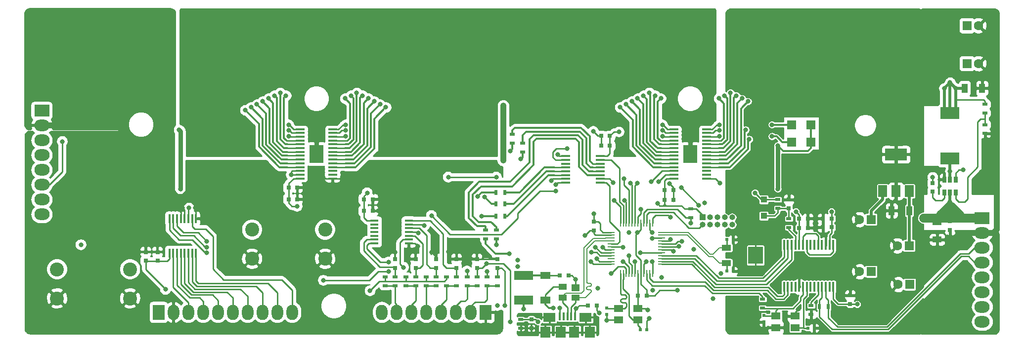
<source format=gbl>
G04 #@! TF.GenerationSoftware,KiCad,Pcbnew,(5.1.9)-1*
G04 #@! TF.CreationDate,2021-02-21T21:58:38-05:00*
G04 #@! TF.ProjectId,FSAE Main Panel,46534145-204d-4616-996e-2050616e656c,rev?*
G04 #@! TF.SameCoordinates,Original*
G04 #@! TF.FileFunction,Copper,L4,Bot*
G04 #@! TF.FilePolarity,Positive*
%FSLAX46Y46*%
G04 Gerber Fmt 4.6, Leading zero omitted, Abs format (unit mm)*
G04 Created by KiCad (PCBNEW (5.1.9)-1) date 2021-02-21 21:58:38*
%MOMM*%
%LPD*%
G01*
G04 APERTURE LIST*
G04 #@! TA.AperFunction,SMDPad,CuDef*
%ADD10R,1.450000X0.400000*%
G04 #@! TD*
G04 #@! TA.AperFunction,SMDPad,CuDef*
%ADD11R,1.500000X0.400000*%
G04 #@! TD*
G04 #@! TA.AperFunction,SMDPad,CuDef*
%ADD12R,0.400000X1.500000*%
G04 #@! TD*
G04 #@! TA.AperFunction,SMDPad,CuDef*
%ADD13R,0.400000X1.750000*%
G04 #@! TD*
G04 #@! TA.AperFunction,SMDPad,CuDef*
%ADD14R,1.800000X1.900000*%
G04 #@! TD*
G04 #@! TA.AperFunction,SMDPad,CuDef*
%ADD15R,2.100000X1.600000*%
G04 #@! TD*
G04 #@! TA.AperFunction,SMDPad,CuDef*
%ADD16R,0.400000X1.350000*%
G04 #@! TD*
G04 #@! TA.AperFunction,ComponentPad*
%ADD17O,2.000000X2.600000*%
G04 #@! TD*
G04 #@! TA.AperFunction,ComponentPad*
%ADD18R,2.000000X2.600000*%
G04 #@! TD*
G04 #@! TA.AperFunction,SMDPad,CuDef*
%ADD19R,2.340000X3.040000*%
G04 #@! TD*
G04 #@! TA.AperFunction,SMDPad,CuDef*
%ADD20R,1.600000X0.300000*%
G04 #@! TD*
G04 #@! TA.AperFunction,SMDPad,CuDef*
%ADD21R,1.500000X1.500000*%
G04 #@! TD*
G04 #@! TA.AperFunction,SMDPad,CuDef*
%ADD22R,0.600000X0.500000*%
G04 #@! TD*
G04 #@! TA.AperFunction,SMDPad,CuDef*
%ADD23R,0.800000X0.750000*%
G04 #@! TD*
G04 #@! TA.AperFunction,SMDPad,CuDef*
%ADD24R,0.750000X0.800000*%
G04 #@! TD*
G04 #@! TA.AperFunction,SMDPad,CuDef*
%ADD25R,0.500000X0.600000*%
G04 #@! TD*
G04 #@! TA.AperFunction,ComponentPad*
%ADD26C,1.600000*%
G04 #@! TD*
G04 #@! TA.AperFunction,ComponentPad*
%ADD27R,1.600000X1.600000*%
G04 #@! TD*
G04 #@! TA.AperFunction,SMDPad,CuDef*
%ADD28R,1.600000X1.000000*%
G04 #@! TD*
G04 #@! TA.AperFunction,SMDPad,CuDef*
%ADD29R,1.000000X1.600000*%
G04 #@! TD*
G04 #@! TA.AperFunction,SMDPad,CuDef*
%ADD30R,1.400000X1.000000*%
G04 #@! TD*
G04 #@! TA.AperFunction,SMDPad,CuDef*
%ADD31R,1.400000X1.200000*%
G04 #@! TD*
G04 #@! TA.AperFunction,SMDPad,CuDef*
%ADD32R,1.100000X1.100000*%
G04 #@! TD*
G04 #@! TA.AperFunction,SMDPad,CuDef*
%ADD33R,3.200000X1.500000*%
G04 #@! TD*
G04 #@! TA.AperFunction,ComponentPad*
%ADD34O,2.600000X2.000000*%
G04 #@! TD*
G04 #@! TA.AperFunction,ComponentPad*
%ADD35R,2.600000X2.000000*%
G04 #@! TD*
G04 #@! TA.AperFunction,ComponentPad*
%ADD36O,1.000000X1.000000*%
G04 #@! TD*
G04 #@! TA.AperFunction,ComponentPad*
%ADD37R,1.000000X1.000000*%
G04 #@! TD*
G04 #@! TA.AperFunction,SMDPad,CuDef*
%ADD38R,1.700000X1.250000*%
G04 #@! TD*
G04 #@! TA.AperFunction,SMDPad,CuDef*
%ADD39R,0.900000X0.500000*%
G04 #@! TD*
G04 #@! TA.AperFunction,SMDPad,CuDef*
%ADD40R,0.500000X0.900000*%
G04 #@! TD*
G04 #@! TA.AperFunction,ComponentPad*
%ADD41C,2.400000*%
G04 #@! TD*
G04 #@! TA.AperFunction,SMDPad,CuDef*
%ADD42R,0.250000X1.300000*%
G04 #@! TD*
G04 #@! TA.AperFunction,SMDPad,CuDef*
%ADD43R,1.300000X0.250000*%
G04 #@! TD*
G04 #@! TA.AperFunction,SMDPad,CuDef*
%ADD44R,3.800000X2.000000*%
G04 #@! TD*
G04 #@! TA.AperFunction,SMDPad,CuDef*
%ADD45R,1.500000X2.000000*%
G04 #@! TD*
G04 #@! TA.AperFunction,SMDPad,CuDef*
%ADD46R,2.540000X3.000000*%
G04 #@! TD*
G04 #@! TA.AperFunction,SMDPad,CuDef*
%ADD47R,1.600000X1.300000*%
G04 #@! TD*
G04 #@! TA.AperFunction,SMDPad,CuDef*
%ADD48R,3.200000X2.000000*%
G04 #@! TD*
G04 #@! TA.AperFunction,SMDPad,CuDef*
%ADD49R,0.650000X1.060000*%
G04 #@! TD*
G04 #@! TA.AperFunction,ViaPad*
%ADD50C,0.800000*%
G04 #@! TD*
G04 #@! TA.AperFunction,Conductor*
%ADD51C,0.250000*%
G04 #@! TD*
G04 #@! TA.AperFunction,Conductor*
%ADD52C,0.500000*%
G04 #@! TD*
G04 #@! TA.AperFunction,Conductor*
%ADD53C,1.000000*%
G04 #@! TD*
G04 #@! TA.AperFunction,Conductor*
%ADD54C,0.200000*%
G04 #@! TD*
G04 #@! TA.AperFunction,Conductor*
%ADD55C,0.350000*%
G04 #@! TD*
G04 #@! TA.AperFunction,Conductor*
%ADD56C,0.750000*%
G04 #@! TD*
G04 #@! TA.AperFunction,Conductor*
%ADD57C,1.500000*%
G04 #@! TD*
G04 #@! TA.AperFunction,Conductor*
%ADD58C,0.507000*%
G04 #@! TD*
G04 #@! TA.AperFunction,Conductor*
%ADD59C,0.100000*%
G04 #@! TD*
G04 #@! TA.AperFunction,Conductor*
%ADD60C,0.254000*%
G04 #@! TD*
G04 #@! TA.AperFunction,Conductor*
%ADD61C,0.220000*%
G04 #@! TD*
G04 #@! TA.AperFunction,Conductor*
%ADD62C,0.208000*%
G04 #@! TD*
G04 APERTURE END LIST*
D10*
X164950000Y-99450000D03*
X164950000Y-100100000D03*
X164950000Y-100750000D03*
X164950000Y-101400000D03*
X164950000Y-102050000D03*
X164950000Y-102700000D03*
X164950000Y-103350000D03*
X170850000Y-103350000D03*
X170850000Y-102700000D03*
X170850000Y-102050000D03*
X170850000Y-101400000D03*
X170850000Y-100750000D03*
X170850000Y-100100000D03*
X170850000Y-99450000D03*
D11*
X203600000Y-88400000D03*
X203600000Y-89050000D03*
X203600000Y-89700000D03*
X203600000Y-90350000D03*
X203600000Y-91000000D03*
X203600000Y-91650000D03*
X203600000Y-92300000D03*
X203600000Y-92950000D03*
X197700000Y-92950000D03*
X197700000Y-92300000D03*
X197700000Y-91650000D03*
X197700000Y-91000000D03*
X197700000Y-90350000D03*
X197700000Y-89700000D03*
X197700000Y-89050000D03*
X197700000Y-88400000D03*
D12*
X129825000Y-105050000D03*
X130475000Y-105050000D03*
X131125000Y-105050000D03*
X131775000Y-105050000D03*
X132425000Y-105050000D03*
X133075000Y-105050000D03*
X133725000Y-105050000D03*
X134375000Y-105050000D03*
X134375000Y-99150000D03*
X133725000Y-99150000D03*
X133075000Y-99150000D03*
X132425000Y-99150000D03*
X131775000Y-99150000D03*
X131125000Y-99150000D03*
X130475000Y-99150000D03*
X129825000Y-99150000D03*
D13*
X243525000Y-103600000D03*
X242875000Y-103600000D03*
X242225000Y-103600000D03*
X241575000Y-103600000D03*
X240925000Y-103600000D03*
X240275000Y-103600000D03*
X239625000Y-103600000D03*
X238975000Y-103600000D03*
X238325000Y-103600000D03*
X237675000Y-103600000D03*
X237025000Y-103600000D03*
X236375000Y-103600000D03*
X235725000Y-103600000D03*
X235075000Y-103600000D03*
X235075000Y-110800000D03*
X235725000Y-110800000D03*
X236375000Y-110800000D03*
X237025000Y-110800000D03*
X237675000Y-110800000D03*
X238325000Y-110800000D03*
X238975000Y-110800000D03*
X239625000Y-110800000D03*
X240275000Y-110800000D03*
X240925000Y-110800000D03*
X241575000Y-110800000D03*
X242225000Y-110800000D03*
X242875000Y-110800000D03*
X243525000Y-110800000D03*
D14*
X196850000Y-118600000D03*
X194200000Y-118600000D03*
X199150000Y-118600000D03*
X201800000Y-118600000D03*
D15*
X201100000Y-116050000D03*
X194900000Y-116050000D03*
D16*
X196700000Y-115925000D03*
X197350000Y-115925000D03*
X198000000Y-115925000D03*
X198650000Y-115925000D03*
X199300000Y-115925000D03*
D17*
X166220000Y-115200000D03*
X168760000Y-115200000D03*
X171300000Y-115200000D03*
X173840000Y-115200000D03*
X176380000Y-115200000D03*
X178920000Y-115200000D03*
X181460000Y-115200000D03*
D18*
X184000000Y-115200000D03*
D19*
X219000000Y-88000000D03*
D20*
X221800000Y-92225000D03*
X221800000Y-91575000D03*
X221800000Y-90925000D03*
X221800000Y-90275000D03*
X221800000Y-89625000D03*
X221800000Y-88975000D03*
X221800000Y-88325000D03*
X221800000Y-87675000D03*
X221800000Y-87025000D03*
X221800000Y-86375000D03*
X221800000Y-85725000D03*
X221800000Y-85075000D03*
X221800000Y-84425000D03*
X221800000Y-83775000D03*
X216200000Y-83775000D03*
X216200000Y-84425000D03*
X216200000Y-85075000D03*
X216200000Y-85725000D03*
X216200000Y-86375000D03*
X216200000Y-87025000D03*
X216200000Y-87675000D03*
X216200000Y-88325000D03*
X216200000Y-88975000D03*
X216200000Y-89625000D03*
X216200000Y-90275000D03*
X216200000Y-90925000D03*
X216200000Y-91575000D03*
X216200000Y-92225000D03*
D21*
X236350000Y-83000000D03*
X239650000Y-83000000D03*
X236350000Y-86000000D03*
X239650000Y-86000000D03*
D22*
X226350000Y-108100000D03*
X225250000Y-108100000D03*
X225250000Y-102700000D03*
X226350000Y-102700000D03*
D23*
X211550000Y-112300000D03*
X210050000Y-112300000D03*
D24*
X202500000Y-99650000D03*
X202500000Y-101150000D03*
D25*
X204700000Y-115550000D03*
X204700000Y-114450000D03*
D22*
X210450000Y-118200000D03*
X211550000Y-118200000D03*
D23*
X201510000Y-114030000D03*
X203010000Y-114030000D03*
X196650000Y-108870000D03*
X198150000Y-108870000D03*
D24*
X186000000Y-107550000D03*
X186000000Y-106050000D03*
X182500000Y-107550000D03*
X182500000Y-106050000D03*
X179000000Y-106050000D03*
X179000000Y-107550000D03*
X175500000Y-107550000D03*
X175500000Y-106050000D03*
X172000000Y-106050000D03*
X172000000Y-107550000D03*
X168500000Y-107550000D03*
X168500000Y-106050000D03*
D23*
X163150000Y-97800000D03*
X164650000Y-97800000D03*
X164650000Y-95800000D03*
X163150000Y-95800000D03*
D24*
X191800000Y-117900000D03*
X191800000Y-116400000D03*
X127800000Y-104850000D03*
X127800000Y-106350000D03*
X125800000Y-104850000D03*
X125800000Y-106350000D03*
D26*
X254600000Y-110400000D03*
D27*
X256600000Y-110400000D03*
D28*
X261300000Y-102700000D03*
X261300000Y-99700000D03*
D24*
X263500000Y-99550000D03*
X263500000Y-101050000D03*
X260500000Y-94500000D03*
X260500000Y-93000000D03*
D29*
X266000000Y-76750000D03*
X269000000Y-76750000D03*
D26*
X268400000Y-72500000D03*
D27*
X266400000Y-72500000D03*
X266400000Y-66000000D03*
D26*
X268400000Y-66000000D03*
X254500000Y-103750000D03*
D27*
X256500000Y-103750000D03*
D29*
X256500000Y-97750000D03*
X253500000Y-97750000D03*
D27*
X250000000Y-99250000D03*
D26*
X248000000Y-99250000D03*
D27*
X250000000Y-108200000D03*
D26*
X248000000Y-108200000D03*
D23*
X239150000Y-99100000D03*
X237650000Y-99100000D03*
X237650000Y-100700000D03*
X239150000Y-100700000D03*
D24*
X246400000Y-113750000D03*
X246400000Y-112250000D03*
D23*
X241750000Y-99100000D03*
X243250000Y-99100000D03*
X241750000Y-100600000D03*
X243250000Y-100600000D03*
D24*
X235900000Y-97350000D03*
X235900000Y-95850000D03*
D25*
X231600000Y-116850000D03*
X231600000Y-115750000D03*
D22*
X239150000Y-117900000D03*
X240250000Y-117900000D03*
D23*
X205250000Y-84900000D03*
X203750000Y-84900000D03*
X205250000Y-86600000D03*
X203750000Y-86600000D03*
X150250000Y-93800000D03*
X151750000Y-93800000D03*
X214650000Y-94200000D03*
X216150000Y-94200000D03*
X150250000Y-95800000D03*
X151750000Y-95800000D03*
X216150000Y-95900000D03*
X214650000Y-95900000D03*
D30*
X197200000Y-110800000D03*
X197200000Y-112700000D03*
X199400000Y-112700000D03*
D31*
X199400000Y-110980000D03*
D32*
X231610000Y-98650000D03*
X231610000Y-95850000D03*
D33*
X190500000Y-113070000D03*
X190500000Y-108870000D03*
D34*
X269000000Y-116780000D03*
X269000000Y-114240000D03*
X269000000Y-111700000D03*
X269000000Y-109160000D03*
X269000000Y-106620000D03*
X269000000Y-104080000D03*
X269000000Y-101540000D03*
D35*
X269000000Y-99000000D03*
X108000000Y-80600000D03*
D34*
X108000000Y-83140000D03*
X108000000Y-85680000D03*
X108000000Y-88220000D03*
X108000000Y-90760000D03*
X108000000Y-93300000D03*
X108000000Y-95840000D03*
X108000000Y-98380000D03*
D17*
X150860000Y-115200000D03*
X148320000Y-115200000D03*
X145780000Y-115200000D03*
X143240000Y-115200000D03*
X140700000Y-115200000D03*
X138160000Y-115200000D03*
X135620000Y-115200000D03*
X133080000Y-115200000D03*
X130540000Y-115200000D03*
D18*
X128000000Y-115200000D03*
D36*
X226180000Y-100170000D03*
X226180000Y-98900000D03*
X224910000Y-100170000D03*
X224910000Y-98900000D03*
X223640000Y-100170000D03*
X223640000Y-98900000D03*
X222370000Y-100170000D03*
X222370000Y-98900000D03*
X221100000Y-100170000D03*
D37*
X221100000Y-98900000D03*
D38*
X194210000Y-108870000D03*
X194210000Y-113130000D03*
D39*
X184200000Y-109150000D03*
X184200000Y-110650000D03*
X186000000Y-109150000D03*
X186000000Y-110650000D03*
X180800000Y-110650000D03*
X180800000Y-109150000D03*
X182500000Y-109150000D03*
X182500000Y-110650000D03*
X177300000Y-110650000D03*
X177300000Y-109150000D03*
X179000000Y-109150000D03*
X179000000Y-110650000D03*
X173800000Y-110650000D03*
X173800000Y-109150000D03*
X175500000Y-109150000D03*
X175500000Y-110650000D03*
X170300000Y-110650000D03*
X170300000Y-109150000D03*
X172000000Y-110650000D03*
X172000000Y-109150000D03*
X166800000Y-110650000D03*
X166800000Y-109150000D03*
X168500000Y-109150000D03*
X168500000Y-110650000D03*
X190000000Y-116400000D03*
X190000000Y-117900000D03*
X219100000Y-98950000D03*
X219100000Y-97450000D03*
X269500000Y-81000000D03*
X269500000Y-79500000D03*
X269500000Y-84500000D03*
X269500000Y-83000000D03*
D40*
X242650000Y-114200000D03*
X241150000Y-114200000D03*
D39*
X235900000Y-100650000D03*
X235900000Y-99150000D03*
X234000000Y-95850000D03*
X234000000Y-97350000D03*
X239700000Y-114050000D03*
X239700000Y-115550000D03*
X231400000Y-112950000D03*
X231400000Y-114450000D03*
X188500000Y-86150000D03*
X188500000Y-84650000D03*
X190300000Y-86150000D03*
X190300000Y-87650000D03*
X184000000Y-102550000D03*
X184000000Y-101050000D03*
X185800000Y-101050000D03*
X185800000Y-102550000D03*
D40*
X185750000Y-98700000D03*
X187250000Y-98700000D03*
X187250000Y-96600000D03*
X185750000Y-96600000D03*
X185750000Y-94600000D03*
X187250000Y-94600000D03*
D41*
X156500000Y-101000000D03*
X144000000Y-101000000D03*
X156500000Y-106000000D03*
X144000000Y-106000000D03*
X110600000Y-112800000D03*
X123100000Y-112800000D03*
X110600000Y-107800000D03*
X123100000Y-107800000D03*
D42*
X212550000Y-99850000D03*
X212050000Y-99850000D03*
X211550000Y-99850000D03*
X211050000Y-99850000D03*
X210550000Y-99850000D03*
X210050000Y-99850000D03*
X209550000Y-99850000D03*
X209050000Y-99850000D03*
X208550000Y-99850000D03*
X208050000Y-99850000D03*
X207550000Y-99850000D03*
X207050000Y-99850000D03*
D43*
X205450000Y-101450000D03*
X205450000Y-101950000D03*
X205450000Y-102450000D03*
X205450000Y-102950000D03*
X205450000Y-103450000D03*
X205450000Y-103950000D03*
X205450000Y-104450000D03*
X205450000Y-104950000D03*
X205450000Y-105450000D03*
X205450000Y-105950000D03*
X205450000Y-106450000D03*
X205450000Y-106950000D03*
D42*
X207050000Y-108550000D03*
X207550000Y-108550000D03*
X208050000Y-108550000D03*
X208550000Y-108550000D03*
X209050000Y-108550000D03*
X209550000Y-108550000D03*
X210050000Y-108550000D03*
X210550000Y-108550000D03*
X211050000Y-108550000D03*
X211550000Y-108550000D03*
X212050000Y-108550000D03*
X212550000Y-108550000D03*
D43*
X214150000Y-106950000D03*
X214150000Y-106450000D03*
X214150000Y-105950000D03*
X214150000Y-105450000D03*
X214150000Y-104950000D03*
X214150000Y-104450000D03*
X214150000Y-103950000D03*
X214150000Y-103450000D03*
X214150000Y-102950000D03*
X214150000Y-102450000D03*
X214150000Y-101950000D03*
X214150000Y-101450000D03*
D44*
X254250000Y-88100000D03*
D45*
X254250000Y-94400000D03*
X251950000Y-94400000D03*
X256550000Y-94400000D03*
D20*
X152200000Y-92225000D03*
X152200000Y-91575000D03*
X152200000Y-90925000D03*
X152200000Y-90275000D03*
X152200000Y-89625000D03*
X152200000Y-88975000D03*
X152200000Y-88325000D03*
X152200000Y-87675000D03*
X152200000Y-87025000D03*
X152200000Y-86375000D03*
X152200000Y-85725000D03*
X152200000Y-85075000D03*
X152200000Y-84425000D03*
X152200000Y-83775000D03*
X157800000Y-83775000D03*
X157800000Y-84425000D03*
X157800000Y-85075000D03*
X157800000Y-85725000D03*
X157800000Y-86375000D03*
X157800000Y-87025000D03*
X157800000Y-87675000D03*
X157800000Y-88325000D03*
X157800000Y-88975000D03*
X157800000Y-89625000D03*
X157800000Y-90275000D03*
X157800000Y-90925000D03*
X157800000Y-91575000D03*
X157800000Y-92225000D03*
D19*
X155000000Y-88000000D03*
D46*
X230200000Y-105400000D03*
D28*
X225200000Y-104100000D03*
X225200000Y-106700000D03*
D47*
X210050000Y-116500000D03*
X206750000Y-116500000D03*
X206750000Y-114500000D03*
X210050000Y-114500000D03*
X237000000Y-115800000D03*
X233700000Y-115800000D03*
X233700000Y-117800000D03*
X237000000Y-117800000D03*
D48*
X263500000Y-88800000D03*
X263500000Y-81000000D03*
D49*
X263500000Y-94600000D03*
X262550000Y-94600000D03*
X264450000Y-94600000D03*
X264450000Y-92400000D03*
X263500000Y-92400000D03*
X262550000Y-92400000D03*
D50*
X121000000Y-81600000D03*
X146500000Y-89800000D03*
X241800000Y-81500000D03*
X125100000Y-110300000D03*
X221500000Y-96400000D03*
X160000000Y-94500000D03*
X264500000Y-114100000D03*
X217600000Y-103000000D03*
X202400000Y-84100000D03*
X196300000Y-88100000D03*
X224100000Y-93000000D03*
X270700000Y-76700000D03*
X215500000Y-93100000D03*
X203200000Y-111100000D03*
X204700000Y-116600000D03*
X211700000Y-114800000D03*
X212600000Y-111400000D03*
X226100000Y-113100000D03*
X222900000Y-112800000D03*
X230500000Y-116900000D03*
X237600000Y-114600000D03*
X239700000Y-116700000D03*
X246400000Y-110800000D03*
X260150000Y-90750000D03*
X263050000Y-102250000D03*
X253500000Y-99700000D03*
X219600000Y-104400000D03*
X227400000Y-108100000D03*
X227300000Y-102700000D03*
X229700000Y-103100000D03*
X229900000Y-107700000D03*
X224300000Y-108500000D03*
X254300000Y-86000000D03*
X269750000Y-85500000D03*
X165600000Y-97800000D03*
X240400000Y-99100000D03*
X196700000Y-114450000D03*
X212000000Y-116224990D03*
X199400000Y-109500000D03*
X132100000Y-97300000D03*
X134300000Y-97300000D03*
X210000000Y-93000000D03*
X203450000Y-115300000D03*
X127810000Y-103550000D03*
X192930000Y-116790000D03*
X181000000Y-104800000D03*
X177600000Y-104800000D03*
X208500000Y-101500000D03*
X201000000Y-102000000D03*
X163100000Y-107700000D03*
X174700000Y-104900000D03*
X172400000Y-103900000D03*
X168500000Y-104900000D03*
X162100000Y-99200000D03*
X217100000Y-103900000D03*
X216800000Y-111400000D03*
X210000000Y-101500000D03*
X151700000Y-97000000D03*
X213400000Y-96500000D03*
X202500000Y-98300000D03*
X206800000Y-84200000D03*
X247600000Y-113800000D03*
X214100000Y-109200000D03*
X114700000Y-103600000D03*
X163700000Y-94700000D03*
X237100000Y-97900000D03*
X230100000Y-94700000D03*
X133200000Y-97300000D03*
X210550000Y-97500000D03*
X199500000Y-114550000D03*
X195570000Y-114470000D03*
X187250000Y-114000000D03*
X184100000Y-106800000D03*
X188200000Y-116800000D03*
X164190000Y-111480000D03*
X129170000Y-111250000D03*
X265750000Y-90750000D03*
X263500000Y-96250000D03*
X259000000Y-99000000D03*
X180800000Y-108100000D03*
X184200000Y-108140000D03*
X186000000Y-114000000D03*
X187000000Y-79750000D03*
X131700000Y-94000000D03*
X234000000Y-94000000D03*
X264500000Y-76750000D03*
X262500000Y-76750000D03*
X263500000Y-75750000D03*
X234000000Y-86600000D03*
X187000000Y-89100000D03*
X131500000Y-83900000D03*
X243200000Y-97900000D03*
X233000000Y-83000000D03*
X233000000Y-85000000D03*
X188200000Y-87500000D03*
X190000000Y-88900000D03*
X188000000Y-105100000D03*
X185800000Y-103600000D03*
X183300000Y-98700000D03*
X183800000Y-95400000D03*
X182600000Y-95300000D03*
X190500000Y-114600000D03*
X210500000Y-105000000D03*
X160000000Y-83000000D03*
X150250000Y-84000000D03*
X214250000Y-84000000D03*
X111500000Y-85900000D03*
X205800000Y-92900000D03*
X215600000Y-98900000D03*
X160000000Y-84000000D03*
X224000000Y-84000000D03*
X195200000Y-92600000D03*
X208750000Y-93000000D03*
X160000000Y-85000000D03*
X224000000Y-85000000D03*
X197900000Y-87100000D03*
X206000000Y-96000000D03*
X205500000Y-108500000D03*
X156200000Y-109700000D03*
X167400000Y-108200000D03*
X220500000Y-96800000D03*
X217500000Y-93800000D03*
X207700000Y-92300000D03*
X196000000Y-94400000D03*
X174700000Y-98600000D03*
X219100000Y-99900000D03*
X207750000Y-96000000D03*
X216100000Y-104700000D03*
X215600000Y-102700000D03*
X212500000Y-102500000D03*
X209500000Y-106500000D03*
X142800000Y-80500000D03*
X143800000Y-80000000D03*
X144800000Y-79500000D03*
X145800000Y-79000000D03*
X146800000Y-78500000D03*
X147800000Y-78000000D03*
X148800000Y-77500000D03*
X149800000Y-78000000D03*
X159900000Y-78500000D03*
X160900000Y-78000000D03*
X161900000Y-77500000D03*
X162900000Y-78000000D03*
X163900000Y-78500000D03*
X164900000Y-79000000D03*
X165900000Y-79500000D03*
X166900000Y-80000000D03*
X207000000Y-80000000D03*
X208000000Y-79500000D03*
X209000000Y-79000000D03*
X210000000Y-78500000D03*
X211000000Y-78000000D03*
X212000000Y-77500000D03*
X213000000Y-78000000D03*
X214000000Y-78500000D03*
X223900000Y-78500000D03*
X224900000Y-78000000D03*
X225900000Y-77500000D03*
X226900000Y-78000000D03*
X227900000Y-78500000D03*
X228900000Y-79000000D03*
X228500000Y-83900000D03*
X229100000Y-85500000D03*
X167340000Y-106570000D03*
X207500000Y-106500000D03*
X169920000Y-107470000D03*
X208500000Y-105500000D03*
X172470000Y-101610000D03*
X202000000Y-106500000D03*
X189500000Y-107300000D03*
X203000000Y-106000000D03*
X173500000Y-100300000D03*
X189500000Y-106200000D03*
X136250000Y-103000000D03*
X204000000Y-104000000D03*
X136250000Y-104000000D03*
X202800000Y-104000000D03*
X136250000Y-105000000D03*
X177600000Y-92000000D03*
X185800000Y-92000000D03*
X202100000Y-104900000D03*
X150700000Y-91600000D03*
X207500000Y-104000000D03*
X212500000Y-101500000D03*
X150250000Y-83000000D03*
X214250000Y-83000000D03*
X212300000Y-92800000D03*
X211500000Y-106500000D03*
X213600000Y-92800000D03*
X212500000Y-106500000D03*
X214250000Y-85000000D03*
X196000000Y-93300000D03*
X224000000Y-83000000D03*
X150250000Y-85000000D03*
X263500000Y-91000000D03*
X260500000Y-92000000D03*
D51*
X221800000Y-92225000D02*
X223000000Y-92225000D01*
X223225000Y-92225000D02*
X223275000Y-92225000D01*
X223000000Y-92225000D02*
X223225000Y-92225000D01*
X269500000Y-84500000D02*
X269500000Y-85250000D01*
X269500000Y-85250000D02*
X269750000Y-85500000D01*
X269750000Y-85500000D02*
X270500000Y-85500000D01*
X270500000Y-85500000D02*
X270750000Y-85250000D01*
X270750000Y-85250000D02*
X270750000Y-80500000D01*
D52*
X262550000Y-92400000D02*
X262550000Y-91300000D01*
X262550000Y-91300000D02*
X262000000Y-90750000D01*
X259000000Y-90750000D02*
X258500000Y-90250000D01*
X258500000Y-90250000D02*
X258500000Y-81000000D01*
X254250000Y-88100000D02*
X254250000Y-94400000D01*
X253500000Y-97750000D02*
X253500000Y-96600000D01*
X254250000Y-95850000D02*
X254250000Y-94400000D01*
X253500000Y-96600000D02*
X254250000Y-95850000D01*
D53*
X269000000Y-101540000D02*
X266460000Y-101540000D01*
X108000000Y-83140000D02*
X110860000Y-83140000D01*
D51*
X216150000Y-94200000D02*
X216150000Y-95900000D01*
X127800000Y-104850000D02*
X125800000Y-104850000D01*
X241750000Y-100600000D02*
X241750000Y-99100000D01*
X242225000Y-101925000D02*
X242225000Y-103600000D01*
X241750000Y-100600000D02*
X241750000Y-101450000D01*
X241750000Y-101450000D02*
X242225000Y-101925000D01*
X239150000Y-99100000D02*
X239150000Y-100700000D01*
D53*
X230700000Y-87600000D02*
X230700000Y-81500000D01*
D51*
X216150000Y-96150000D02*
X216150000Y-95900000D01*
D53*
X243900000Y-96300000D02*
X243900000Y-80700000D01*
D51*
X210050000Y-108550000D02*
X210050000Y-114500000D01*
X214150000Y-103450000D02*
X216450000Y-103450000D01*
X216450000Y-103450000D02*
X216900000Y-103000000D01*
X216900000Y-103000000D02*
X217600000Y-103000000D01*
D53*
X269000000Y-101540000D02*
X270960000Y-101540000D01*
X270960000Y-101540000D02*
X271500000Y-101000000D01*
X271500000Y-101000000D02*
X271500000Y-94000000D01*
D51*
X205450000Y-101950000D02*
X202750000Y-101950000D01*
X202500000Y-101700000D02*
X202500000Y-101150000D01*
X202750000Y-101950000D02*
X202500000Y-101700000D01*
X203750000Y-86600000D02*
X203750000Y-84900000D01*
X203750000Y-84900000D02*
X203200000Y-84900000D01*
X203200000Y-84900000D02*
X202400000Y-84100000D01*
X197700000Y-88400000D02*
X196600000Y-88400000D01*
X196600000Y-88400000D02*
X196300000Y-88100000D01*
X223225000Y-92225000D02*
X223325000Y-92225000D01*
X223325000Y-92225000D02*
X224100000Y-93000000D01*
X157800000Y-92225000D02*
X159025000Y-92225000D01*
X160000000Y-93200000D02*
X160000000Y-94500000D01*
X159025000Y-92225000D02*
X160000000Y-93200000D01*
X269000000Y-76750000D02*
X270650000Y-76750000D01*
X270650000Y-76750000D02*
X270700000Y-76700000D01*
X216150000Y-94200000D02*
X216150000Y-93750000D01*
X216150000Y-93750000D02*
X215500000Y-93100000D01*
X204700000Y-115550000D02*
X204700000Y-116600000D01*
X204800000Y-116500000D02*
X204700000Y-116600000D01*
X206750000Y-116500000D02*
X204800000Y-116500000D01*
X210050000Y-114500000D02*
X211400000Y-114500000D01*
X211400000Y-114500000D02*
X211700000Y-114800000D01*
X231600000Y-116850000D02*
X230550000Y-116850000D01*
X230550000Y-116850000D02*
X230500000Y-116900000D01*
X233700000Y-117800000D02*
X230700000Y-117800000D01*
X230500000Y-117600000D02*
X230500000Y-116900000D01*
X230700000Y-117800000D02*
X230500000Y-117600000D01*
X237000000Y-115800000D02*
X237000000Y-115200000D01*
X237000000Y-115200000D02*
X237600000Y-114600000D01*
X239700000Y-115550000D02*
X239700000Y-116700000D01*
X246400000Y-112250000D02*
X246400000Y-110800000D01*
D52*
X260150000Y-90750000D02*
X259000000Y-90750000D01*
X262000000Y-90750000D02*
X260150000Y-90750000D01*
D51*
X263500000Y-101050000D02*
X263500000Y-101800000D01*
X262600000Y-102700000D02*
X261300000Y-102700000D01*
X263050000Y-102250000D02*
X262600000Y-102700000D01*
X263500000Y-101800000D02*
X263050000Y-102250000D01*
X253500000Y-97750000D02*
X253500000Y-99700000D01*
X191800000Y-116400000D02*
X190000000Y-116400000D01*
X226350000Y-108100000D02*
X227400000Y-108100000D01*
X227400000Y-108100000D02*
X229500000Y-108100000D01*
X230200000Y-107400000D02*
X230200000Y-105400000D01*
X230200000Y-103600000D02*
X230200000Y-105400000D01*
X227300000Y-102700000D02*
X229300000Y-102700000D01*
X226350000Y-102700000D02*
X227300000Y-102700000D01*
X229700000Y-103100000D02*
X230200000Y-103600000D01*
X229300000Y-102700000D02*
X229700000Y-103100000D01*
X229900000Y-107700000D02*
X230200000Y-107400000D01*
X229500000Y-108100000D02*
X229900000Y-107700000D01*
D52*
X254250000Y-88100000D02*
X254250000Y-86050000D01*
X254250000Y-86050000D02*
X254300000Y-86000000D01*
D51*
X164650000Y-97800000D02*
X164650000Y-95800000D01*
X165600000Y-97800000D02*
X164650000Y-97800000D01*
X239150000Y-99100000D02*
X240400000Y-99100000D01*
X240400000Y-99100000D02*
X241750000Y-99100000D01*
X196700000Y-115925000D02*
X196700000Y-114450000D01*
X211550000Y-118200000D02*
X211550000Y-116674990D01*
X211550000Y-116674990D02*
X212000000Y-116224990D01*
X198150000Y-108870000D02*
X198770000Y-108870000D01*
X199400000Y-109500000D02*
X199400000Y-109500000D01*
X198770000Y-108870000D02*
X199400000Y-109500000D01*
X199400000Y-109500000D02*
X199400000Y-110980000D01*
X132425000Y-97625000D02*
X132100000Y-97300000D01*
X132425000Y-99150000D02*
X132425000Y-97625000D01*
X131775000Y-97625000D02*
X132100000Y-97300000D01*
X131775000Y-99150000D02*
X131775000Y-97625000D01*
X134300000Y-97300000D02*
X134300000Y-97400000D01*
X134375000Y-97375000D02*
X134300000Y-97300000D01*
X134375000Y-99150000D02*
X134375000Y-97375000D01*
X155925000Y-92225000D02*
X157800000Y-92225000D01*
X155000000Y-91300000D02*
X155925000Y-92225000D01*
X203010000Y-114860000D02*
X203450000Y-115300000D01*
X203010000Y-114030000D02*
X203010000Y-114860000D01*
X127800000Y-103560000D02*
X127810000Y-103550000D01*
X127800000Y-104850000D02*
X127800000Y-103560000D01*
X192540000Y-116400000D02*
X192930000Y-116790000D01*
X191800000Y-116400000D02*
X192540000Y-116400000D01*
X181000000Y-105200000D02*
X181000000Y-104800000D01*
X181850000Y-106050000D02*
X181000000Y-105200000D01*
X182500000Y-106050000D02*
X181850000Y-106050000D01*
X177600000Y-105400000D02*
X177600000Y-104800000D01*
X178250000Y-106050000D02*
X177600000Y-105400000D01*
X179000000Y-106050000D02*
X178250000Y-106050000D01*
X209550000Y-93450000D02*
X210000000Y-93000000D01*
X209550000Y-99850000D02*
X209550000Y-93450000D01*
X201850000Y-101150000D02*
X201000000Y-102000000D01*
X202500000Y-101150000D02*
X201850000Y-101150000D01*
X175500000Y-105700000D02*
X174700000Y-104900000D01*
X175500000Y-106050000D02*
X175500000Y-105700000D01*
X186000000Y-106050000D02*
X182500000Y-106050000D01*
X171850000Y-103350000D02*
X172400000Y-103900000D01*
X170850000Y-103350000D02*
X171850000Y-103350000D01*
X172000000Y-104300000D02*
X172400000Y-103900000D01*
X172000000Y-106050000D02*
X172000000Y-104300000D01*
X168500000Y-106050000D02*
X168500000Y-104900000D01*
X217050000Y-103950000D02*
X214150000Y-103950000D01*
X217100000Y-103900000D02*
X217050000Y-103950000D01*
X225250000Y-108100000D02*
X225250000Y-106750000D01*
D54*
X215150001Y-101925000D02*
X218506800Y-101925000D01*
X215125001Y-101950000D02*
X215150001Y-101925000D01*
X214150000Y-101950000D02*
X215125001Y-101950000D01*
X222924999Y-105625000D02*
X223999999Y-106700000D01*
X218506800Y-101925000D02*
X222206800Y-105625000D01*
X223999999Y-106700000D02*
X225200000Y-106700000D01*
X222206800Y-105625000D02*
X222924999Y-105625000D01*
D51*
X225250000Y-102700000D02*
X225250000Y-104050000D01*
D54*
X215150001Y-101475000D02*
X218693200Y-101475000D01*
X214150000Y-101450000D02*
X215125001Y-101450000D01*
X215125001Y-101450000D02*
X215150001Y-101475000D01*
X222393200Y-105175000D02*
X222924999Y-105175000D01*
X218693200Y-101475000D02*
X222393200Y-105175000D01*
X222924999Y-105175000D02*
X223999999Y-104100000D01*
X223999999Y-104100000D02*
X225200000Y-104100000D01*
D51*
X210550000Y-108550000D02*
X210550000Y-110350000D01*
X211550000Y-111350000D02*
X211550000Y-112300000D01*
X210550000Y-110350000D02*
X211550000Y-111350000D01*
X212900000Y-112300000D02*
X211550000Y-112300000D01*
X213800000Y-111400000D02*
X212900000Y-112300000D01*
X216800000Y-111400000D02*
X213800000Y-111400000D01*
X209700000Y-101800000D02*
X210550000Y-100950000D01*
X209700000Y-105400000D02*
X209700000Y-101800000D01*
X210550000Y-106250000D02*
X209700000Y-105400000D01*
X210550000Y-100950000D02*
X210550000Y-99850000D01*
X210550000Y-108550000D02*
X210550000Y-106250000D01*
X214600000Y-92600000D02*
X214600000Y-95900000D01*
X216200000Y-92225000D02*
X214975000Y-92225000D01*
X214975000Y-92225000D02*
X214600000Y-92600000D01*
X163650000Y-99450000D02*
X164950000Y-99450000D01*
X163150000Y-97800000D02*
X163150000Y-98950000D01*
X163150000Y-98950000D02*
X163650000Y-99450000D01*
X163150000Y-97800000D02*
X163150000Y-95800000D01*
X150250000Y-93800000D02*
X150250000Y-95800000D01*
X150250000Y-93050000D02*
X150250000Y-93800000D01*
X152200000Y-92225000D02*
X151075000Y-92225000D01*
X151075000Y-92225000D02*
X150250000Y-93050000D01*
X205250000Y-84900000D02*
X205250000Y-86600000D01*
X205250000Y-86600000D02*
X205250000Y-87950000D01*
X204800000Y-88400000D02*
X203600000Y-88400000D01*
X205250000Y-87950000D02*
X204800000Y-88400000D01*
X150250000Y-95800000D02*
X150250000Y-96450000D01*
X150250000Y-96450000D02*
X150800000Y-97000000D01*
X150800000Y-97000000D02*
X151700000Y-97000000D01*
X237675000Y-103600000D02*
X237675000Y-100725000D01*
X237650000Y-100700000D02*
X237650000Y-99100000D01*
X244350000Y-113750000D02*
X246400000Y-113750000D01*
X243525000Y-112925000D02*
X244350000Y-113750000D01*
X214650000Y-95900000D02*
X214650000Y-96650000D01*
X214650000Y-96650000D02*
X214900000Y-96900000D01*
X214900000Y-96900000D02*
X217500000Y-96900000D01*
X218050000Y-97450000D02*
X219100000Y-97450000D01*
X217500000Y-96900000D02*
X218050000Y-97450000D01*
X205950000Y-84200000D02*
X206800000Y-84200000D01*
X205250000Y-84900000D02*
X205950000Y-84200000D01*
X220050000Y-97450000D02*
X219100000Y-97450000D01*
X221100000Y-98900000D02*
X221100000Y-98500000D01*
X221100000Y-98500000D02*
X220050000Y-97450000D01*
X203250000Y-99650000D02*
X202500000Y-99650000D01*
X203600000Y-100000000D02*
X203250000Y-99650000D01*
X203600000Y-101000000D02*
X203600000Y-100000000D01*
X205450000Y-101450000D02*
X204050000Y-101450000D01*
X204050000Y-101450000D02*
X203600000Y-101000000D01*
X214650000Y-96650000D02*
X214400000Y-96900000D01*
X214400000Y-96900000D02*
X214900000Y-96900000D01*
X214400000Y-96900000D02*
X213800000Y-96900000D01*
X213800000Y-96900000D02*
X213400000Y-96500000D01*
X202500000Y-99650000D02*
X202500000Y-98300000D01*
X246400000Y-113750000D02*
X247550000Y-113750000D01*
X247550000Y-113750000D02*
X247600000Y-113800000D01*
X163150000Y-95800000D02*
X163150000Y-95250000D01*
X163150000Y-95250000D02*
X163700000Y-94700000D01*
X234000000Y-95850000D02*
X231610000Y-95850000D01*
X243525000Y-110800000D02*
X243525000Y-112900000D01*
X237650000Y-98450000D02*
X237100000Y-97900000D01*
X237650000Y-99100000D02*
X237650000Y-98450000D01*
X231250000Y-95850000D02*
X230100000Y-94700000D01*
X231610000Y-95850000D02*
X231250000Y-95850000D01*
X133200000Y-97300000D02*
X133200000Y-97400000D01*
X133075000Y-97425000D02*
X133200000Y-97300000D01*
X133075000Y-99150000D02*
X133075000Y-97425000D01*
X210550000Y-98300000D02*
X210550000Y-97500000D01*
X210050000Y-99850000D02*
X210050000Y-98800000D01*
X210050000Y-98800000D02*
X210550000Y-98300000D01*
X206750000Y-114500000D02*
X204750000Y-114500000D01*
X207308244Y-113467478D02*
X207244835Y-113445290D01*
X207841757Y-113482521D02*
X207775000Y-113475000D01*
X207244835Y-113445290D02*
X207187954Y-113409549D01*
X207905166Y-113504709D02*
X207841757Y-113482521D01*
X207962047Y-113540450D02*
X207905166Y-113504709D01*
X207308244Y-112882521D02*
X207375000Y-112875000D01*
X207140451Y-113362046D02*
X207104710Y-113305165D01*
X207140451Y-112987953D02*
X207187954Y-112940450D01*
X208009550Y-113587953D02*
X207962047Y-113540450D01*
X207104710Y-113044834D02*
X207140451Y-112987953D01*
X207800000Y-114500000D02*
X208075000Y-114225000D01*
X207375000Y-113475000D02*
X207308244Y-113467478D01*
X207775000Y-113475000D02*
X207375000Y-113475000D01*
X208009550Y-112762046D02*
X208045291Y-112705165D01*
X206750000Y-114500000D02*
X207800000Y-114500000D01*
X207962047Y-112809549D02*
X208009550Y-112762046D01*
X208075000Y-114225000D02*
X208075000Y-113775000D01*
X208075000Y-113775000D02*
X208067479Y-113708243D01*
X207187954Y-113409549D02*
X207140451Y-113362046D01*
X208067479Y-113708243D02*
X208045291Y-113644834D01*
X208045291Y-113644834D02*
X208009550Y-113587953D01*
X207104710Y-113305165D02*
X207082522Y-113241756D01*
X207082522Y-113241756D02*
X207075000Y-113175000D01*
X207075000Y-113175000D02*
X207082522Y-113108243D01*
X207082522Y-113108243D02*
X207104710Y-113044834D01*
X207187954Y-112940450D02*
X207244835Y-112904709D01*
X207244835Y-112904709D02*
X207308244Y-112882521D01*
X207375000Y-112875000D02*
X207775000Y-112875000D01*
X207775000Y-112875000D02*
X207841757Y-112867478D01*
X207841757Y-112867478D02*
X207905166Y-112845290D01*
X207905166Y-112845290D02*
X207962047Y-112809549D01*
X208045291Y-112705165D02*
X208067479Y-112641756D01*
X208067479Y-112641756D02*
X208075000Y-112575000D01*
X207104710Y-112005165D02*
X207082522Y-111941756D01*
X207082522Y-111941756D02*
X207075000Y-111875000D01*
X208045291Y-112344834D02*
X208009550Y-112287953D01*
X207775000Y-112175000D02*
X207375000Y-112175000D01*
X207187954Y-112109549D02*
X207140451Y-112062046D01*
X208067479Y-112408243D02*
X208045291Y-112344834D01*
X207308244Y-112167478D02*
X207244835Y-112145290D01*
X207140451Y-112062046D02*
X207104710Y-112005165D01*
X207962047Y-112240450D02*
X207905166Y-112204709D01*
X208009550Y-112287953D02*
X207962047Y-112240450D01*
X207375000Y-112175000D02*
X207308244Y-112167478D01*
X207841757Y-112182521D02*
X207775000Y-112175000D01*
X207905166Y-112204709D02*
X207841757Y-112182521D01*
X207244835Y-112145290D02*
X207187954Y-112109549D01*
X208075000Y-112475000D02*
X208067479Y-112408243D01*
X208075000Y-112634235D02*
X208067479Y-112641756D01*
X208075000Y-112475000D02*
X208075000Y-112634235D01*
X207050000Y-108575001D02*
X207050000Y-108550000D01*
X207050000Y-109525001D02*
X207050000Y-108575001D01*
X207075000Y-111900000D02*
X207075000Y-109550001D01*
X207075000Y-109550001D02*
X207050000Y-109525001D01*
X210450000Y-118200000D02*
X210450000Y-117850000D01*
X210050000Y-117450000D02*
X210050000Y-116500000D01*
X210450000Y-117850000D02*
X210050000Y-117450000D01*
X209200000Y-116500000D02*
X210050000Y-116500000D01*
X207550000Y-109525001D02*
X207525000Y-109550001D01*
X207550000Y-108550000D02*
X207550000Y-109525001D01*
X207525000Y-109550001D02*
X207525000Y-111125000D01*
X207525000Y-111125000D02*
X208525000Y-112125000D01*
X208525000Y-112125000D02*
X208525000Y-115825000D01*
X208525000Y-115825000D02*
X209200000Y-116500000D01*
X199300000Y-114750000D02*
X199500000Y-114550000D01*
X199300000Y-115925000D02*
X199300000Y-114750000D01*
D55*
X194210000Y-113130000D02*
X194210000Y-113840000D01*
X194840000Y-114470000D02*
X195570000Y-114470000D01*
X194210000Y-113840000D02*
X194840000Y-114470000D01*
D51*
X200020000Y-114030000D02*
X199500000Y-114550000D01*
X201510000Y-114030000D02*
X200020000Y-114030000D01*
X194210000Y-113130000D02*
X194210000Y-112140000D01*
X195550000Y-110800000D02*
X197200000Y-110800000D01*
X194210000Y-112140000D02*
X195550000Y-110800000D01*
D55*
X194210000Y-108870000D02*
X190500000Y-108870000D01*
D51*
X196650000Y-108870000D02*
X194210000Y-108870000D01*
X186000000Y-107650000D02*
X185750000Y-107650000D01*
X186000000Y-109150000D02*
X186000000Y-107550000D01*
X186050000Y-107550000D02*
X186000000Y-107600000D01*
X186700000Y-107550000D02*
X186050000Y-107550000D01*
X187240000Y-113990000D02*
X187240000Y-108090000D01*
X187240000Y-108090000D02*
X186700000Y-107550000D01*
X187200000Y-113800000D02*
X187250000Y-113850000D01*
X182500000Y-109150000D02*
X182500000Y-107550000D01*
X183350000Y-107550000D02*
X182500000Y-107550000D01*
X184100000Y-106800000D02*
X183350000Y-107550000D01*
X187000000Y-106800000D02*
X188200000Y-108000000D01*
X188200000Y-108000000D02*
X188200000Y-116800000D01*
X184100000Y-106800000D02*
X187000000Y-106800000D01*
X179000000Y-109150000D02*
X179000000Y-107550000D01*
X174450000Y-99450000D02*
X170850000Y-99450000D01*
X176720000Y-101720000D02*
X174450000Y-99450000D01*
X176720000Y-106960000D02*
X176720000Y-101720000D01*
X177310000Y-107550000D02*
X176720000Y-106960000D01*
X179000000Y-107550000D02*
X177310000Y-107550000D01*
X175500000Y-109150000D02*
X175500000Y-107550000D01*
X174520000Y-107550000D02*
X175500000Y-107550000D01*
X173910000Y-106940000D02*
X174520000Y-107550000D01*
X173910000Y-102010000D02*
X173910000Y-106940000D01*
X172650000Y-100750000D02*
X173910000Y-102010000D01*
X170850000Y-100750000D02*
X172650000Y-100750000D01*
X172000000Y-109150000D02*
X172000000Y-107550000D01*
X172720000Y-107550000D02*
X172000000Y-107550000D01*
X173230000Y-107040000D02*
X172720000Y-107550000D01*
X173230000Y-103430000D02*
X173230000Y-107040000D01*
X171850000Y-102050000D02*
X173230000Y-103430000D01*
X170850000Y-102050000D02*
X171850000Y-102050000D01*
X168500000Y-109150000D02*
X168500000Y-107550000D01*
X163610000Y-102700000D02*
X164950000Y-102700000D01*
X163110000Y-103200000D02*
X163610000Y-102700000D01*
X165890000Y-107420000D02*
X163110000Y-104640000D01*
X163110000Y-104640000D02*
X163110000Y-103200000D01*
X168370000Y-107420000D02*
X165890000Y-107420000D01*
X168500000Y-109150000D02*
X168370000Y-109020000D01*
X190000000Y-117900000D02*
X191800000Y-117900000D01*
X191800000Y-117900000D02*
X192360000Y-117900000D01*
X193060000Y-118600000D02*
X194200000Y-118600000D01*
X192360000Y-117900000D02*
X193060000Y-118600000D01*
X129825000Y-105050000D02*
X129825000Y-105975000D01*
X129825000Y-105975000D02*
X129400000Y-106400000D01*
X129400000Y-106400000D02*
X125700000Y-106400000D01*
X177300000Y-109150000D02*
X177300000Y-109490000D01*
X177300000Y-109490000D02*
X176920000Y-109870000D01*
X173800000Y-109150000D02*
X173800000Y-109870000D01*
X176920000Y-109870000D02*
X173800000Y-109870000D01*
X170300000Y-109150000D02*
X170300000Y-109860000D01*
X173800000Y-109870000D02*
X170310000Y-109870000D01*
X166800000Y-109150000D02*
X166800000Y-109850000D01*
X166820000Y-109870000D02*
X165770000Y-109870000D01*
X170310000Y-109870000D02*
X166820000Y-109870000D01*
X129170000Y-111250000D02*
X129170000Y-111220000D01*
X125800000Y-107850000D02*
X125800000Y-106350000D01*
X129170000Y-111220000D02*
X125800000Y-107850000D01*
X165770000Y-109900000D02*
X164190000Y-111480000D01*
X165800000Y-109900000D02*
X165770000Y-109900000D01*
X264450000Y-92400000D02*
X264450000Y-91300000D01*
X264450000Y-91300000D02*
X265000000Y-90750000D01*
X265000000Y-90750000D02*
X265750000Y-90750000D01*
D52*
X263500000Y-96250000D02*
X263500000Y-94600000D01*
X256550000Y-94400000D02*
X256550000Y-103800000D01*
D56*
X263500000Y-96250000D02*
X263500000Y-99000000D01*
D57*
X259000000Y-99000000D02*
X269000000Y-99000000D01*
D51*
X180800000Y-109150000D02*
X180800000Y-108150000D01*
X184200000Y-109150000D02*
X184200000Y-108150000D01*
D52*
X262500000Y-76750000D02*
X262500000Y-80000000D01*
X264500000Y-76750000D02*
X266000000Y-76750000D01*
X263500000Y-75750000D02*
X264500000Y-76750000D01*
X262500000Y-76750000D02*
X263500000Y-75750000D01*
X263500000Y-75750000D02*
X263500000Y-81000000D01*
D51*
X269500000Y-79500000D02*
X269500000Y-79000000D01*
X269500000Y-79000000D02*
X269250000Y-78750000D01*
X269250000Y-78750000D02*
X264500000Y-78750000D01*
D52*
X264500000Y-76750000D02*
X264500000Y-78750000D01*
X264500000Y-78750000D02*
X264500000Y-80000000D01*
D55*
X239650000Y-86000000D02*
X239650000Y-83000000D01*
X239650000Y-87050000D02*
X239650000Y-86000000D01*
X239200000Y-87500000D02*
X239650000Y-87050000D01*
D56*
X234000000Y-86600000D02*
X234000000Y-93900000D01*
D55*
X234000000Y-86600000D02*
X234900000Y-87500000D01*
X234900000Y-87500000D02*
X239200000Y-87500000D01*
D53*
X187000000Y-79750000D02*
X187000000Y-89100000D01*
D56*
X131700000Y-86700000D02*
X131700000Y-94000000D01*
X131500000Y-83900000D02*
X131700000Y-84100000D01*
X131700000Y-84100000D02*
X131700000Y-86700000D01*
D52*
X251950000Y-94400000D02*
X251950000Y-95850000D01*
X250000000Y-97800000D02*
X250000000Y-99250000D01*
X251950000Y-95850000D02*
X250000000Y-97800000D01*
D51*
X243250000Y-99100000D02*
X243250000Y-100600000D01*
X242875000Y-102225000D02*
X242875000Y-103600000D01*
X242875000Y-101925000D02*
X242875000Y-102225000D01*
X243250000Y-100600000D02*
X243250000Y-101550000D01*
X243250000Y-101550000D02*
X242875000Y-101925000D01*
X243250000Y-97950000D02*
X243200000Y-97900000D01*
X243250000Y-99100000D02*
X243250000Y-97950000D01*
X235900000Y-99150000D02*
X235900000Y-97350000D01*
X235900000Y-97350000D02*
X234000000Y-97350000D01*
X234000000Y-97350000D02*
X234000000Y-98100000D01*
X233450000Y-98650000D02*
X231610000Y-98650000D01*
X234000000Y-98100000D02*
X233450000Y-98650000D01*
D54*
X197200000Y-112400000D02*
X197700000Y-111900000D01*
X197200000Y-112700000D02*
X197200000Y-112400000D01*
X200800000Y-111500000D02*
X200800000Y-104100000D01*
X197700000Y-111900000D02*
X200400000Y-111900000D01*
X200800000Y-104100000D02*
X202425000Y-102475000D01*
X202425000Y-102475000D02*
X204449999Y-102475000D01*
X204474999Y-102450000D02*
X205450000Y-102450000D01*
X204449999Y-102475000D02*
X204474999Y-102450000D01*
X200400000Y-111900000D02*
X200800000Y-111500000D01*
D51*
X197200000Y-113550000D02*
X197200000Y-112700000D01*
X198000000Y-114350000D02*
X197200000Y-113550000D01*
X198000000Y-115925000D02*
X198000000Y-114350000D01*
X198650000Y-114300000D02*
X199400000Y-113550000D01*
X199400000Y-113550000D02*
X199400000Y-112700000D01*
X198650000Y-115925000D02*
X198650000Y-114300000D01*
D54*
X201986459Y-111354996D02*
X201934318Y-111322233D01*
X201815000Y-111295000D02*
X201560000Y-111295000D01*
X202030003Y-111398540D02*
X201986459Y-111354996D01*
X202083105Y-111508806D02*
X202062766Y-111450681D01*
X201876193Y-111301894D02*
X201815000Y-111295000D01*
X202090000Y-111570000D02*
X202083105Y-111508806D01*
X202062766Y-111450681D02*
X202030003Y-111398540D01*
X202083105Y-111631193D02*
X202090000Y-111570000D01*
X201934318Y-111322233D02*
X201876193Y-111301894D01*
X202062766Y-111689318D02*
X202083105Y-111631193D01*
X202030003Y-111741459D02*
X202062766Y-111689318D01*
X201071462Y-112700000D02*
X202030003Y-111741459D01*
X201246895Y-111081194D02*
X201267234Y-111139319D01*
X201267234Y-110900682D02*
X201246895Y-110958807D01*
X201343541Y-111235004D02*
X201395682Y-111267767D01*
X201246895Y-110958807D02*
X201240000Y-111020000D01*
X201299997Y-110848541D02*
X201267234Y-110900682D01*
X201453807Y-111288106D02*
X201515000Y-111295000D01*
X201515000Y-110745000D02*
X201453807Y-110751895D01*
X201240000Y-111020000D02*
X201246895Y-111081194D01*
X201267234Y-111139319D02*
X201299997Y-111191460D01*
X201299997Y-111191460D02*
X201343541Y-111235004D01*
X201343541Y-110804997D02*
X201299997Y-110848541D01*
X201453807Y-110751895D02*
X201395682Y-110772234D01*
X201395682Y-110772234D02*
X201343541Y-110804997D01*
X201395682Y-111267767D02*
X201453807Y-111288106D01*
X201060000Y-112700000D02*
X201070000Y-112690000D01*
X199400000Y-112700000D02*
X201060000Y-112700000D01*
X201300000Y-109920000D02*
X201306895Y-109981194D01*
X201359997Y-110091460D02*
X201403541Y-110135004D01*
X201455682Y-110167767D02*
X201513807Y-110188106D01*
X201403541Y-110135004D02*
X201455682Y-110167767D01*
X201513807Y-110188106D02*
X201575000Y-110195000D01*
X201306895Y-109981194D02*
X201327234Y-110039319D01*
X201327234Y-110039319D02*
X201359997Y-110091460D01*
X202650000Y-102950000D02*
X205450000Y-102950000D01*
X201300000Y-104300000D02*
X202650000Y-102950000D01*
X201300000Y-109890000D02*
X201300000Y-104300000D01*
X201815000Y-110195000D02*
X201590000Y-110200000D01*
X201876193Y-110201894D02*
X201815000Y-110195000D01*
X201934318Y-110222233D02*
X201876193Y-110201894D01*
X201540000Y-110745000D02*
X201815000Y-110745000D01*
X201986459Y-110254996D02*
X201934318Y-110222233D01*
X201815000Y-110745000D02*
X201876193Y-110738105D01*
X202062766Y-110589318D02*
X202083105Y-110531193D01*
X201934318Y-110717766D02*
X201986459Y-110685003D01*
X202030003Y-110641459D02*
X202062766Y-110589318D01*
X202030003Y-110298540D02*
X201986459Y-110254996D01*
X202083105Y-110531193D02*
X202090000Y-110470000D01*
X202090000Y-110470000D02*
X202083105Y-110408806D01*
X201876193Y-110738105D02*
X201934318Y-110717766D01*
X201986459Y-110685003D02*
X202030003Y-110641459D01*
X202083105Y-110408806D02*
X202062766Y-110350681D01*
X202062766Y-110350681D02*
X202030003Y-110298540D01*
D55*
X233000000Y-83000000D02*
X236350000Y-83000000D01*
X233000000Y-85000000D02*
X233800000Y-85000000D01*
X234800000Y-86000000D02*
X236350000Y-86000000D01*
X233800000Y-85000000D02*
X234800000Y-86000000D01*
X188500000Y-87200000D02*
X188200000Y-87500000D01*
X188500000Y-86150000D02*
X188500000Y-87200000D01*
X190300000Y-88600000D02*
X190000000Y-88900000D01*
X190300000Y-87650000D02*
X190300000Y-88600000D01*
X184000000Y-102550000D02*
X184000000Y-103400000D01*
X185700000Y-105100000D02*
X188000000Y-105100000D01*
X184000000Y-103400000D02*
X185700000Y-105100000D01*
X185800000Y-103600000D02*
X185800000Y-102550000D01*
X185750000Y-98700000D02*
X183300000Y-98700000D01*
X185750000Y-96600000D02*
X185000000Y-96600000D01*
X185000000Y-96600000D02*
X183800000Y-95400000D01*
X185750000Y-94600000D02*
X183300000Y-94600000D01*
X183300000Y-94600000D02*
X182600000Y-95300000D01*
X190500000Y-113070000D02*
X190500000Y-114600000D01*
D51*
X241575000Y-112625000D02*
X241575000Y-110800000D01*
X241150000Y-114200000D02*
X241150000Y-113050000D01*
X241150000Y-113050000D02*
X241575000Y-112625000D01*
X241150000Y-115950000D02*
X241150000Y-114200000D01*
X243325000Y-118125000D02*
X241150000Y-115950000D01*
X252893200Y-118125000D02*
X243325000Y-118125000D01*
X265443200Y-105575000D02*
X252893200Y-118125000D01*
X266655000Y-105575000D02*
X265443200Y-105575000D01*
X267700000Y-106620000D02*
X266655000Y-105575000D01*
X269000000Y-106620000D02*
X267700000Y-106620000D01*
X242225000Y-112625000D02*
X242225000Y-110800000D01*
X242650000Y-114200000D02*
X242650000Y-113050000D01*
X242650000Y-113050000D02*
X242225000Y-112625000D01*
X244225000Y-117675000D02*
X242650000Y-116100000D01*
X252706800Y-117675000D02*
X244225000Y-117675000D01*
X265256800Y-105125000D02*
X252706800Y-117675000D01*
X266655000Y-105125000D02*
X265256800Y-105125000D01*
X267700000Y-104080000D02*
X266655000Y-105125000D01*
X269000000Y-104080000D02*
X267700000Y-104080000D01*
X242650000Y-116100000D02*
X242650000Y-114200000D01*
X210550000Y-104950000D02*
X210500000Y-105000000D01*
X214150000Y-104950000D02*
X210550000Y-104950000D01*
X160000000Y-83000000D02*
X160000000Y-83000000D01*
X159550000Y-83000000D02*
X160000000Y-83000000D01*
X157700000Y-83775000D02*
X158775000Y-83775000D01*
X158775000Y-83775000D02*
X159550000Y-83000000D01*
X152200000Y-84425000D02*
X150775000Y-84425000D01*
X150350000Y-84000000D02*
X150250000Y-84000000D01*
X150775000Y-84425000D02*
X150350000Y-84000000D01*
X216200000Y-84425000D02*
X214775000Y-84425000D01*
X214775000Y-84425000D02*
X214350000Y-84000000D01*
X214350000Y-84000000D02*
X214250000Y-84000000D01*
X108000000Y-93300000D02*
X109300000Y-93300000D01*
X109300000Y-93300000D02*
X111500000Y-91100000D01*
X111500000Y-91100000D02*
X111500000Y-85900000D01*
X203600000Y-92300000D02*
X205200000Y-92300000D01*
X205200000Y-92300000D02*
X205800000Y-92900000D01*
X215200000Y-98500000D02*
X215600000Y-98900000D01*
X213100000Y-98500000D02*
X215200000Y-98500000D01*
X212550000Y-99050000D02*
X213100000Y-98500000D01*
X212550000Y-99850000D02*
X212550000Y-99050000D01*
X158925000Y-84425000D02*
X159350000Y-84000000D01*
X157800000Y-84425000D02*
X158925000Y-84425000D01*
X159350000Y-84000000D02*
X160000000Y-84000000D01*
X223350000Y-84000000D02*
X224000000Y-84000000D01*
X221800000Y-84425000D02*
X222925000Y-84425000D01*
X222925000Y-84425000D02*
X223350000Y-84000000D01*
X195500000Y-92300000D02*
X197700000Y-92300000D01*
X195200000Y-92600000D02*
X195500000Y-92300000D01*
X209050000Y-99850000D02*
X209050000Y-93850000D01*
X209050000Y-93300000D02*
X208750000Y-93000000D01*
X209050000Y-93850000D02*
X209050000Y-93300000D01*
X159925000Y-85075000D02*
X160000000Y-85000000D01*
X157800000Y-85075000D02*
X159925000Y-85075000D01*
X221800000Y-85075000D02*
X223925000Y-85075000D01*
X223925000Y-85075000D02*
X224000000Y-85000000D01*
X197700000Y-89050000D02*
X195950000Y-89050000D01*
X195950000Y-89050000D02*
X195500000Y-88600000D01*
X195500000Y-88600000D02*
X195500000Y-87700000D01*
X195500000Y-87700000D02*
X196100000Y-87100000D01*
X196100000Y-87100000D02*
X197900000Y-87100000D01*
X207050000Y-97050000D02*
X206000000Y-96000000D01*
X207050000Y-99850000D02*
X207050000Y-97050000D01*
X150860000Y-111360000D02*
X150860000Y-115200000D01*
X149100000Y-109600000D02*
X150860000Y-111360000D01*
X137290000Y-107790000D02*
X139100000Y-109600000D01*
X137290000Y-102140000D02*
X137290000Y-107790000D01*
X139100000Y-109600000D02*
X149100000Y-109600000D01*
X136020000Y-100870000D02*
X137290000Y-102140000D01*
X134160000Y-100870000D02*
X136020000Y-100870000D01*
X133725000Y-100435000D02*
X134160000Y-100870000D01*
X133725000Y-99150000D02*
X133725000Y-100435000D01*
X134375000Y-105050000D02*
X134375000Y-109775000D01*
X134375000Y-109775000D02*
X134800000Y-110200000D01*
X134800000Y-110200000D02*
X146700000Y-110200000D01*
X148320000Y-111820000D02*
X148320000Y-115200000D01*
X146700000Y-110200000D02*
X148320000Y-111820000D01*
X133725000Y-105050000D02*
X133725000Y-109925000D01*
X133725000Y-109925000D02*
X134500000Y-110700000D01*
X134500000Y-110700000D02*
X144700000Y-110700000D01*
X145780000Y-111780000D02*
X145780000Y-115200000D01*
X144700000Y-110700000D02*
X145780000Y-111780000D01*
X133075000Y-105050000D02*
X133075000Y-110075000D01*
X133075000Y-110075000D02*
X134200000Y-111200000D01*
X134200000Y-111200000D02*
X142000000Y-111200000D01*
X143240000Y-112440000D02*
X143240000Y-115200000D01*
X142000000Y-111200000D02*
X143240000Y-112440000D01*
X132425000Y-105050000D02*
X132425000Y-110225000D01*
X132425000Y-110225000D02*
X133900000Y-111700000D01*
X133900000Y-111700000D02*
X139700000Y-111700000D01*
X140700000Y-112700000D02*
X140700000Y-115200000D01*
X139700000Y-111700000D02*
X140700000Y-112700000D01*
X131775000Y-105050000D02*
X131775000Y-110375000D01*
X131775000Y-110375000D02*
X133600000Y-112200000D01*
X133600000Y-112200000D02*
X137200000Y-112200000D01*
X138160000Y-113160000D02*
X138160000Y-115200000D01*
X137200000Y-112200000D02*
X138160000Y-113160000D01*
X131125000Y-105050000D02*
X131125000Y-110525000D01*
X131125000Y-110525000D02*
X133300000Y-112700000D01*
X133300000Y-112700000D02*
X135000000Y-112700000D01*
X135620000Y-113320000D02*
X135620000Y-115200000D01*
X135000000Y-112700000D02*
X135620000Y-113320000D01*
X130475000Y-105050000D02*
X130475000Y-110875000D01*
X133080000Y-113480000D02*
X133080000Y-115200000D01*
X130475000Y-110875000D02*
X133080000Y-113480000D01*
X206700000Y-107300000D02*
X205500000Y-108500000D01*
X207700000Y-107300000D02*
X206700000Y-107300000D01*
X208050000Y-107650000D02*
X207700000Y-107300000D01*
X208050000Y-108550000D02*
X208050000Y-107650000D01*
X156200000Y-109700000D02*
X156250000Y-109750000D01*
X167400000Y-108200000D02*
X165600000Y-108200000D01*
X164100000Y-109700000D02*
X156200000Y-109700000D01*
X165600000Y-108200000D02*
X164100000Y-109700000D01*
X220500000Y-96800000D02*
X217500000Y-93800000D01*
X207700000Y-92300000D02*
X207700000Y-93400000D01*
X207700000Y-93400000D02*
X208550000Y-94250000D01*
X208550000Y-94250000D02*
X208550000Y-99850000D01*
X193300000Y-94400000D02*
X196000000Y-94400000D01*
X189500000Y-98200000D02*
X193300000Y-94400000D01*
X189500000Y-99000000D02*
X189500000Y-98200000D01*
X186700000Y-101800000D02*
X189500000Y-99000000D01*
X177900000Y-101800000D02*
X186700000Y-101800000D01*
X174700000Y-98600000D02*
X177900000Y-101800000D01*
X211050000Y-98100000D02*
X211050000Y-99850000D01*
X211650000Y-97500000D02*
X211050000Y-98100000D01*
X216800000Y-97500000D02*
X211650000Y-97500000D01*
X219100000Y-98950000D02*
X218250000Y-98950000D01*
X218250000Y-98950000D02*
X216800000Y-97500000D01*
X219100000Y-98950000D02*
X219100000Y-99900000D01*
X220570000Y-100700000D02*
X221100000Y-100170000D01*
X218800000Y-100700000D02*
X220570000Y-100700000D01*
X216100000Y-98000000D02*
X218800000Y-100700000D01*
X212000000Y-98000000D02*
X216100000Y-98000000D01*
X211550000Y-99850000D02*
X211550000Y-98450000D01*
X211550000Y-98450000D02*
X212000000Y-98000000D01*
X168760000Y-115200000D02*
X168760000Y-113860000D01*
X168760000Y-113860000D02*
X168500000Y-113600000D01*
X168500000Y-110650000D02*
X166800000Y-110650000D01*
X168500000Y-113600000D02*
X168500000Y-110650000D01*
X171300000Y-115200000D02*
X171300000Y-113900000D01*
X171300000Y-113900000D02*
X172000000Y-113200000D01*
X172000000Y-113200000D02*
X172000000Y-113000000D01*
X172000000Y-110650000D02*
X170300000Y-110650000D01*
X172000000Y-110650000D02*
X172000000Y-113000000D01*
X173800000Y-110650000D02*
X175500000Y-110650000D01*
X173840000Y-115100000D02*
X173840000Y-110690000D01*
X176380000Y-115200000D02*
X176380000Y-113920000D01*
X176380000Y-113920000D02*
X177300000Y-113000000D01*
X177300000Y-110650000D02*
X179000000Y-110650000D01*
X177300000Y-113000000D02*
X177300000Y-110650000D01*
X178920000Y-115200000D02*
X178920000Y-114080000D01*
X178920000Y-114080000D02*
X179700000Y-113300000D01*
X179700000Y-113300000D02*
X180400000Y-113300000D01*
X180400000Y-113300000D02*
X180800000Y-112900000D01*
X180800000Y-110650000D02*
X182500000Y-110650000D01*
X180800000Y-112900000D02*
X180800000Y-110650000D01*
X184200000Y-110650000D02*
X186000000Y-110650000D01*
X184200000Y-113000000D02*
X184200000Y-110700000D01*
X183800000Y-113400000D02*
X184200000Y-113000000D01*
X182200000Y-113400000D02*
X183800000Y-113400000D01*
X181460000Y-114140000D02*
X182200000Y-113400000D01*
X181460000Y-115200000D02*
X181460000Y-114140000D01*
X208050000Y-96300000D02*
X207750000Y-96000000D01*
X208050000Y-99850000D02*
X208050000Y-96300000D01*
X214150000Y-104450000D02*
X215850000Y-104450000D01*
X215850000Y-104450000D02*
X216100000Y-104700000D01*
X215350000Y-102950000D02*
X214150000Y-102950000D01*
X215600000Y-102700000D02*
X215350000Y-102950000D01*
X212500000Y-102500000D02*
X212600000Y-102500000D01*
X212550000Y-102450000D02*
X212500000Y-102500000D01*
X214150000Y-102450000D02*
X212550000Y-102450000D01*
X209550000Y-106550000D02*
X209500000Y-106500000D01*
X209550000Y-108550000D02*
X209550000Y-106550000D01*
X237025000Y-103600000D02*
X237025000Y-102125000D01*
X235900000Y-101000000D02*
X235900000Y-100650000D01*
X237025000Y-102125000D02*
X235900000Y-101000000D01*
X239700000Y-113400000D02*
X239700000Y-114050000D01*
X240925000Y-110800000D02*
X240925000Y-112175000D01*
X240925000Y-112175000D02*
X239700000Y-113400000D01*
X231400000Y-112500000D02*
X231400000Y-112950000D01*
X230800000Y-111900000D02*
X231400000Y-112500000D01*
X222800000Y-111900000D02*
X230800000Y-111900000D01*
X221500000Y-110600000D02*
X222800000Y-111900000D01*
X212500000Y-110600000D02*
X221500000Y-110600000D01*
X211550000Y-109650000D02*
X212500000Y-110600000D01*
X211550000Y-108550000D02*
X211550000Y-109650000D01*
X152200000Y-90275000D02*
X150000000Y-90275000D01*
D55*
X150000000Y-90275000D02*
X148675000Y-90275000D01*
X148675000Y-90275000D02*
X145200000Y-86800000D01*
X145200000Y-82900000D02*
X142800000Y-80500000D01*
X145200000Y-86800000D02*
X145200000Y-82900000D01*
D51*
X152200000Y-89625000D02*
X150000000Y-89625000D01*
D55*
X145800000Y-82000000D02*
X143800000Y-80000000D01*
X145800000Y-86600000D02*
X145800000Y-82000000D01*
X150000000Y-89625000D02*
X148825000Y-89625000D01*
X148825000Y-89625000D02*
X145800000Y-86600000D01*
D51*
X152200000Y-88975000D02*
X150000000Y-88975000D01*
D55*
X146400000Y-81100000D02*
X144800000Y-79500000D01*
X146400000Y-86400000D02*
X146400000Y-81100000D01*
X150000000Y-88975000D02*
X148975000Y-88975000D01*
X148975000Y-88975000D02*
X146400000Y-86400000D01*
D51*
X152200000Y-88325000D02*
X150000000Y-88325000D01*
D55*
X147000000Y-80200000D02*
X145800000Y-79000000D01*
X147000000Y-86200000D02*
X147000000Y-80200000D01*
X150000000Y-88325000D02*
X149125000Y-88325000D01*
X149125000Y-88325000D02*
X147000000Y-86200000D01*
D51*
X152200000Y-87675000D02*
X150000000Y-87675000D01*
D55*
X147600000Y-79300000D02*
X146800000Y-78500000D01*
X147600000Y-86000000D02*
X147600000Y-79300000D01*
X150000000Y-87675000D02*
X149275000Y-87675000D01*
X149275000Y-87675000D02*
X147600000Y-86000000D01*
D51*
X152200000Y-87025000D02*
X150000000Y-87025000D01*
D55*
X148200000Y-78400000D02*
X147800000Y-78000000D01*
X148200000Y-85800000D02*
X148200000Y-78400000D01*
X150000000Y-87025000D02*
X149425000Y-87025000D01*
X149425000Y-87025000D02*
X148200000Y-85800000D01*
X148800000Y-85500000D02*
X148800000Y-77500000D01*
X150000000Y-86375000D02*
X149675000Y-86375000D01*
X149675000Y-86375000D02*
X148800000Y-85500000D01*
D51*
X152200000Y-86375000D02*
X150000000Y-86375000D01*
X152200000Y-85725000D02*
X149850000Y-85725000D01*
D55*
X149450000Y-78350000D02*
X149800000Y-78000000D01*
X149850000Y-85700000D02*
X149450000Y-85300000D01*
X149450000Y-85300000D02*
X149450000Y-78350000D01*
D51*
X157800000Y-85725000D02*
X160375000Y-85725000D01*
D55*
X160800000Y-79400000D02*
X159900000Y-78500000D01*
X160375000Y-85725000D02*
X160800000Y-85300000D01*
X160800000Y-85300000D02*
X160800000Y-79400000D01*
D51*
X157800000Y-86375000D02*
X160000000Y-86375000D01*
D55*
X161350000Y-78450000D02*
X160900000Y-78000000D01*
X161350000Y-85550000D02*
X161350000Y-78450000D01*
X160000000Y-86375000D02*
X160525000Y-86375000D01*
X160525000Y-86375000D02*
X161350000Y-85550000D01*
D51*
X157800000Y-87025000D02*
X159950000Y-87025000D01*
D55*
X161900000Y-85800000D02*
X161900000Y-77450000D01*
X159950000Y-87025000D02*
X160675000Y-87025000D01*
X160675000Y-87025000D02*
X161900000Y-85800000D01*
D51*
X157800000Y-87675000D02*
X160000000Y-87675000D01*
D55*
X162500000Y-78400000D02*
X162900000Y-78000000D01*
X162500000Y-86100000D02*
X162500000Y-78400000D01*
X160000000Y-87675000D02*
X160925000Y-87675000D01*
X160925000Y-87675000D02*
X162500000Y-86100000D01*
D51*
X157800000Y-88325000D02*
X160000000Y-88325000D01*
D55*
X163100000Y-79300000D02*
X163900000Y-78500000D01*
X163100000Y-86300000D02*
X163100000Y-79300000D01*
X160000000Y-88325000D02*
X161075000Y-88325000D01*
X161075000Y-88325000D02*
X163100000Y-86300000D01*
D51*
X157800000Y-88975000D02*
X160000000Y-88975000D01*
D55*
X163700000Y-80200000D02*
X164900000Y-79000000D01*
X163700000Y-86600000D02*
X163700000Y-80200000D01*
X160000000Y-88975000D02*
X161325000Y-88975000D01*
X161325000Y-88975000D02*
X163700000Y-86600000D01*
D51*
X157800000Y-89625000D02*
X159975000Y-89625000D01*
D55*
X161200000Y-89625000D02*
X159975000Y-89625000D01*
X161525000Y-89625000D02*
X161200000Y-89625000D01*
X164300000Y-86850000D02*
X161525000Y-89625000D01*
X165900000Y-79500000D02*
X164300000Y-81100000D01*
X164300000Y-81100000D02*
X164300000Y-86850000D01*
D51*
X157800000Y-90275000D02*
X160000000Y-90275000D01*
D55*
X164900000Y-82000000D02*
X166900000Y-80000000D01*
X164900000Y-87100000D02*
X164900000Y-82000000D01*
X160000000Y-90275000D02*
X161725000Y-90275000D01*
X161725000Y-90275000D02*
X164900000Y-87100000D01*
D51*
X216200000Y-90275000D02*
X214000000Y-90275000D01*
D55*
X214000000Y-90275000D02*
X212675000Y-90275000D01*
X212675000Y-90275000D02*
X209200000Y-86800000D01*
X209200000Y-82200000D02*
X207000000Y-80000000D01*
X209200000Y-86800000D02*
X209200000Y-82200000D01*
D51*
X216200000Y-89625000D02*
X214000000Y-89625000D01*
D55*
X214000000Y-89625000D02*
X212825000Y-89625000D01*
X212825000Y-89625000D02*
X209800000Y-86600000D01*
X209800000Y-81300000D02*
X208000000Y-79500000D01*
X209800000Y-86600000D02*
X209800000Y-81300000D01*
D51*
X216200000Y-88975000D02*
X214000000Y-88975000D01*
D55*
X212975000Y-88975000D02*
X210400000Y-86400000D01*
X214000000Y-88975000D02*
X212975000Y-88975000D01*
X210400000Y-80400000D02*
X209000000Y-79000000D01*
X210400000Y-86400000D02*
X210400000Y-80400000D01*
D51*
X216200000Y-88325000D02*
X214000000Y-88325000D01*
D55*
X214000000Y-88325000D02*
X213125000Y-88325000D01*
X213125000Y-88325000D02*
X211000000Y-86200000D01*
X211000000Y-79500000D02*
X210000000Y-78500000D01*
X211000000Y-86200000D02*
X211000000Y-79500000D01*
D51*
X216200000Y-87675000D02*
X214000000Y-87675000D01*
D55*
X214000000Y-87675000D02*
X213275000Y-87675000D01*
X213275000Y-87675000D02*
X211600000Y-86000000D01*
X211600000Y-78600000D02*
X211000000Y-78000000D01*
X211600000Y-86000000D02*
X211600000Y-78600000D01*
D51*
X216200000Y-87025000D02*
X214000000Y-87025000D01*
D55*
X212200000Y-77700000D02*
X212000000Y-77500000D01*
X212200000Y-85800000D02*
X212200000Y-77700000D01*
X214000000Y-87025000D02*
X213425000Y-87025000D01*
X213425000Y-87025000D02*
X212200000Y-85800000D01*
D51*
X216200000Y-86375000D02*
X214000000Y-86375000D01*
D55*
X213675000Y-86375000D02*
X212800000Y-85500000D01*
X214000000Y-86375000D02*
X213675000Y-86375000D01*
X212800000Y-78200000D02*
X213000000Y-78000000D01*
X212800000Y-85500000D02*
X212800000Y-78200000D01*
D51*
X216200000Y-85725000D02*
X213850000Y-85725000D01*
D55*
X213450000Y-79050000D02*
X214000000Y-78500000D01*
X213850000Y-85700000D02*
X213450000Y-85300000D01*
X213450000Y-85300000D02*
X213450000Y-79050000D01*
D51*
X221800000Y-85725000D02*
X224375000Y-85725000D01*
D55*
X224800000Y-79400000D02*
X223900000Y-78500000D01*
X224375000Y-85725000D02*
X224800000Y-85300000D01*
X224800000Y-85300000D02*
X224800000Y-79400000D01*
D51*
X221800000Y-86375000D02*
X224000000Y-86375000D01*
D55*
X224525000Y-86375000D02*
X225350000Y-85550000D01*
X225350000Y-85550000D02*
X225350000Y-78450000D01*
X225350000Y-78450000D02*
X224900000Y-78000000D01*
X224000000Y-86375000D02*
X224525000Y-86375000D01*
D51*
X221800000Y-87025000D02*
X223950000Y-87025000D01*
D55*
X223950000Y-87025000D02*
X224675000Y-87025000D01*
X225900000Y-85800000D02*
X225900000Y-77450000D01*
X224675000Y-87025000D02*
X225900000Y-85800000D01*
D51*
X221800000Y-87675000D02*
X224000000Y-87675000D01*
D55*
X226500000Y-78400000D02*
X226900000Y-78000000D01*
X226500000Y-86100000D02*
X226500000Y-78400000D01*
X224000000Y-87675000D02*
X224925000Y-87675000D01*
X224925000Y-87675000D02*
X226500000Y-86100000D01*
X224000000Y-88325000D02*
X225075000Y-88325000D01*
X225075000Y-88325000D02*
X227100000Y-86300000D01*
D51*
X221800000Y-88325000D02*
X224000000Y-88325000D01*
D55*
X227100000Y-79300000D02*
X227900000Y-78500000D01*
X227100000Y-86300000D02*
X227100000Y-79300000D01*
X224000000Y-88975000D02*
X225325000Y-88975000D01*
X225325000Y-88975000D02*
X227700000Y-86600000D01*
X227700000Y-86600000D02*
X227700000Y-80200000D01*
X227700000Y-80200000D02*
X228900000Y-79000000D01*
D51*
X221800000Y-88975000D02*
X224000000Y-88975000D01*
X221800000Y-89625000D02*
X223975000Y-89625000D01*
D55*
X228300000Y-84100000D02*
X228500000Y-83900000D01*
X228300000Y-86900000D02*
X228300000Y-84100000D01*
X223975000Y-89625000D02*
X225575000Y-89625000D01*
X225575000Y-89625000D02*
X228300000Y-86900000D01*
D51*
X221800000Y-90275000D02*
X223925000Y-90275000D01*
D55*
X228900000Y-85700000D02*
X229100000Y-85500000D01*
X228900000Y-87200000D02*
X228900000Y-85700000D01*
X223925000Y-90275000D02*
X225825000Y-90275000D01*
X225825000Y-90275000D02*
X228900000Y-87200000D01*
D51*
X203600000Y-89700000D02*
X202300000Y-89700000D01*
D55*
X188500000Y-84200000D02*
X188500000Y-84650000D01*
X201800000Y-89200000D02*
X201800000Y-85000000D01*
X202300000Y-89700000D02*
X201800000Y-89200000D01*
X200300000Y-83500000D02*
X189000000Y-83500000D01*
X201800000Y-85000000D02*
X200300000Y-83500000D01*
X189000000Y-83500000D02*
X188500000Y-84000000D01*
X188500000Y-84000000D02*
X188500000Y-84200000D01*
D51*
X203600000Y-90350000D02*
X202300000Y-90350000D01*
D55*
X190300000Y-86150000D02*
X190300000Y-84800000D01*
X190300000Y-84800000D02*
X190900000Y-84200000D01*
X190900000Y-84200000D02*
X200100000Y-84200000D01*
X200100000Y-84200000D02*
X201200000Y-85300000D01*
X201200000Y-85300000D02*
X201200000Y-89600000D01*
X201950000Y-90350000D02*
X202300000Y-90350000D01*
X201200000Y-89600000D02*
X201950000Y-90350000D01*
D51*
X203600000Y-91000000D02*
X202300000Y-91000000D01*
D55*
X201700000Y-91000000D02*
X202300000Y-91000000D01*
X184000000Y-101050000D02*
X184000000Y-100500000D01*
X200600000Y-89900000D02*
X201700000Y-91000000D01*
X188200000Y-92800000D02*
X191500000Y-89500000D01*
X183900000Y-100400000D02*
X182500000Y-100400000D01*
X182500000Y-100400000D02*
X181100000Y-99000000D01*
X182900000Y-92800000D02*
X188200000Y-92800000D01*
X184000000Y-100500000D02*
X183900000Y-100400000D01*
X200600000Y-85600000D02*
X200600000Y-89900000D01*
X181100000Y-99000000D02*
X181100000Y-94600000D01*
X181100000Y-94600000D02*
X182900000Y-92800000D01*
X191500000Y-85500000D02*
X192200000Y-84800000D01*
X191500000Y-89500000D02*
X191500000Y-85500000D01*
X192200000Y-84800000D02*
X199800000Y-84800000D01*
X199800000Y-84800000D02*
X200600000Y-85600000D01*
X203600000Y-91650000D02*
X202300000Y-91650000D01*
X200000000Y-90200000D02*
X201450000Y-91650000D01*
X200000000Y-86000000D02*
X200000000Y-90200000D01*
X199400000Y-85400000D02*
X200000000Y-86000000D01*
X192700000Y-85400000D02*
X199400000Y-85400000D01*
X192200000Y-89900000D02*
X192200000Y-85900000D01*
X192200000Y-85900000D02*
X192700000Y-85400000D01*
X181800000Y-97300000D02*
X181800000Y-95000000D01*
X181800000Y-95000000D02*
X183200000Y-93600000D01*
X183200000Y-93600000D02*
X188500000Y-93600000D01*
X201450000Y-91650000D02*
X202300000Y-91650000D01*
X188500000Y-93600000D02*
X192200000Y-89900000D01*
X185800000Y-101050000D02*
X185800000Y-100600000D01*
X185800000Y-100600000D02*
X184900000Y-99700000D01*
X184900000Y-99700000D02*
X182800000Y-99700000D01*
X181800000Y-98700000D02*
X181800000Y-97300000D01*
X182800000Y-99700000D02*
X181800000Y-98700000D01*
D51*
X197700000Y-91650000D02*
X195750000Y-91650000D01*
D55*
X187700000Y-98700000D02*
X187250000Y-98700000D01*
X195750000Y-91650000D02*
X194750000Y-91650000D01*
X194750000Y-91650000D02*
X187700000Y-98700000D01*
D51*
X197700000Y-91000000D02*
X195700000Y-91000000D01*
D55*
X195700000Y-91000000D02*
X194400000Y-91000000D01*
X188800000Y-96600000D02*
X187250000Y-96600000D01*
X194400000Y-91000000D02*
X188800000Y-96600000D01*
D51*
X197700000Y-90350000D02*
X195750000Y-90350000D01*
D55*
X194050000Y-90350000D02*
X195750000Y-90350000D01*
X187250000Y-94600000D02*
X189800000Y-94600000D01*
X189800000Y-94600000D02*
X194050000Y-90350000D01*
D51*
X235075000Y-112125000D02*
X235075000Y-110800000D01*
X234800000Y-112400000D02*
X235075000Y-112125000D01*
X233900000Y-112400000D02*
X234800000Y-112400000D01*
X232400000Y-110900000D02*
X233900000Y-112400000D01*
X223200000Y-110900000D02*
X232400000Y-110900000D01*
X219250000Y-106950000D02*
X223200000Y-110900000D01*
X214150000Y-106950000D02*
X219250000Y-106950000D01*
X219450000Y-106450000D02*
X214150000Y-106450000D01*
X223400000Y-110400000D02*
X219450000Y-106450000D01*
X232100000Y-110400000D02*
X223400000Y-110400000D01*
X236375000Y-106125000D02*
X232100000Y-110400000D01*
X236375000Y-103600000D02*
X236375000Y-106125000D01*
X219750000Y-105950000D02*
X214150000Y-105950000D01*
X223600000Y-109800000D02*
X219750000Y-105950000D01*
X231800000Y-109800000D02*
X223600000Y-109800000D01*
X235725000Y-105875000D02*
X231800000Y-109800000D01*
X235725000Y-103600000D02*
X235725000Y-105875000D01*
X220050000Y-105450000D02*
X214150000Y-105450000D01*
X223900000Y-109300000D02*
X220050000Y-105450000D01*
X231475000Y-109300000D02*
X223900000Y-109300000D01*
X235075000Y-105700000D02*
X231475000Y-109300000D01*
X235075000Y-104825000D02*
X235075000Y-103600000D01*
X235075000Y-105700000D02*
X235075000Y-104825000D01*
X163980000Y-103350000D02*
X164950000Y-103350000D01*
X163670000Y-103660000D02*
X163980000Y-103350000D01*
X165930000Y-106570000D02*
X163670000Y-104310000D01*
X163670000Y-104310000D02*
X163670000Y-103660000D01*
X167340000Y-106570000D02*
X165930000Y-106570000D01*
X208550000Y-108550000D02*
X208550000Y-107450000D01*
X208550000Y-107450000D02*
X207600000Y-106500000D01*
X207500000Y-106500000D02*
X207600000Y-106500000D01*
X169920000Y-107470000D02*
X169320000Y-106870000D01*
X169320000Y-106870000D02*
X169320000Y-103210000D01*
X169830000Y-102700000D02*
X170850000Y-102700000D01*
X169320000Y-103210000D02*
X169830000Y-102700000D01*
X208500000Y-106600000D02*
X208500000Y-105500000D01*
X209050000Y-107150000D02*
X208500000Y-106600000D01*
X209050000Y-108550000D02*
X209050000Y-107150000D01*
X172260000Y-101400000D02*
X170850000Y-101400000D01*
X202450000Y-106950000D02*
X202000000Y-106500000D01*
X205450000Y-106950000D02*
X202450000Y-106950000D01*
X173030000Y-100100000D02*
X170850000Y-100100000D01*
X203450000Y-106450000D02*
X203000000Y-106000000D01*
X205450000Y-106450000D02*
X203450000Y-106450000D01*
X173300000Y-100100000D02*
X173500000Y-100300000D01*
X173030000Y-100100000D02*
X173300000Y-100100000D01*
X131125000Y-100375000D02*
X131125000Y-99150000D01*
X132250000Y-101500000D02*
X131125000Y-100375000D01*
X134750000Y-101500000D02*
X132250000Y-101500000D01*
X136250000Y-103000000D02*
X134750000Y-101500000D01*
X204450000Y-104450000D02*
X205450000Y-104450000D01*
X204000000Y-104000000D02*
X204450000Y-104450000D01*
X130475000Y-100725000D02*
X130475000Y-99150000D01*
X131750000Y-102000000D02*
X130475000Y-100725000D01*
X134000000Y-102000000D02*
X131750000Y-102000000D01*
X136000000Y-104000000D02*
X134000000Y-102000000D01*
X136250000Y-104000000D02*
X136000000Y-104000000D01*
X202800000Y-104000000D02*
X203750000Y-104950000D01*
X203750000Y-104950000D02*
X205450000Y-104950000D01*
X129825000Y-101075000D02*
X129825000Y-99150000D01*
X131500000Y-102750000D02*
X129825000Y-101075000D01*
X133750000Y-102750000D02*
X131500000Y-102750000D01*
X136000000Y-105000000D02*
X133750000Y-102750000D01*
X136250000Y-105000000D02*
X136000000Y-105000000D01*
X177600000Y-92000000D02*
X185800000Y-92000000D01*
X203550000Y-105450000D02*
X205450000Y-105450000D01*
X203000000Y-104900000D02*
X203550000Y-105450000D01*
X202100000Y-104900000D02*
X203000000Y-104900000D01*
X212050000Y-109350000D02*
X212050000Y-108550000D01*
X212700000Y-110000000D02*
X212050000Y-109350000D01*
X221600000Y-110000000D02*
X212700000Y-110000000D01*
X223000000Y-111400000D02*
X221600000Y-110000000D01*
X232200000Y-111400000D02*
X223000000Y-111400000D01*
X233700000Y-112900000D02*
X232200000Y-111400000D01*
X235000000Y-112900000D02*
X233700000Y-112900000D01*
X235725000Y-112175000D02*
X235000000Y-112900000D01*
X235725000Y-110800000D02*
X235725000Y-112175000D01*
X238325000Y-102175000D02*
X238325000Y-103600000D01*
X238800000Y-101700000D02*
X238325000Y-102175000D01*
X240500000Y-101700000D02*
X238800000Y-101700000D01*
X240925000Y-103600000D02*
X240925000Y-102125000D01*
X240925000Y-102125000D02*
X240500000Y-101700000D01*
X243525000Y-103600000D02*
X243525000Y-104775000D01*
X243525000Y-104775000D02*
X243000000Y-105300000D01*
X243000000Y-105300000D02*
X239400000Y-105300000D01*
X238975000Y-104875000D02*
X238975000Y-103600000D01*
X239400000Y-105300000D02*
X238975000Y-104875000D01*
X204650000Y-92950000D02*
X203600000Y-92950000D01*
X205200000Y-99600000D02*
X205200000Y-93500000D01*
X205200000Y-93500000D02*
X204650000Y-92950000D01*
X206900000Y-101300000D02*
X205200000Y-99600000D01*
X206900000Y-103075000D02*
X206900000Y-101300000D01*
X206525000Y-103450000D02*
X206900000Y-103075000D01*
X205450000Y-103450000D02*
X206525000Y-103450000D01*
X152200000Y-91575000D02*
X150725000Y-91575000D01*
X150725000Y-91575000D02*
X150700000Y-91600000D01*
X152200000Y-90925000D02*
X150875000Y-90925000D01*
X150700000Y-91100000D02*
X150700000Y-91600000D01*
X150875000Y-90925000D02*
X150700000Y-91100000D01*
X207450000Y-103950000D02*
X205450000Y-103950000D01*
X207500000Y-104000000D02*
X207450000Y-103950000D01*
X207550000Y-96850000D02*
X207550000Y-99850000D01*
X205450000Y-89050000D02*
X206900000Y-90500000D01*
X206900000Y-96200000D02*
X207550000Y-96850000D01*
X206900000Y-90500000D02*
X206900000Y-96200000D01*
X203600000Y-89050000D02*
X205450000Y-89050000D01*
X150350000Y-83000000D02*
X150250000Y-83000000D01*
X152200000Y-83775000D02*
X151125000Y-83775000D01*
X151125000Y-83775000D02*
X150350000Y-83000000D01*
X214350000Y-83000000D02*
X214250000Y-83000000D01*
X216200000Y-83775000D02*
X215125000Y-83775000D01*
X215125000Y-83775000D02*
X214350000Y-83000000D01*
X212050000Y-101050000D02*
X212500000Y-101500000D01*
X212050000Y-99850000D02*
X212050000Y-101050000D01*
X216200000Y-90925000D02*
X214175000Y-90925000D01*
X214175000Y-90925000D02*
X212300000Y-92800000D01*
X211050000Y-106950000D02*
X211050000Y-108550000D01*
X211500000Y-106500000D02*
X211050000Y-106950000D01*
X216200000Y-91575000D02*
X214825000Y-91575000D01*
X214825000Y-91575000D02*
X213600000Y-92800000D01*
X212550000Y-106550000D02*
X212550000Y-108550000D01*
X212500000Y-106500000D02*
X212550000Y-106550000D01*
X214325000Y-85075000D02*
X214250000Y-85000000D01*
X216200000Y-85075000D02*
X214325000Y-85075000D01*
X214075000Y-85075000D02*
X214000000Y-85000000D01*
X196350000Y-92950000D02*
X197700000Y-92950000D01*
X196000000Y-93300000D02*
X196350000Y-92950000D01*
X221700000Y-83775000D02*
X222775000Y-83775000D01*
X223550000Y-83000000D02*
X224000000Y-83000000D01*
X224000000Y-83000000D02*
X224000000Y-83000000D01*
X222775000Y-83775000D02*
X223550000Y-83000000D01*
X150075000Y-85075000D02*
X150000000Y-85000000D01*
X150325000Y-85075000D02*
X150250000Y-85000000D01*
X152200000Y-85075000D02*
X150325000Y-85075000D01*
X262550000Y-95575000D02*
X262550000Y-94600000D01*
X262125000Y-96000000D02*
X262550000Y-95575000D01*
X261000000Y-96000000D02*
X262125000Y-96000000D01*
X260500000Y-94500000D02*
X260500000Y-95500000D01*
X260500000Y-95500000D02*
X261000000Y-96000000D01*
D52*
X263500000Y-91000000D02*
X263500000Y-88800000D01*
X263500000Y-92400000D02*
X263500000Y-91000000D01*
D51*
X260500000Y-92000000D02*
X260500000Y-93000000D01*
X269500000Y-82000000D02*
X268750000Y-82000000D01*
X269500000Y-82000000D02*
X269500000Y-83000000D01*
X269500000Y-81000000D02*
X269500000Y-82000000D01*
X268750000Y-82000000D02*
X268250000Y-82500000D01*
X268250000Y-82500000D02*
X268250000Y-90250000D01*
X268250000Y-90250000D02*
X266500000Y-92000000D01*
X266500000Y-92000000D02*
X266500000Y-95750000D01*
X266500000Y-95750000D02*
X266000000Y-96250000D01*
X266000000Y-96250000D02*
X265000000Y-96250000D01*
X264450000Y-95700000D02*
X264450000Y-94600000D01*
X265000000Y-96250000D02*
X264450000Y-95700000D01*
X231650000Y-115800000D02*
X231600000Y-115750000D01*
X233700000Y-115800000D02*
X231650000Y-115800000D01*
X233700000Y-114900000D02*
X233700000Y-115800000D01*
X238325000Y-112175000D02*
X237900000Y-112600000D01*
X238325000Y-110800000D02*
X238325000Y-112175000D01*
X237900000Y-112600000D02*
X237900000Y-113200000D01*
X237900000Y-113200000D02*
X236600000Y-114500000D01*
X236600000Y-114500000D02*
X234100000Y-114500000D01*
X234100000Y-114500000D02*
X233700000Y-114900000D01*
X231450000Y-114500000D02*
X231400000Y-114450000D01*
X234100000Y-114500000D02*
X231450000Y-114500000D01*
X238400000Y-117800000D02*
X237000000Y-117800000D01*
X238400000Y-112900000D02*
X238400000Y-117800000D01*
X238975000Y-112325000D02*
X238400000Y-112900000D01*
X238975000Y-110800000D02*
X238975000Y-112325000D01*
X238500000Y-117900000D02*
X238400000Y-117800000D01*
X239150000Y-117900000D02*
X238500000Y-117900000D01*
D58*
X130145393Y-63269047D02*
X130285205Y-63311458D01*
X130414051Y-63380327D01*
X130526988Y-63473012D01*
X130619673Y-63585949D01*
X130688542Y-63714795D01*
X130730953Y-63854607D01*
X130738500Y-63931229D01*
X130738500Y-83018891D01*
X130597804Y-83159587D01*
X130470692Y-83349823D01*
X130383136Y-83561203D01*
X130338500Y-83785602D01*
X130338500Y-84014398D01*
X130383136Y-84238797D01*
X130470692Y-84450177D01*
X130563500Y-84589074D01*
X130563501Y-86644158D01*
X130563500Y-86644168D01*
X130563501Y-93759914D01*
X130538500Y-93885602D01*
X130538500Y-94114398D01*
X130583136Y-94338797D01*
X130670692Y-94550177D01*
X130797804Y-94740413D01*
X130959587Y-94902196D01*
X131149823Y-95029308D01*
X131361203Y-95116864D01*
X131585602Y-95161500D01*
X131814398Y-95161500D01*
X132038797Y-95116864D01*
X132250177Y-95029308D01*
X132440413Y-94902196D01*
X132602196Y-94740413D01*
X132729308Y-94550177D01*
X132816864Y-94338797D01*
X132861500Y-94114398D01*
X132861500Y-93885602D01*
X132836500Y-93759919D01*
X132836500Y-89261500D01*
X146337089Y-89261500D01*
X146746500Y-89670911D01*
X146746500Y-92987549D01*
X146730953Y-93145393D01*
X146688542Y-93285205D01*
X146619673Y-93414051D01*
X146526988Y-93526988D01*
X146414051Y-93619673D01*
X146285205Y-93688542D01*
X146145393Y-93730953D01*
X145987549Y-93746500D01*
X141554248Y-93746500D01*
X141528633Y-93747797D01*
X141327573Y-93768218D01*
X141277388Y-93778519D01*
X141084540Y-93838948D01*
X141037451Y-93859128D01*
X140860691Y-93957097D01*
X140818621Y-93986333D01*
X140665169Y-94117840D01*
X140629837Y-94154937D01*
X140505958Y-94314612D01*
X140491281Y-94335646D01*
X136740537Y-100336837D01*
X136677643Y-100273943D01*
X136649883Y-100240117D01*
X136514896Y-100129336D01*
X136360890Y-100047018D01*
X136193784Y-99996327D01*
X136063548Y-99983500D01*
X136063545Y-99983500D01*
X136020000Y-99979211D01*
X135976455Y-99983500D01*
X135331961Y-99983500D01*
X135340185Y-99900000D01*
X135336500Y-99340875D01*
X135146125Y-99150500D01*
X134690184Y-99150500D01*
X134690184Y-99149500D01*
X135146125Y-99149500D01*
X135336500Y-98959125D01*
X135340185Y-98400000D01*
X135325482Y-98250720D01*
X135281939Y-98107176D01*
X135211228Y-97974886D01*
X135116068Y-97858932D01*
X135000114Y-97763772D01*
X134867824Y-97693061D01*
X134724280Y-97649518D01*
X134575000Y-97634815D01*
X134565375Y-97638500D01*
X134399539Y-97804336D01*
X134350113Y-97763773D01*
X134280508Y-97726568D01*
X134316864Y-97638797D01*
X134361500Y-97414398D01*
X134361500Y-97185602D01*
X134316864Y-96961203D01*
X134229308Y-96749823D01*
X134102196Y-96559587D01*
X133940413Y-96397804D01*
X133750177Y-96270692D01*
X133538797Y-96183136D01*
X133314398Y-96138500D01*
X133085602Y-96138500D01*
X132861203Y-96183136D01*
X132649823Y-96270692D01*
X132459587Y-96397804D01*
X132297804Y-96559587D01*
X132170692Y-96749823D01*
X132083136Y-96961203D01*
X132038500Y-97185602D01*
X132038500Y-97414398D01*
X132083136Y-97638797D01*
X132086016Y-97645749D01*
X131975000Y-97634815D01*
X131965375Y-97638500D01*
X131886284Y-97717591D01*
X131799886Y-97763772D01*
X131774999Y-97784196D01*
X131750113Y-97763773D01*
X131663719Y-97717594D01*
X131584625Y-97638500D01*
X131575000Y-97634815D01*
X131449995Y-97647127D01*
X131325000Y-97634816D01*
X130925000Y-97634816D01*
X130800000Y-97647128D01*
X130675000Y-97634816D01*
X130275000Y-97634816D01*
X130150000Y-97647128D01*
X130025000Y-97634816D01*
X129625000Y-97634816D01*
X129475720Y-97649519D01*
X129332177Y-97693062D01*
X129199887Y-97763773D01*
X129083933Y-97858933D01*
X128988773Y-97974887D01*
X128918062Y-98107177D01*
X128874519Y-98250720D01*
X128859816Y-98400000D01*
X128859816Y-99900000D01*
X128874519Y-100049280D01*
X128918062Y-100192823D01*
X128938500Y-100231060D01*
X128938500Y-101031455D01*
X128934211Y-101075000D01*
X128938500Y-101118545D01*
X128938500Y-101118547D01*
X128951327Y-101248783D01*
X129002018Y-101415889D01*
X129084336Y-101569895D01*
X129195117Y-101704883D01*
X129228945Y-101732645D01*
X129242800Y-101746500D01*
X127567093Y-101746500D01*
X127404416Y-101729977D01*
X127260711Y-101684947D01*
X127128989Y-101611940D01*
X127014636Y-101513941D01*
X126914414Y-101384760D01*
X122373225Y-94118856D01*
X122305696Y-93984421D01*
X122267486Y-93851192D01*
X122253500Y-93701397D01*
X122253500Y-85000000D01*
X122252279Y-84975152D01*
X122233064Y-84780062D01*
X122223370Y-84731324D01*
X122166465Y-84543731D01*
X122147447Y-84497818D01*
X122055037Y-84324931D01*
X122027428Y-84283611D01*
X121903065Y-84132074D01*
X121867926Y-84096935D01*
X121716389Y-83972572D01*
X121675069Y-83944963D01*
X121502182Y-83852553D01*
X121456269Y-83833535D01*
X121268676Y-83776630D01*
X121219938Y-83766936D01*
X121024848Y-83747721D01*
X121000000Y-83746500D01*
X109947949Y-83746500D01*
X110027751Y-83483161D01*
X110039735Y-83416053D01*
X109871125Y-83140500D01*
X108000500Y-83140500D01*
X108000500Y-83160500D01*
X107999500Y-83160500D01*
X107999500Y-83140500D01*
X106128875Y-83140500D01*
X105960265Y-83416053D01*
X105972249Y-83483161D01*
X106052051Y-83746500D01*
X106012451Y-83746500D01*
X105854607Y-83730953D01*
X105714795Y-83688542D01*
X105585949Y-83619673D01*
X105473012Y-83526988D01*
X105380327Y-83414051D01*
X105311458Y-83285205D01*
X105269047Y-83145393D01*
X105253500Y-82987549D01*
X105253500Y-79600000D01*
X105934816Y-79600000D01*
X105934816Y-81600000D01*
X105949519Y-81749280D01*
X105993062Y-81892823D01*
X106063773Y-82025113D01*
X106158933Y-82141067D01*
X106219571Y-82190831D01*
X106072395Y-82466365D01*
X105972249Y-82796839D01*
X105960265Y-82863947D01*
X106128875Y-83139500D01*
X107999500Y-83139500D01*
X107999500Y-83119500D01*
X108000500Y-83119500D01*
X108000500Y-83139500D01*
X109871125Y-83139500D01*
X110039735Y-82863947D01*
X110027751Y-82796839D01*
X110018834Y-82767413D01*
X122638500Y-82767413D01*
X122638500Y-83232587D01*
X122729251Y-83688824D01*
X122907266Y-84118590D01*
X123165703Y-84505368D01*
X123494632Y-84834297D01*
X123881410Y-85092734D01*
X124311176Y-85270749D01*
X124767413Y-85361500D01*
X125232587Y-85361500D01*
X125688824Y-85270749D01*
X126118590Y-85092734D01*
X126505368Y-84834297D01*
X126834297Y-84505368D01*
X127092734Y-84118590D01*
X127270749Y-83688824D01*
X127361500Y-83232587D01*
X127361500Y-82767413D01*
X127270749Y-82311176D01*
X127092734Y-81881410D01*
X126834297Y-81494632D01*
X126505368Y-81165703D01*
X126118590Y-80907266D01*
X125688824Y-80729251D01*
X125232587Y-80638500D01*
X124767413Y-80638500D01*
X124311176Y-80729251D01*
X123881410Y-80907266D01*
X123494632Y-81165703D01*
X123165703Y-81494632D01*
X122907266Y-81881410D01*
X122729251Y-82311176D01*
X122638500Y-82767413D01*
X110018834Y-82767413D01*
X109927605Y-82466365D01*
X109780429Y-82190831D01*
X109841067Y-82141067D01*
X109936227Y-82025113D01*
X110006938Y-81892823D01*
X110050481Y-81749280D01*
X110065184Y-81600000D01*
X110065184Y-79600000D01*
X110050481Y-79450720D01*
X110006938Y-79307177D01*
X109936227Y-79174887D01*
X109841067Y-79058933D01*
X109725113Y-78963773D01*
X109592823Y-78893062D01*
X109449280Y-78849519D01*
X109300000Y-78834816D01*
X106700000Y-78834816D01*
X106550720Y-78849519D01*
X106407177Y-78893062D01*
X106274887Y-78963773D01*
X106158933Y-79058933D01*
X106063773Y-79174887D01*
X105993062Y-79307177D01*
X105949519Y-79450720D01*
X105934816Y-79600000D01*
X105253500Y-79600000D01*
X105253500Y-64012451D01*
X105269047Y-63854607D01*
X105311458Y-63714795D01*
X105380327Y-63585949D01*
X105473012Y-63473012D01*
X105585949Y-63380327D01*
X105714795Y-63311458D01*
X105854607Y-63269047D01*
X106012451Y-63253500D01*
X129987549Y-63253500D01*
X130145393Y-63269047D01*
G04 #@! TA.AperFunction,Conductor*
D59*
G36*
X130145393Y-63269047D02*
G01*
X130285205Y-63311458D01*
X130414051Y-63380327D01*
X130526988Y-63473012D01*
X130619673Y-63585949D01*
X130688542Y-63714795D01*
X130730953Y-63854607D01*
X130738500Y-63931229D01*
X130738500Y-83018891D01*
X130597804Y-83159587D01*
X130470692Y-83349823D01*
X130383136Y-83561203D01*
X130338500Y-83785602D01*
X130338500Y-84014398D01*
X130383136Y-84238797D01*
X130470692Y-84450177D01*
X130563500Y-84589074D01*
X130563501Y-86644158D01*
X130563500Y-86644168D01*
X130563501Y-93759914D01*
X130538500Y-93885602D01*
X130538500Y-94114398D01*
X130583136Y-94338797D01*
X130670692Y-94550177D01*
X130797804Y-94740413D01*
X130959587Y-94902196D01*
X131149823Y-95029308D01*
X131361203Y-95116864D01*
X131585602Y-95161500D01*
X131814398Y-95161500D01*
X132038797Y-95116864D01*
X132250177Y-95029308D01*
X132440413Y-94902196D01*
X132602196Y-94740413D01*
X132729308Y-94550177D01*
X132816864Y-94338797D01*
X132861500Y-94114398D01*
X132861500Y-93885602D01*
X132836500Y-93759919D01*
X132836500Y-89261500D01*
X146337089Y-89261500D01*
X146746500Y-89670911D01*
X146746500Y-92987549D01*
X146730953Y-93145393D01*
X146688542Y-93285205D01*
X146619673Y-93414051D01*
X146526988Y-93526988D01*
X146414051Y-93619673D01*
X146285205Y-93688542D01*
X146145393Y-93730953D01*
X145987549Y-93746500D01*
X141554248Y-93746500D01*
X141528633Y-93747797D01*
X141327573Y-93768218D01*
X141277388Y-93778519D01*
X141084540Y-93838948D01*
X141037451Y-93859128D01*
X140860691Y-93957097D01*
X140818621Y-93986333D01*
X140665169Y-94117840D01*
X140629837Y-94154937D01*
X140505958Y-94314612D01*
X140491281Y-94335646D01*
X136740537Y-100336837D01*
X136677643Y-100273943D01*
X136649883Y-100240117D01*
X136514896Y-100129336D01*
X136360890Y-100047018D01*
X136193784Y-99996327D01*
X136063548Y-99983500D01*
X136063545Y-99983500D01*
X136020000Y-99979211D01*
X135976455Y-99983500D01*
X135331961Y-99983500D01*
X135340185Y-99900000D01*
X135336500Y-99340875D01*
X135146125Y-99150500D01*
X134690184Y-99150500D01*
X134690184Y-99149500D01*
X135146125Y-99149500D01*
X135336500Y-98959125D01*
X135340185Y-98400000D01*
X135325482Y-98250720D01*
X135281939Y-98107176D01*
X135211228Y-97974886D01*
X135116068Y-97858932D01*
X135000114Y-97763772D01*
X134867824Y-97693061D01*
X134724280Y-97649518D01*
X134575000Y-97634815D01*
X134565375Y-97638500D01*
X134399539Y-97804336D01*
X134350113Y-97763773D01*
X134280508Y-97726568D01*
X134316864Y-97638797D01*
X134361500Y-97414398D01*
X134361500Y-97185602D01*
X134316864Y-96961203D01*
X134229308Y-96749823D01*
X134102196Y-96559587D01*
X133940413Y-96397804D01*
X133750177Y-96270692D01*
X133538797Y-96183136D01*
X133314398Y-96138500D01*
X133085602Y-96138500D01*
X132861203Y-96183136D01*
X132649823Y-96270692D01*
X132459587Y-96397804D01*
X132297804Y-96559587D01*
X132170692Y-96749823D01*
X132083136Y-96961203D01*
X132038500Y-97185602D01*
X132038500Y-97414398D01*
X132083136Y-97638797D01*
X132086016Y-97645749D01*
X131975000Y-97634815D01*
X131965375Y-97638500D01*
X131886284Y-97717591D01*
X131799886Y-97763772D01*
X131774999Y-97784196D01*
X131750113Y-97763773D01*
X131663719Y-97717594D01*
X131584625Y-97638500D01*
X131575000Y-97634815D01*
X131449995Y-97647127D01*
X131325000Y-97634816D01*
X130925000Y-97634816D01*
X130800000Y-97647128D01*
X130675000Y-97634816D01*
X130275000Y-97634816D01*
X130150000Y-97647128D01*
X130025000Y-97634816D01*
X129625000Y-97634816D01*
X129475720Y-97649519D01*
X129332177Y-97693062D01*
X129199887Y-97763773D01*
X129083933Y-97858933D01*
X128988773Y-97974887D01*
X128918062Y-98107177D01*
X128874519Y-98250720D01*
X128859816Y-98400000D01*
X128859816Y-99900000D01*
X128874519Y-100049280D01*
X128918062Y-100192823D01*
X128938500Y-100231060D01*
X128938500Y-101031455D01*
X128934211Y-101075000D01*
X128938500Y-101118545D01*
X128938500Y-101118547D01*
X128951327Y-101248783D01*
X129002018Y-101415889D01*
X129084336Y-101569895D01*
X129195117Y-101704883D01*
X129228945Y-101732645D01*
X129242800Y-101746500D01*
X127567093Y-101746500D01*
X127404416Y-101729977D01*
X127260711Y-101684947D01*
X127128989Y-101611940D01*
X127014636Y-101513941D01*
X126914414Y-101384760D01*
X122373225Y-94118856D01*
X122305696Y-93984421D01*
X122267486Y-93851192D01*
X122253500Y-93701397D01*
X122253500Y-85000000D01*
X122252279Y-84975152D01*
X122233064Y-84780062D01*
X122223370Y-84731324D01*
X122166465Y-84543731D01*
X122147447Y-84497818D01*
X122055037Y-84324931D01*
X122027428Y-84283611D01*
X121903065Y-84132074D01*
X121867926Y-84096935D01*
X121716389Y-83972572D01*
X121675069Y-83944963D01*
X121502182Y-83852553D01*
X121456269Y-83833535D01*
X121268676Y-83776630D01*
X121219938Y-83766936D01*
X121024848Y-83747721D01*
X121000000Y-83746500D01*
X109947949Y-83746500D01*
X110027751Y-83483161D01*
X110039735Y-83416053D01*
X109871125Y-83140500D01*
X108000500Y-83140500D01*
X108000500Y-83160500D01*
X107999500Y-83160500D01*
X107999500Y-83140500D01*
X106128875Y-83140500D01*
X105960265Y-83416053D01*
X105972249Y-83483161D01*
X106052051Y-83746500D01*
X106012451Y-83746500D01*
X105854607Y-83730953D01*
X105714795Y-83688542D01*
X105585949Y-83619673D01*
X105473012Y-83526988D01*
X105380327Y-83414051D01*
X105311458Y-83285205D01*
X105269047Y-83145393D01*
X105253500Y-82987549D01*
X105253500Y-79600000D01*
X105934816Y-79600000D01*
X105934816Y-81600000D01*
X105949519Y-81749280D01*
X105993062Y-81892823D01*
X106063773Y-82025113D01*
X106158933Y-82141067D01*
X106219571Y-82190831D01*
X106072395Y-82466365D01*
X105972249Y-82796839D01*
X105960265Y-82863947D01*
X106128875Y-83139500D01*
X107999500Y-83139500D01*
X107999500Y-83119500D01*
X108000500Y-83119500D01*
X108000500Y-83139500D01*
X109871125Y-83139500D01*
X110039735Y-82863947D01*
X110027751Y-82796839D01*
X110018834Y-82767413D01*
X122638500Y-82767413D01*
X122638500Y-83232587D01*
X122729251Y-83688824D01*
X122907266Y-84118590D01*
X123165703Y-84505368D01*
X123494632Y-84834297D01*
X123881410Y-85092734D01*
X124311176Y-85270749D01*
X124767413Y-85361500D01*
X125232587Y-85361500D01*
X125688824Y-85270749D01*
X126118590Y-85092734D01*
X126505368Y-84834297D01*
X126834297Y-84505368D01*
X127092734Y-84118590D01*
X127270749Y-83688824D01*
X127361500Y-83232587D01*
X127361500Y-82767413D01*
X127270749Y-82311176D01*
X127092734Y-81881410D01*
X126834297Y-81494632D01*
X126505368Y-81165703D01*
X126118590Y-80907266D01*
X125688824Y-80729251D01*
X125232587Y-80638500D01*
X124767413Y-80638500D01*
X124311176Y-80729251D01*
X123881410Y-80907266D01*
X123494632Y-81165703D01*
X123165703Y-81494632D01*
X122907266Y-81881410D01*
X122729251Y-82311176D01*
X122638500Y-82767413D01*
X110018834Y-82767413D01*
X109927605Y-82466365D01*
X109780429Y-82190831D01*
X109841067Y-82141067D01*
X109936227Y-82025113D01*
X110006938Y-81892823D01*
X110050481Y-81749280D01*
X110065184Y-81600000D01*
X110065184Y-79600000D01*
X110050481Y-79450720D01*
X110006938Y-79307177D01*
X109936227Y-79174887D01*
X109841067Y-79058933D01*
X109725113Y-78963773D01*
X109592823Y-78893062D01*
X109449280Y-78849519D01*
X109300000Y-78834816D01*
X106700000Y-78834816D01*
X106550720Y-78849519D01*
X106407177Y-78893062D01*
X106274887Y-78963773D01*
X106158933Y-79058933D01*
X106063773Y-79174887D01*
X105993062Y-79307177D01*
X105949519Y-79450720D01*
X105934816Y-79600000D01*
X105253500Y-79600000D01*
X105253500Y-64012451D01*
X105269047Y-63854607D01*
X105311458Y-63714795D01*
X105380327Y-63585949D01*
X105473012Y-63473012D01*
X105585949Y-63380327D01*
X105714795Y-63311458D01*
X105854607Y-63269047D01*
X106012451Y-63253500D01*
X129987549Y-63253500D01*
X130145393Y-63269047D01*
G37*
G04 #@! TD.AperFunction*
D60*
X263755976Y-96394376D02*
X263919637Y-96444022D01*
X264070458Y-96524637D01*
X264207496Y-96637102D01*
X265612898Y-98042504D01*
X265725363Y-98179542D01*
X265805978Y-98330363D01*
X265855624Y-98494024D01*
X265873000Y-98670448D01*
X265873000Y-98992872D01*
X265856597Y-99138451D01*
X265810581Y-99269960D01*
X265736455Y-99387930D01*
X265637930Y-99486455D01*
X265519960Y-99560581D01*
X265388451Y-99606597D01*
X265242872Y-99623000D01*
X263353000Y-99623000D01*
X263353000Y-99423000D01*
X263373000Y-99423000D01*
X263373000Y-98673750D01*
X263627000Y-98673750D01*
X263627000Y-99423000D01*
X264351250Y-99423000D01*
X264510000Y-99264250D01*
X264513072Y-99150000D01*
X264500812Y-99025518D01*
X264464502Y-98905820D01*
X264405537Y-98795506D01*
X264326185Y-98698815D01*
X264229494Y-98619463D01*
X264119180Y-98560498D01*
X263999482Y-98524188D01*
X263875000Y-98511928D01*
X263785750Y-98515000D01*
X263627000Y-98673750D01*
X263373000Y-98673750D01*
X263214250Y-98515000D01*
X263125000Y-98511928D01*
X263000518Y-98524188D01*
X262880820Y-98560498D01*
X262770506Y-98619463D01*
X262673815Y-98698815D01*
X262594463Y-98795506D01*
X262592507Y-98799166D01*
X262551185Y-98748815D01*
X262454494Y-98669463D01*
X262344180Y-98610498D01*
X262224482Y-98574188D01*
X262100000Y-98561928D01*
X261585750Y-98565000D01*
X261427000Y-98723750D01*
X261427000Y-99527254D01*
X261362070Y-99486455D01*
X261263545Y-99387930D01*
X261189419Y-99269960D01*
X261173000Y-99223036D01*
X261173000Y-98723750D01*
X261127000Y-98677750D01*
X261127000Y-98670448D01*
X261144376Y-98494024D01*
X261194022Y-98330363D01*
X261274637Y-98179542D01*
X261387102Y-98042504D01*
X262792504Y-96637102D01*
X262929542Y-96524637D01*
X263080363Y-96444022D01*
X263244024Y-96394376D01*
X263420448Y-96377000D01*
X263579552Y-96377000D01*
X263755976Y-96394376D01*
G04 #@! TA.AperFunction,Conductor*
D59*
G36*
X263755976Y-96394376D02*
G01*
X263919637Y-96444022D01*
X264070458Y-96524637D01*
X264207496Y-96637102D01*
X265612898Y-98042504D01*
X265725363Y-98179542D01*
X265805978Y-98330363D01*
X265855624Y-98494024D01*
X265873000Y-98670448D01*
X265873000Y-98992872D01*
X265856597Y-99138451D01*
X265810581Y-99269960D01*
X265736455Y-99387930D01*
X265637930Y-99486455D01*
X265519960Y-99560581D01*
X265388451Y-99606597D01*
X265242872Y-99623000D01*
X263353000Y-99623000D01*
X263353000Y-99423000D01*
X263373000Y-99423000D01*
X263373000Y-98673750D01*
X263627000Y-98673750D01*
X263627000Y-99423000D01*
X264351250Y-99423000D01*
X264510000Y-99264250D01*
X264513072Y-99150000D01*
X264500812Y-99025518D01*
X264464502Y-98905820D01*
X264405537Y-98795506D01*
X264326185Y-98698815D01*
X264229494Y-98619463D01*
X264119180Y-98560498D01*
X263999482Y-98524188D01*
X263875000Y-98511928D01*
X263785750Y-98515000D01*
X263627000Y-98673750D01*
X263373000Y-98673750D01*
X263214250Y-98515000D01*
X263125000Y-98511928D01*
X263000518Y-98524188D01*
X262880820Y-98560498D01*
X262770506Y-98619463D01*
X262673815Y-98698815D01*
X262594463Y-98795506D01*
X262592507Y-98799166D01*
X262551185Y-98748815D01*
X262454494Y-98669463D01*
X262344180Y-98610498D01*
X262224482Y-98574188D01*
X262100000Y-98561928D01*
X261585750Y-98565000D01*
X261427000Y-98723750D01*
X261427000Y-99527254D01*
X261362070Y-99486455D01*
X261263545Y-99387930D01*
X261189419Y-99269960D01*
X261173000Y-99223036D01*
X261173000Y-98723750D01*
X261127000Y-98677750D01*
X261127000Y-98670448D01*
X261144376Y-98494024D01*
X261194022Y-98330363D01*
X261274637Y-98179542D01*
X261387102Y-98042504D01*
X262792504Y-96637102D01*
X262929542Y-96524637D01*
X263080363Y-96444022D01*
X263244024Y-96394376D01*
X263420448Y-96377000D01*
X263579552Y-96377000D01*
X263755976Y-96394376D01*
G37*
G04 #@! TD.AperFunction*
D61*
X193520000Y-115927500D02*
X193602500Y-116010000D01*
X194860000Y-116010000D01*
X194860000Y-115990000D01*
X194940000Y-115990000D01*
X194940000Y-116010000D01*
X194960000Y-116010000D01*
X194960000Y-116090000D01*
X194940000Y-116090000D01*
X194940000Y-117097500D01*
X195022500Y-117180000D01*
X195950000Y-117181597D01*
X196014691Y-117175225D01*
X196076897Y-117156356D01*
X196134225Y-117125713D01*
X196184474Y-117084474D01*
X196225713Y-117034225D01*
X196256356Y-116976897D01*
X196275225Y-116914691D01*
X196281597Y-116850000D01*
X196281591Y-116847659D01*
X196315775Y-116875712D01*
X196373104Y-116906355D01*
X196435309Y-116925224D01*
X196500000Y-116931596D01*
X196900000Y-116931596D01*
X196964691Y-116925224D01*
X197025000Y-116906930D01*
X197085309Y-116925224D01*
X197150000Y-116931596D01*
X197550000Y-116931596D01*
X197614691Y-116925224D01*
X197675000Y-116906930D01*
X197735309Y-116925224D01*
X197800000Y-116931596D01*
X198200000Y-116931596D01*
X198264691Y-116925224D01*
X198325000Y-116906930D01*
X198385309Y-116925224D01*
X198450000Y-116931596D01*
X198850000Y-116931596D01*
X198914691Y-116925224D01*
X198975000Y-116906930D01*
X199035309Y-116925224D01*
X199100000Y-116931596D01*
X199500000Y-116931596D01*
X199564691Y-116925224D01*
X199626896Y-116906355D01*
X199684225Y-116875712D01*
X199718409Y-116847659D01*
X199718403Y-116850000D01*
X199724775Y-116914691D01*
X199743644Y-116976897D01*
X199774287Y-117034225D01*
X199815526Y-117084474D01*
X199865775Y-117125713D01*
X199923103Y-117156356D01*
X199985309Y-117175225D01*
X200050000Y-117181597D01*
X200977500Y-117180000D01*
X201060000Y-117097500D01*
X201060000Y-116090000D01*
X201140000Y-116090000D01*
X201140000Y-117097500D01*
X201222500Y-117180000D01*
X202150000Y-117181597D01*
X202214691Y-117175225D01*
X202276897Y-117156356D01*
X202334225Y-117125713D01*
X202384474Y-117084474D01*
X202425713Y-117034225D01*
X202456356Y-116976897D01*
X202475225Y-116914691D01*
X202481597Y-116850000D01*
X202480000Y-116172500D01*
X202397500Y-116090000D01*
X201140000Y-116090000D01*
X201060000Y-116090000D01*
X201040000Y-116090000D01*
X201040000Y-116010000D01*
X201060000Y-116010000D01*
X201060000Y-115990000D01*
X201140000Y-115990000D01*
X201140000Y-116010000D01*
X202397500Y-116010000D01*
X202480000Y-115927500D01*
X202481338Y-115360000D01*
X202720000Y-115360000D01*
X202720000Y-115371899D01*
X202748054Y-115512933D01*
X202803083Y-115645785D01*
X202882972Y-115765348D01*
X202984652Y-115867028D01*
X203104215Y-115946917D01*
X203237067Y-116001946D01*
X203290000Y-116012475D01*
X203290000Y-118742790D01*
X203275794Y-118850694D01*
X203236927Y-118944528D01*
X203175101Y-119025101D01*
X203094528Y-119086927D01*
X203030754Y-119113343D01*
X203030000Y-118722500D01*
X202947500Y-118640000D01*
X201840000Y-118640000D01*
X201840000Y-118660000D01*
X201760000Y-118660000D01*
X201760000Y-118640000D01*
X200652500Y-118640000D01*
X200570000Y-118722500D01*
X200569194Y-119140000D01*
X200380806Y-119140000D01*
X200380000Y-118722500D01*
X200297500Y-118640000D01*
X199190000Y-118640000D01*
X199190000Y-118660000D01*
X199110000Y-118660000D01*
X199110000Y-118640000D01*
X198002500Y-118640000D01*
X198000000Y-118642500D01*
X197997500Y-118640000D01*
X196890000Y-118640000D01*
X196890000Y-118660000D01*
X196810000Y-118660000D01*
X196810000Y-118640000D01*
X195702500Y-118640000D01*
X195620000Y-118722500D01*
X195619194Y-119140000D01*
X195430806Y-119140000D01*
X195430000Y-118722500D01*
X195347500Y-118640000D01*
X194240000Y-118640000D01*
X194240000Y-118660000D01*
X194160000Y-118660000D01*
X194160000Y-118640000D01*
X193052500Y-118640000D01*
X192970000Y-118722500D01*
X192969194Y-119140000D01*
X189807210Y-119140000D01*
X189699306Y-119125794D01*
X189605472Y-119086927D01*
X189524899Y-119025101D01*
X189463073Y-118944528D01*
X189424206Y-118850694D01*
X189410000Y-118742790D01*
X189410000Y-118449352D01*
X189423103Y-118456356D01*
X189485309Y-118475225D01*
X189550000Y-118481597D01*
X189877500Y-118480000D01*
X189960000Y-118397500D01*
X189960000Y-117940000D01*
X190040000Y-117940000D01*
X190040000Y-118397500D01*
X190122500Y-118480000D01*
X190450000Y-118481597D01*
X190514691Y-118475225D01*
X190576897Y-118456356D01*
X190634225Y-118425713D01*
X190684474Y-118384474D01*
X190725713Y-118334225D01*
X190744006Y-118300000D01*
X191093403Y-118300000D01*
X191099775Y-118364691D01*
X191118644Y-118426897D01*
X191149287Y-118484225D01*
X191190526Y-118534474D01*
X191240775Y-118575713D01*
X191298103Y-118606356D01*
X191360309Y-118625225D01*
X191425000Y-118631597D01*
X191677500Y-118630000D01*
X191760000Y-118547500D01*
X191760000Y-117940000D01*
X191840000Y-117940000D01*
X191840000Y-118547500D01*
X191922500Y-118630000D01*
X192175000Y-118631597D01*
X192239691Y-118625225D01*
X192301897Y-118606356D01*
X192359225Y-118575713D01*
X192409474Y-118534474D01*
X192450713Y-118484225D01*
X192481356Y-118426897D01*
X192500225Y-118364691D01*
X192506597Y-118300000D01*
X192505000Y-118022500D01*
X192422500Y-117940000D01*
X191840000Y-117940000D01*
X191760000Y-117940000D01*
X191177500Y-117940000D01*
X191095000Y-118022500D01*
X191093403Y-118300000D01*
X190744006Y-118300000D01*
X190756356Y-118276897D01*
X190775225Y-118214691D01*
X190781597Y-118150000D01*
X190780000Y-118022500D01*
X190697500Y-117940000D01*
X190040000Y-117940000D01*
X189960000Y-117940000D01*
X189940000Y-117940000D01*
X189940000Y-117860000D01*
X189960000Y-117860000D01*
X189960000Y-117402500D01*
X190040000Y-117402500D01*
X190040000Y-117860000D01*
X190697500Y-117860000D01*
X190780000Y-117777500D01*
X190781597Y-117650000D01*
X190775225Y-117585309D01*
X190756356Y-117523103D01*
X190744007Y-117500000D01*
X191093403Y-117500000D01*
X191095000Y-117777500D01*
X191177500Y-117860000D01*
X191760000Y-117860000D01*
X191760000Y-117252500D01*
X191677500Y-117170000D01*
X191425000Y-117168403D01*
X191360309Y-117174775D01*
X191298103Y-117193644D01*
X191240775Y-117224287D01*
X191190526Y-117265526D01*
X191149287Y-117315775D01*
X191118644Y-117373103D01*
X191099775Y-117435309D01*
X191093403Y-117500000D01*
X190744007Y-117500000D01*
X190725713Y-117465775D01*
X190684474Y-117415526D01*
X190634225Y-117374287D01*
X190576897Y-117343644D01*
X190514691Y-117324775D01*
X190450000Y-117318403D01*
X190122500Y-117320000D01*
X190040000Y-117402500D01*
X189960000Y-117402500D01*
X189877500Y-117320000D01*
X189550000Y-117318403D01*
X189485309Y-117324775D01*
X189423103Y-117343644D01*
X189410000Y-117350648D01*
X189410000Y-116949351D01*
X189423104Y-116956355D01*
X189485309Y-116975224D01*
X189550000Y-116981596D01*
X190450000Y-116981596D01*
X190514691Y-116975224D01*
X190576896Y-116956355D01*
X190634225Y-116925712D01*
X190684474Y-116884474D01*
X190708663Y-116855000D01*
X191098821Y-116855000D01*
X191099776Y-116864691D01*
X191118645Y-116926896D01*
X191149288Y-116984225D01*
X191190526Y-117034474D01*
X191240775Y-117075712D01*
X191298104Y-117106355D01*
X191360309Y-117125224D01*
X191425000Y-117131596D01*
X192175000Y-117131596D01*
X192239691Y-117125224D01*
X192274353Y-117114710D01*
X192283083Y-117135785D01*
X192332769Y-117210146D01*
X192301897Y-117193644D01*
X192239691Y-117174775D01*
X192175000Y-117168403D01*
X191922500Y-117170000D01*
X191840000Y-117252500D01*
X191840000Y-117860000D01*
X192422500Y-117860000D01*
X192505000Y-117777500D01*
X192506597Y-117500000D01*
X192500225Y-117435309D01*
X192481356Y-117373103D01*
X192477270Y-117365459D01*
X192584215Y-117436917D01*
X192717067Y-117491946D01*
X192858101Y-117520000D01*
X192995303Y-117520000D01*
X192993644Y-117523103D01*
X192974775Y-117585309D01*
X192968403Y-117650000D01*
X192970000Y-118477500D01*
X193052500Y-118560000D01*
X194160000Y-118560000D01*
X194160000Y-117402500D01*
X194240000Y-117402500D01*
X194240000Y-118560000D01*
X195347500Y-118560000D01*
X195430000Y-118477500D01*
X195431597Y-117650000D01*
X195618403Y-117650000D01*
X195620000Y-118477500D01*
X195702500Y-118560000D01*
X196810000Y-118560000D01*
X196810000Y-117402500D01*
X196890000Y-117402500D01*
X196890000Y-118560000D01*
X197997500Y-118560000D01*
X198000000Y-118557500D01*
X198002500Y-118560000D01*
X199110000Y-118560000D01*
X199110000Y-117402500D01*
X199190000Y-117402500D01*
X199190000Y-118560000D01*
X200297500Y-118560000D01*
X200380000Y-118477500D01*
X200381597Y-117650000D01*
X200568403Y-117650000D01*
X200570000Y-118477500D01*
X200652500Y-118560000D01*
X201760000Y-118560000D01*
X201760000Y-117402500D01*
X201840000Y-117402500D01*
X201840000Y-118560000D01*
X202947500Y-118560000D01*
X203030000Y-118477500D01*
X203031597Y-117650000D01*
X203025225Y-117585309D01*
X203006356Y-117523103D01*
X202975713Y-117465775D01*
X202934474Y-117415526D01*
X202884225Y-117374287D01*
X202826897Y-117343644D01*
X202764691Y-117324775D01*
X202700000Y-117318403D01*
X201922500Y-117320000D01*
X201840000Y-117402500D01*
X201760000Y-117402500D01*
X201677500Y-117320000D01*
X200900000Y-117318403D01*
X200835309Y-117324775D01*
X200773103Y-117343644D01*
X200715775Y-117374287D01*
X200665526Y-117415526D01*
X200624287Y-117465775D01*
X200593644Y-117523103D01*
X200574775Y-117585309D01*
X200568403Y-117650000D01*
X200381597Y-117650000D01*
X200375225Y-117585309D01*
X200356356Y-117523103D01*
X200325713Y-117465775D01*
X200284474Y-117415526D01*
X200234225Y-117374287D01*
X200176897Y-117343644D01*
X200114691Y-117324775D01*
X200050000Y-117318403D01*
X199272500Y-117320000D01*
X199190000Y-117402500D01*
X199110000Y-117402500D01*
X199027500Y-117320000D01*
X198250000Y-117318403D01*
X198185309Y-117324775D01*
X198123103Y-117343644D01*
X198065775Y-117374287D01*
X198015526Y-117415526D01*
X198000000Y-117434444D01*
X197984474Y-117415526D01*
X197934225Y-117374287D01*
X197876897Y-117343644D01*
X197814691Y-117324775D01*
X197750000Y-117318403D01*
X196972500Y-117320000D01*
X196890000Y-117402500D01*
X196810000Y-117402500D01*
X196727500Y-117320000D01*
X195950000Y-117318403D01*
X195885309Y-117324775D01*
X195823103Y-117343644D01*
X195765775Y-117374287D01*
X195715526Y-117415526D01*
X195674287Y-117465775D01*
X195643644Y-117523103D01*
X195624775Y-117585309D01*
X195618403Y-117650000D01*
X195431597Y-117650000D01*
X195425225Y-117585309D01*
X195406356Y-117523103D01*
X195375713Y-117465775D01*
X195334474Y-117415526D01*
X195284225Y-117374287D01*
X195226897Y-117343644D01*
X195164691Y-117324775D01*
X195100000Y-117318403D01*
X194322500Y-117320000D01*
X194240000Y-117402500D01*
X194160000Y-117402500D01*
X194077500Y-117320000D01*
X193433698Y-117318678D01*
X193497028Y-117255348D01*
X193576917Y-117135785D01*
X193603992Y-117070420D01*
X193615526Y-117084474D01*
X193665775Y-117125713D01*
X193723103Y-117156356D01*
X193785309Y-117175225D01*
X193850000Y-117181597D01*
X194777500Y-117180000D01*
X194860000Y-117097500D01*
X194860000Y-116090000D01*
X193602500Y-116090000D01*
X193520000Y-116172500D01*
X193519562Y-116358376D01*
X193497028Y-116324652D01*
X193395348Y-116222972D01*
X193275785Y-116143083D01*
X193142933Y-116088054D01*
X193001899Y-116060000D01*
X192858101Y-116060000D01*
X192845889Y-116062429D01*
X192794007Y-116019851D01*
X192714963Y-115977601D01*
X192629195Y-115951584D01*
X192562347Y-115945000D01*
X192540000Y-115942799D01*
X192517653Y-115945000D01*
X192501179Y-115945000D01*
X192500224Y-115935309D01*
X192481355Y-115873104D01*
X192450712Y-115815775D01*
X192409474Y-115765526D01*
X192359225Y-115724288D01*
X192301896Y-115693645D01*
X192239691Y-115674776D01*
X192175000Y-115668404D01*
X191425000Y-115668404D01*
X191360309Y-115674776D01*
X191298104Y-115693645D01*
X191240775Y-115724288D01*
X191190526Y-115765526D01*
X191149288Y-115815775D01*
X191118645Y-115873104D01*
X191099776Y-115935309D01*
X191098821Y-115945000D01*
X190708663Y-115945000D01*
X190684474Y-115915526D01*
X190634225Y-115874288D01*
X190576896Y-115843645D01*
X190514691Y-115824776D01*
X190450000Y-115818404D01*
X189550000Y-115818404D01*
X189485309Y-115824776D01*
X189423104Y-115843645D01*
X189410000Y-115850649D01*
X189410000Y-115757210D01*
X189424206Y-115649306D01*
X189463073Y-115555472D01*
X189524899Y-115474899D01*
X189605472Y-115413073D01*
X189699306Y-115374206D01*
X189807210Y-115360000D01*
X193518662Y-115360000D01*
X193520000Y-115927500D01*
G04 #@! TA.AperFunction,Conductor*
D59*
G36*
X193520000Y-115927500D02*
G01*
X193602500Y-116010000D01*
X194860000Y-116010000D01*
X194860000Y-115990000D01*
X194940000Y-115990000D01*
X194940000Y-116010000D01*
X194960000Y-116010000D01*
X194960000Y-116090000D01*
X194940000Y-116090000D01*
X194940000Y-117097500D01*
X195022500Y-117180000D01*
X195950000Y-117181597D01*
X196014691Y-117175225D01*
X196076897Y-117156356D01*
X196134225Y-117125713D01*
X196184474Y-117084474D01*
X196225713Y-117034225D01*
X196256356Y-116976897D01*
X196275225Y-116914691D01*
X196281597Y-116850000D01*
X196281591Y-116847659D01*
X196315775Y-116875712D01*
X196373104Y-116906355D01*
X196435309Y-116925224D01*
X196500000Y-116931596D01*
X196900000Y-116931596D01*
X196964691Y-116925224D01*
X197025000Y-116906930D01*
X197085309Y-116925224D01*
X197150000Y-116931596D01*
X197550000Y-116931596D01*
X197614691Y-116925224D01*
X197675000Y-116906930D01*
X197735309Y-116925224D01*
X197800000Y-116931596D01*
X198200000Y-116931596D01*
X198264691Y-116925224D01*
X198325000Y-116906930D01*
X198385309Y-116925224D01*
X198450000Y-116931596D01*
X198850000Y-116931596D01*
X198914691Y-116925224D01*
X198975000Y-116906930D01*
X199035309Y-116925224D01*
X199100000Y-116931596D01*
X199500000Y-116931596D01*
X199564691Y-116925224D01*
X199626896Y-116906355D01*
X199684225Y-116875712D01*
X199718409Y-116847659D01*
X199718403Y-116850000D01*
X199724775Y-116914691D01*
X199743644Y-116976897D01*
X199774287Y-117034225D01*
X199815526Y-117084474D01*
X199865775Y-117125713D01*
X199923103Y-117156356D01*
X199985309Y-117175225D01*
X200050000Y-117181597D01*
X200977500Y-117180000D01*
X201060000Y-117097500D01*
X201060000Y-116090000D01*
X201140000Y-116090000D01*
X201140000Y-117097500D01*
X201222500Y-117180000D01*
X202150000Y-117181597D01*
X202214691Y-117175225D01*
X202276897Y-117156356D01*
X202334225Y-117125713D01*
X202384474Y-117084474D01*
X202425713Y-117034225D01*
X202456356Y-116976897D01*
X202475225Y-116914691D01*
X202481597Y-116850000D01*
X202480000Y-116172500D01*
X202397500Y-116090000D01*
X201140000Y-116090000D01*
X201060000Y-116090000D01*
X201040000Y-116090000D01*
X201040000Y-116010000D01*
X201060000Y-116010000D01*
X201060000Y-115990000D01*
X201140000Y-115990000D01*
X201140000Y-116010000D01*
X202397500Y-116010000D01*
X202480000Y-115927500D01*
X202481338Y-115360000D01*
X202720000Y-115360000D01*
X202720000Y-115371899D01*
X202748054Y-115512933D01*
X202803083Y-115645785D01*
X202882972Y-115765348D01*
X202984652Y-115867028D01*
X203104215Y-115946917D01*
X203237067Y-116001946D01*
X203290000Y-116012475D01*
X203290000Y-118742790D01*
X203275794Y-118850694D01*
X203236927Y-118944528D01*
X203175101Y-119025101D01*
X203094528Y-119086927D01*
X203030754Y-119113343D01*
X203030000Y-118722500D01*
X202947500Y-118640000D01*
X201840000Y-118640000D01*
X201840000Y-118660000D01*
X201760000Y-118660000D01*
X201760000Y-118640000D01*
X200652500Y-118640000D01*
X200570000Y-118722500D01*
X200569194Y-119140000D01*
X200380806Y-119140000D01*
X200380000Y-118722500D01*
X200297500Y-118640000D01*
X199190000Y-118640000D01*
X199190000Y-118660000D01*
X199110000Y-118660000D01*
X199110000Y-118640000D01*
X198002500Y-118640000D01*
X198000000Y-118642500D01*
X197997500Y-118640000D01*
X196890000Y-118640000D01*
X196890000Y-118660000D01*
X196810000Y-118660000D01*
X196810000Y-118640000D01*
X195702500Y-118640000D01*
X195620000Y-118722500D01*
X195619194Y-119140000D01*
X195430806Y-119140000D01*
X195430000Y-118722500D01*
X195347500Y-118640000D01*
X194240000Y-118640000D01*
X194240000Y-118660000D01*
X194160000Y-118660000D01*
X194160000Y-118640000D01*
X193052500Y-118640000D01*
X192970000Y-118722500D01*
X192969194Y-119140000D01*
X189807210Y-119140000D01*
X189699306Y-119125794D01*
X189605472Y-119086927D01*
X189524899Y-119025101D01*
X189463073Y-118944528D01*
X189424206Y-118850694D01*
X189410000Y-118742790D01*
X189410000Y-118449352D01*
X189423103Y-118456356D01*
X189485309Y-118475225D01*
X189550000Y-118481597D01*
X189877500Y-118480000D01*
X189960000Y-118397500D01*
X189960000Y-117940000D01*
X190040000Y-117940000D01*
X190040000Y-118397500D01*
X190122500Y-118480000D01*
X190450000Y-118481597D01*
X190514691Y-118475225D01*
X190576897Y-118456356D01*
X190634225Y-118425713D01*
X190684474Y-118384474D01*
X190725713Y-118334225D01*
X190744006Y-118300000D01*
X191093403Y-118300000D01*
X191099775Y-118364691D01*
X191118644Y-118426897D01*
X191149287Y-118484225D01*
X191190526Y-118534474D01*
X191240775Y-118575713D01*
X191298103Y-118606356D01*
X191360309Y-118625225D01*
X191425000Y-118631597D01*
X191677500Y-118630000D01*
X191760000Y-118547500D01*
X191760000Y-117940000D01*
X191840000Y-117940000D01*
X191840000Y-118547500D01*
X191922500Y-118630000D01*
X192175000Y-118631597D01*
X192239691Y-118625225D01*
X192301897Y-118606356D01*
X192359225Y-118575713D01*
X192409474Y-118534474D01*
X192450713Y-118484225D01*
X192481356Y-118426897D01*
X192500225Y-118364691D01*
X192506597Y-118300000D01*
X192505000Y-118022500D01*
X192422500Y-117940000D01*
X191840000Y-117940000D01*
X191760000Y-117940000D01*
X191177500Y-117940000D01*
X191095000Y-118022500D01*
X191093403Y-118300000D01*
X190744006Y-118300000D01*
X190756356Y-118276897D01*
X190775225Y-118214691D01*
X190781597Y-118150000D01*
X190780000Y-118022500D01*
X190697500Y-117940000D01*
X190040000Y-117940000D01*
X189960000Y-117940000D01*
X189940000Y-117940000D01*
X189940000Y-117860000D01*
X189960000Y-117860000D01*
X189960000Y-117402500D01*
X190040000Y-117402500D01*
X190040000Y-117860000D01*
X190697500Y-117860000D01*
X190780000Y-117777500D01*
X190781597Y-117650000D01*
X190775225Y-117585309D01*
X190756356Y-117523103D01*
X190744007Y-117500000D01*
X191093403Y-117500000D01*
X191095000Y-117777500D01*
X191177500Y-117860000D01*
X191760000Y-117860000D01*
X191760000Y-117252500D01*
X191677500Y-117170000D01*
X191425000Y-117168403D01*
X191360309Y-117174775D01*
X191298103Y-117193644D01*
X191240775Y-117224287D01*
X191190526Y-117265526D01*
X191149287Y-117315775D01*
X191118644Y-117373103D01*
X191099775Y-117435309D01*
X191093403Y-117500000D01*
X190744007Y-117500000D01*
X190725713Y-117465775D01*
X190684474Y-117415526D01*
X190634225Y-117374287D01*
X190576897Y-117343644D01*
X190514691Y-117324775D01*
X190450000Y-117318403D01*
X190122500Y-117320000D01*
X190040000Y-117402500D01*
X189960000Y-117402500D01*
X189877500Y-117320000D01*
X189550000Y-117318403D01*
X189485309Y-117324775D01*
X189423103Y-117343644D01*
X189410000Y-117350648D01*
X189410000Y-116949351D01*
X189423104Y-116956355D01*
X189485309Y-116975224D01*
X189550000Y-116981596D01*
X190450000Y-116981596D01*
X190514691Y-116975224D01*
X190576896Y-116956355D01*
X190634225Y-116925712D01*
X190684474Y-116884474D01*
X190708663Y-116855000D01*
X191098821Y-116855000D01*
X191099776Y-116864691D01*
X191118645Y-116926896D01*
X191149288Y-116984225D01*
X191190526Y-117034474D01*
X191240775Y-117075712D01*
X191298104Y-117106355D01*
X191360309Y-117125224D01*
X191425000Y-117131596D01*
X192175000Y-117131596D01*
X192239691Y-117125224D01*
X192274353Y-117114710D01*
X192283083Y-117135785D01*
X192332769Y-117210146D01*
X192301897Y-117193644D01*
X192239691Y-117174775D01*
X192175000Y-117168403D01*
X191922500Y-117170000D01*
X191840000Y-117252500D01*
X191840000Y-117860000D01*
X192422500Y-117860000D01*
X192505000Y-117777500D01*
X192506597Y-117500000D01*
X192500225Y-117435309D01*
X192481356Y-117373103D01*
X192477270Y-117365459D01*
X192584215Y-117436917D01*
X192717067Y-117491946D01*
X192858101Y-117520000D01*
X192995303Y-117520000D01*
X192993644Y-117523103D01*
X192974775Y-117585309D01*
X192968403Y-117650000D01*
X192970000Y-118477500D01*
X193052500Y-118560000D01*
X194160000Y-118560000D01*
X194160000Y-117402500D01*
X194240000Y-117402500D01*
X194240000Y-118560000D01*
X195347500Y-118560000D01*
X195430000Y-118477500D01*
X195431597Y-117650000D01*
X195618403Y-117650000D01*
X195620000Y-118477500D01*
X195702500Y-118560000D01*
X196810000Y-118560000D01*
X196810000Y-117402500D01*
X196890000Y-117402500D01*
X196890000Y-118560000D01*
X197997500Y-118560000D01*
X198000000Y-118557500D01*
X198002500Y-118560000D01*
X199110000Y-118560000D01*
X199110000Y-117402500D01*
X199190000Y-117402500D01*
X199190000Y-118560000D01*
X200297500Y-118560000D01*
X200380000Y-118477500D01*
X200381597Y-117650000D01*
X200568403Y-117650000D01*
X200570000Y-118477500D01*
X200652500Y-118560000D01*
X201760000Y-118560000D01*
X201760000Y-117402500D01*
X201840000Y-117402500D01*
X201840000Y-118560000D01*
X202947500Y-118560000D01*
X203030000Y-118477500D01*
X203031597Y-117650000D01*
X203025225Y-117585309D01*
X203006356Y-117523103D01*
X202975713Y-117465775D01*
X202934474Y-117415526D01*
X202884225Y-117374287D01*
X202826897Y-117343644D01*
X202764691Y-117324775D01*
X202700000Y-117318403D01*
X201922500Y-117320000D01*
X201840000Y-117402500D01*
X201760000Y-117402500D01*
X201677500Y-117320000D01*
X200900000Y-117318403D01*
X200835309Y-117324775D01*
X200773103Y-117343644D01*
X200715775Y-117374287D01*
X200665526Y-117415526D01*
X200624287Y-117465775D01*
X200593644Y-117523103D01*
X200574775Y-117585309D01*
X200568403Y-117650000D01*
X200381597Y-117650000D01*
X200375225Y-117585309D01*
X200356356Y-117523103D01*
X200325713Y-117465775D01*
X200284474Y-117415526D01*
X200234225Y-117374287D01*
X200176897Y-117343644D01*
X200114691Y-117324775D01*
X200050000Y-117318403D01*
X199272500Y-117320000D01*
X199190000Y-117402500D01*
X199110000Y-117402500D01*
X199027500Y-117320000D01*
X198250000Y-117318403D01*
X198185309Y-117324775D01*
X198123103Y-117343644D01*
X198065775Y-117374287D01*
X198015526Y-117415526D01*
X198000000Y-117434444D01*
X197984474Y-117415526D01*
X197934225Y-117374287D01*
X197876897Y-117343644D01*
X197814691Y-117324775D01*
X197750000Y-117318403D01*
X196972500Y-117320000D01*
X196890000Y-117402500D01*
X196810000Y-117402500D01*
X196727500Y-117320000D01*
X195950000Y-117318403D01*
X195885309Y-117324775D01*
X195823103Y-117343644D01*
X195765775Y-117374287D01*
X195715526Y-117415526D01*
X195674287Y-117465775D01*
X195643644Y-117523103D01*
X195624775Y-117585309D01*
X195618403Y-117650000D01*
X195431597Y-117650000D01*
X195425225Y-117585309D01*
X195406356Y-117523103D01*
X195375713Y-117465775D01*
X195334474Y-117415526D01*
X195284225Y-117374287D01*
X195226897Y-117343644D01*
X195164691Y-117324775D01*
X195100000Y-117318403D01*
X194322500Y-117320000D01*
X194240000Y-117402500D01*
X194160000Y-117402500D01*
X194077500Y-117320000D01*
X193433698Y-117318678D01*
X193497028Y-117255348D01*
X193576917Y-117135785D01*
X193603992Y-117070420D01*
X193615526Y-117084474D01*
X193665775Y-117125713D01*
X193723103Y-117156356D01*
X193785309Y-117175225D01*
X193850000Y-117181597D01*
X194777500Y-117180000D01*
X194860000Y-117097500D01*
X194860000Y-116090000D01*
X193602500Y-116090000D01*
X193520000Y-116172500D01*
X193519562Y-116358376D01*
X193497028Y-116324652D01*
X193395348Y-116222972D01*
X193275785Y-116143083D01*
X193142933Y-116088054D01*
X193001899Y-116060000D01*
X192858101Y-116060000D01*
X192845889Y-116062429D01*
X192794007Y-116019851D01*
X192714963Y-115977601D01*
X192629195Y-115951584D01*
X192562347Y-115945000D01*
X192540000Y-115942799D01*
X192517653Y-115945000D01*
X192501179Y-115945000D01*
X192500224Y-115935309D01*
X192481355Y-115873104D01*
X192450712Y-115815775D01*
X192409474Y-115765526D01*
X192359225Y-115724288D01*
X192301896Y-115693645D01*
X192239691Y-115674776D01*
X192175000Y-115668404D01*
X191425000Y-115668404D01*
X191360309Y-115674776D01*
X191298104Y-115693645D01*
X191240775Y-115724288D01*
X191190526Y-115765526D01*
X191149288Y-115815775D01*
X191118645Y-115873104D01*
X191099776Y-115935309D01*
X191098821Y-115945000D01*
X190708663Y-115945000D01*
X190684474Y-115915526D01*
X190634225Y-115874288D01*
X190576896Y-115843645D01*
X190514691Y-115824776D01*
X190450000Y-115818404D01*
X189550000Y-115818404D01*
X189485309Y-115824776D01*
X189423104Y-115843645D01*
X189410000Y-115850649D01*
X189410000Y-115757210D01*
X189424206Y-115649306D01*
X189463073Y-115555472D01*
X189524899Y-115474899D01*
X189605472Y-115413073D01*
X189699306Y-115374206D01*
X189807210Y-115360000D01*
X193518662Y-115360000D01*
X193520000Y-115927500D01*
G37*
G04 #@! TD.AperFunction*
D60*
X233349849Y-113217357D02*
X233364631Y-113235369D01*
X233436502Y-113294352D01*
X233518500Y-113338180D01*
X233607472Y-113365170D01*
X233676820Y-113372000D01*
X233676822Y-113372000D01*
X233699999Y-113374283D01*
X233723177Y-113372000D01*
X234976820Y-113372000D01*
X235000000Y-113374283D01*
X235023180Y-113372000D01*
X235092528Y-113365170D01*
X235181500Y-113338180D01*
X235263498Y-113294352D01*
X235335369Y-113235369D01*
X235350151Y-113217357D01*
X236042362Y-112525147D01*
X236060369Y-112510369D01*
X236119352Y-112438498D01*
X236124963Y-112428000D01*
X236163180Y-112356501D01*
X236190170Y-112267528D01*
X236199283Y-112175000D01*
X236197000Y-112151820D01*
X236197000Y-112023678D01*
X236575000Y-112023678D01*
X236643024Y-112016978D01*
X236700000Y-111999694D01*
X236756976Y-112016978D01*
X236825000Y-112023678D01*
X236940812Y-112023678D01*
X237017849Y-112120139D01*
X237113476Y-112200772D01*
X237222995Y-112261199D01*
X237342199Y-112299099D01*
X237443250Y-112310000D01*
X237547998Y-112205252D01*
X237547998Y-112284898D01*
X237505648Y-112336502D01*
X237461820Y-112418501D01*
X237441095Y-112486821D01*
X237434830Y-112507473D01*
X237425717Y-112600000D01*
X237428000Y-112623181D01*
X237428001Y-113004490D01*
X236404492Y-114028000D01*
X234123177Y-114028000D01*
X234099999Y-114025717D01*
X234076821Y-114028000D01*
X232151522Y-114028000D01*
X232139915Y-114006285D01*
X232096553Y-113953447D01*
X232043715Y-113910085D01*
X231983433Y-113877864D01*
X231918024Y-113858022D01*
X231850000Y-113851322D01*
X230950000Y-113851322D01*
X230881976Y-113858022D01*
X230816567Y-113877864D01*
X230756285Y-113910085D01*
X230703447Y-113953447D01*
X230660085Y-114006285D01*
X230627864Y-114066567D01*
X230608022Y-114131976D01*
X230601322Y-114200000D01*
X230601322Y-114700000D01*
X230608022Y-114768024D01*
X230627864Y-114833433D01*
X230660085Y-114893715D01*
X230703447Y-114946553D01*
X230756285Y-114989915D01*
X230816567Y-115022136D01*
X230881976Y-115041978D01*
X230950000Y-115048678D01*
X231850000Y-115048678D01*
X231918024Y-115041978D01*
X231983433Y-115022136D01*
X232043715Y-114989915D01*
X232065545Y-114972000D01*
X232601685Y-114972000D01*
X232577864Y-115016567D01*
X232558022Y-115081976D01*
X232551322Y-115150000D01*
X232551322Y-115328000D01*
X232175604Y-115328000D01*
X232172136Y-115316567D01*
X232139915Y-115256285D01*
X232096553Y-115203447D01*
X232043715Y-115160085D01*
X231983433Y-115127864D01*
X231918024Y-115108022D01*
X231850000Y-115101322D01*
X231350000Y-115101322D01*
X231281976Y-115108022D01*
X231216567Y-115127864D01*
X231156285Y-115160085D01*
X231103447Y-115203447D01*
X231060085Y-115256285D01*
X231027864Y-115316567D01*
X231008022Y-115381976D01*
X231001322Y-115450000D01*
X231001322Y-116017766D01*
X230981988Y-116028748D01*
X230887369Y-116110559D01*
X230810527Y-116209258D01*
X230754418Y-116321051D01*
X230721196Y-116441643D01*
X230715000Y-116564250D01*
X230873750Y-116723000D01*
X231477000Y-116723000D01*
X231477000Y-116703000D01*
X231723000Y-116703000D01*
X231723000Y-116723000D01*
X231747000Y-116723000D01*
X231747000Y-116977000D01*
X231723000Y-116977000D01*
X231723000Y-117626250D01*
X231881750Y-117785000D01*
X231990524Y-117772406D01*
X232109249Y-117733032D01*
X232218012Y-117671252D01*
X232312631Y-117589441D01*
X232324695Y-117573945D01*
X232423750Y-117673000D01*
X233573000Y-117673000D01*
X233573000Y-117653000D01*
X233827000Y-117653000D01*
X233827000Y-117673000D01*
X234976250Y-117673000D01*
X235135000Y-117514250D01*
X235138072Y-117150000D01*
X235125812Y-117025518D01*
X235089502Y-116905820D01*
X235030537Y-116795506D01*
X234951185Y-116698815D01*
X234854494Y-116619463D01*
X234814348Y-116598004D01*
X234822136Y-116583433D01*
X234841978Y-116518024D01*
X234848678Y-116450000D01*
X234848678Y-115150000D01*
X234841978Y-115081976D01*
X234822136Y-115016567D01*
X234798315Y-114972000D01*
X235590423Y-114972000D01*
X235574188Y-115025518D01*
X235561928Y-115150000D01*
X235565000Y-115514250D01*
X235723750Y-115673000D01*
X236873000Y-115673000D01*
X236873000Y-115653000D01*
X237127000Y-115653000D01*
X237127000Y-115673000D01*
X237147000Y-115673000D01*
X237147000Y-115927000D01*
X237127000Y-115927000D01*
X237127000Y-115947000D01*
X236873000Y-115947000D01*
X236873000Y-115927000D01*
X235723750Y-115927000D01*
X235565000Y-116085750D01*
X235561928Y-116450000D01*
X235574188Y-116574482D01*
X235610498Y-116694180D01*
X235669463Y-116804494D01*
X235748815Y-116901185D01*
X235845506Y-116980537D01*
X235885652Y-117001996D01*
X235877864Y-117016567D01*
X235858022Y-117081976D01*
X235851322Y-117150000D01*
X235851322Y-118450000D01*
X235858022Y-118518024D01*
X235877864Y-118583433D01*
X235910085Y-118643715D01*
X235953447Y-118696553D01*
X236006285Y-118739915D01*
X236066567Y-118772136D01*
X236131976Y-118791978D01*
X236200000Y-118798678D01*
X237800000Y-118798678D01*
X237868024Y-118791978D01*
X237933433Y-118772136D01*
X237993715Y-118739915D01*
X238046553Y-118696553D01*
X238089915Y-118643715D01*
X238122136Y-118583433D01*
X238141978Y-118518024D01*
X238148678Y-118450000D01*
X238148678Y-118272000D01*
X238209266Y-118272000D01*
X238236502Y-118294352D01*
X238318500Y-118338180D01*
X238407472Y-118365170D01*
X238476820Y-118372000D01*
X238476821Y-118372000D01*
X238499999Y-118374283D01*
X238523177Y-118372000D01*
X238583297Y-118372000D01*
X238603447Y-118396553D01*
X238656285Y-118439915D01*
X238716567Y-118472136D01*
X238781976Y-118491978D01*
X238850000Y-118498678D01*
X239417766Y-118498678D01*
X239428748Y-118518012D01*
X239510559Y-118612631D01*
X239609258Y-118689473D01*
X239721051Y-118745582D01*
X239841643Y-118778804D01*
X239964250Y-118785000D01*
X240123000Y-118626250D01*
X240123000Y-118023000D01*
X240377000Y-118023000D01*
X240377000Y-118626250D01*
X240535750Y-118785000D01*
X240658357Y-118778804D01*
X240778949Y-118745582D01*
X240890742Y-118689473D01*
X240989441Y-118612631D01*
X241071252Y-118518012D01*
X241133032Y-118409249D01*
X241172406Y-118290524D01*
X241185000Y-118181750D01*
X241026250Y-118023000D01*
X240377000Y-118023000D01*
X240123000Y-118023000D01*
X240103000Y-118023000D01*
X240103000Y-117777000D01*
X240123000Y-117777000D01*
X240123000Y-117173750D01*
X240377000Y-117173750D01*
X240377000Y-117777000D01*
X241026250Y-117777000D01*
X241185000Y-117618250D01*
X241172406Y-117509476D01*
X241133032Y-117390751D01*
X241071252Y-117281988D01*
X240989441Y-117187369D01*
X240890742Y-117110527D01*
X240778949Y-117054418D01*
X240658357Y-117021196D01*
X240535750Y-117015000D01*
X240377000Y-117173750D01*
X240123000Y-117173750D01*
X239964250Y-117015000D01*
X239841643Y-117021196D01*
X239721051Y-117054418D01*
X239609258Y-117110527D01*
X239510559Y-117187369D01*
X239428748Y-117281988D01*
X239417766Y-117301322D01*
X238872000Y-117301322D01*
X238872000Y-116310574D01*
X238906553Y-116337755D01*
X239018063Y-116394425D01*
X239138486Y-116428252D01*
X239263195Y-116437936D01*
X239414250Y-116435000D01*
X239573000Y-116276250D01*
X239573000Y-115673000D01*
X239553000Y-115673000D01*
X239553000Y-115427000D01*
X239573000Y-115427000D01*
X239573000Y-114823750D01*
X239414250Y-114665000D01*
X239263195Y-114662064D01*
X239138486Y-114671748D01*
X239018063Y-114705575D01*
X238906553Y-114762245D01*
X238872000Y-114789426D01*
X238872000Y-113095508D01*
X239292362Y-112675147D01*
X239310369Y-112660369D01*
X239369352Y-112588498D01*
X239375594Y-112576820D01*
X239413180Y-112506501D01*
X239440170Y-112417528D01*
X239449283Y-112325000D01*
X239447000Y-112301820D01*
X239447000Y-112023678D01*
X239825000Y-112023678D01*
X239893024Y-112016978D01*
X239950000Y-111999694D01*
X240006976Y-112016978D01*
X240075000Y-112023678D01*
X240408813Y-112023678D01*
X239382643Y-113049849D01*
X239364631Y-113064631D01*
X239305648Y-113136502D01*
X239261820Y-113218501D01*
X239239364Y-113292528D01*
X239234830Y-113307473D01*
X239225717Y-113400000D01*
X239228000Y-113423181D01*
X239228000Y-113453489D01*
X239181976Y-113458022D01*
X239116567Y-113477864D01*
X239056285Y-113510085D01*
X239003447Y-113553447D01*
X238960085Y-113606285D01*
X238927864Y-113666567D01*
X238908022Y-113731976D01*
X238901322Y-113800000D01*
X238901322Y-114300000D01*
X238908022Y-114368024D01*
X238927864Y-114433433D01*
X238960085Y-114493715D01*
X239003447Y-114546553D01*
X239056285Y-114589915D01*
X239116567Y-114622136D01*
X239181976Y-114641978D01*
X239250000Y-114648678D01*
X240150000Y-114648678D01*
X240218024Y-114641978D01*
X240283433Y-114622136D01*
X240343715Y-114589915D01*
X240396553Y-114546553D01*
X240439915Y-114493715D01*
X240472136Y-114433433D01*
X240491978Y-114368024D01*
X240498678Y-114300000D01*
X240498678Y-113800000D01*
X240491978Y-113731976D01*
X240472136Y-113666567D01*
X240439915Y-113606285D01*
X240396553Y-113553447D01*
X240343715Y-113510085D01*
X240287481Y-113480028D01*
X240678001Y-113089508D01*
X240678001Y-113483297D01*
X240653447Y-113503447D01*
X240610085Y-113556285D01*
X240577864Y-113616567D01*
X240558022Y-113681976D01*
X240551322Y-113750000D01*
X240551322Y-114650000D01*
X240558022Y-114718024D01*
X240577864Y-114783433D01*
X240610085Y-114843715D01*
X240653447Y-114896553D01*
X240678001Y-114916703D01*
X240678001Y-114943353D01*
X240673093Y-114934611D01*
X240591758Y-114839581D01*
X240493447Y-114762245D01*
X240381937Y-114705575D01*
X240261514Y-114671748D01*
X240136805Y-114662064D01*
X239985750Y-114665000D01*
X239827000Y-114823750D01*
X239827000Y-115427000D01*
X239847000Y-115427000D01*
X239847000Y-115673000D01*
X239827000Y-115673000D01*
X239827000Y-116276250D01*
X239985750Y-116435000D01*
X240136805Y-116437936D01*
X240261514Y-116428252D01*
X240381937Y-116394425D01*
X240493447Y-116337755D01*
X240591758Y-116260419D01*
X240673093Y-116165389D01*
X240704909Y-116108717D01*
X240711820Y-116131499D01*
X240755648Y-116213498D01*
X240814631Y-116285369D01*
X240832643Y-116300151D01*
X242974853Y-118442362D01*
X242989631Y-118460369D01*
X243061502Y-118519352D01*
X243143500Y-118563180D01*
X243232472Y-118590170D01*
X243301820Y-118597000D01*
X243301821Y-118597000D01*
X243324999Y-118599283D01*
X243348177Y-118597000D01*
X252870020Y-118597000D01*
X252893200Y-118599283D01*
X252916380Y-118597000D01*
X252985728Y-118590170D01*
X253074700Y-118563180D01*
X253156698Y-118519352D01*
X253228569Y-118460369D01*
X253243351Y-118442357D01*
X258873000Y-112812708D01*
X258873000Y-117993766D01*
X258855624Y-118170189D01*
X258805978Y-118333850D01*
X258725362Y-118484672D01*
X258616870Y-118616870D01*
X258484672Y-118725362D01*
X258333850Y-118805978D01*
X258170189Y-118855624D01*
X257993766Y-118873000D01*
X234974316Y-118873000D01*
X235030537Y-118804494D01*
X235089502Y-118694180D01*
X235125812Y-118574482D01*
X235138072Y-118450000D01*
X235135000Y-118085750D01*
X234976250Y-117927000D01*
X233827000Y-117927000D01*
X233827000Y-117947000D01*
X233573000Y-117947000D01*
X233573000Y-117927000D01*
X232423750Y-117927000D01*
X232265000Y-118085750D01*
X232261928Y-118450000D01*
X232274188Y-118574482D01*
X232310498Y-118694180D01*
X232369463Y-118804494D01*
X232425684Y-118873000D01*
X226006234Y-118873000D01*
X225829811Y-118855624D01*
X225666150Y-118805978D01*
X225515328Y-118725362D01*
X225383130Y-118616870D01*
X225274638Y-118484672D01*
X225194022Y-118333850D01*
X225144376Y-118170189D01*
X225127000Y-117993766D01*
X225127000Y-117135750D01*
X230715000Y-117135750D01*
X230721196Y-117258357D01*
X230754418Y-117378949D01*
X230810527Y-117490742D01*
X230887369Y-117589441D01*
X230981988Y-117671252D01*
X231090751Y-117733032D01*
X231209476Y-117772406D01*
X231318250Y-117785000D01*
X231477000Y-117626250D01*
X231477000Y-116977000D01*
X230873750Y-116977000D01*
X230715000Y-117135750D01*
X225127000Y-117135750D01*
X225127000Y-112372000D01*
X230604492Y-112372000D01*
X230695555Y-112463064D01*
X230660085Y-112506285D01*
X230627864Y-112566567D01*
X230608022Y-112631976D01*
X230601322Y-112700000D01*
X230601322Y-113200000D01*
X230608022Y-113268024D01*
X230627864Y-113333433D01*
X230660085Y-113393715D01*
X230703447Y-113446553D01*
X230756285Y-113489915D01*
X230816567Y-113522136D01*
X230881976Y-113541978D01*
X230950000Y-113548678D01*
X231850000Y-113548678D01*
X231918024Y-113541978D01*
X231983433Y-113522136D01*
X232043715Y-113489915D01*
X232096553Y-113446553D01*
X232139915Y-113393715D01*
X232172136Y-113333433D01*
X232191978Y-113268024D01*
X232198678Y-113200000D01*
X232198678Y-112700000D01*
X232191978Y-112631976D01*
X232172136Y-112566567D01*
X232139915Y-112506285D01*
X232096553Y-112453447D01*
X232043715Y-112410085D01*
X231983433Y-112377864D01*
X231918024Y-112358022D01*
X231850000Y-112351322D01*
X231848137Y-112351322D01*
X231838180Y-112318500D01*
X231794352Y-112236502D01*
X231735369Y-112164631D01*
X231717362Y-112149853D01*
X231439509Y-111872000D01*
X232004492Y-111872000D01*
X233349849Y-113217357D01*
G04 #@! TA.AperFunction,Conductor*
D59*
G36*
X233349849Y-113217357D02*
G01*
X233364631Y-113235369D01*
X233436502Y-113294352D01*
X233518500Y-113338180D01*
X233607472Y-113365170D01*
X233676820Y-113372000D01*
X233676822Y-113372000D01*
X233699999Y-113374283D01*
X233723177Y-113372000D01*
X234976820Y-113372000D01*
X235000000Y-113374283D01*
X235023180Y-113372000D01*
X235092528Y-113365170D01*
X235181500Y-113338180D01*
X235263498Y-113294352D01*
X235335369Y-113235369D01*
X235350151Y-113217357D01*
X236042362Y-112525147D01*
X236060369Y-112510369D01*
X236119352Y-112438498D01*
X236124963Y-112428000D01*
X236163180Y-112356501D01*
X236190170Y-112267528D01*
X236199283Y-112175000D01*
X236197000Y-112151820D01*
X236197000Y-112023678D01*
X236575000Y-112023678D01*
X236643024Y-112016978D01*
X236700000Y-111999694D01*
X236756976Y-112016978D01*
X236825000Y-112023678D01*
X236940812Y-112023678D01*
X237017849Y-112120139D01*
X237113476Y-112200772D01*
X237222995Y-112261199D01*
X237342199Y-112299099D01*
X237443250Y-112310000D01*
X237547998Y-112205252D01*
X237547998Y-112284898D01*
X237505648Y-112336502D01*
X237461820Y-112418501D01*
X237441095Y-112486821D01*
X237434830Y-112507473D01*
X237425717Y-112600000D01*
X237428000Y-112623181D01*
X237428001Y-113004490D01*
X236404492Y-114028000D01*
X234123177Y-114028000D01*
X234099999Y-114025717D01*
X234076821Y-114028000D01*
X232151522Y-114028000D01*
X232139915Y-114006285D01*
X232096553Y-113953447D01*
X232043715Y-113910085D01*
X231983433Y-113877864D01*
X231918024Y-113858022D01*
X231850000Y-113851322D01*
X230950000Y-113851322D01*
X230881976Y-113858022D01*
X230816567Y-113877864D01*
X230756285Y-113910085D01*
X230703447Y-113953447D01*
X230660085Y-114006285D01*
X230627864Y-114066567D01*
X230608022Y-114131976D01*
X230601322Y-114200000D01*
X230601322Y-114700000D01*
X230608022Y-114768024D01*
X230627864Y-114833433D01*
X230660085Y-114893715D01*
X230703447Y-114946553D01*
X230756285Y-114989915D01*
X230816567Y-115022136D01*
X230881976Y-115041978D01*
X230950000Y-115048678D01*
X231850000Y-115048678D01*
X231918024Y-115041978D01*
X231983433Y-115022136D01*
X232043715Y-114989915D01*
X232065545Y-114972000D01*
X232601685Y-114972000D01*
X232577864Y-115016567D01*
X232558022Y-115081976D01*
X232551322Y-115150000D01*
X232551322Y-115328000D01*
X232175604Y-115328000D01*
X232172136Y-115316567D01*
X232139915Y-115256285D01*
X232096553Y-115203447D01*
X232043715Y-115160085D01*
X231983433Y-115127864D01*
X231918024Y-115108022D01*
X231850000Y-115101322D01*
X231350000Y-115101322D01*
X231281976Y-115108022D01*
X231216567Y-115127864D01*
X231156285Y-115160085D01*
X231103447Y-115203447D01*
X231060085Y-115256285D01*
X231027864Y-115316567D01*
X231008022Y-115381976D01*
X231001322Y-115450000D01*
X231001322Y-116017766D01*
X230981988Y-116028748D01*
X230887369Y-116110559D01*
X230810527Y-116209258D01*
X230754418Y-116321051D01*
X230721196Y-116441643D01*
X230715000Y-116564250D01*
X230873750Y-116723000D01*
X231477000Y-116723000D01*
X231477000Y-116703000D01*
X231723000Y-116703000D01*
X231723000Y-116723000D01*
X231747000Y-116723000D01*
X231747000Y-116977000D01*
X231723000Y-116977000D01*
X231723000Y-117626250D01*
X231881750Y-117785000D01*
X231990524Y-117772406D01*
X232109249Y-117733032D01*
X232218012Y-117671252D01*
X232312631Y-117589441D01*
X232324695Y-117573945D01*
X232423750Y-117673000D01*
X233573000Y-117673000D01*
X233573000Y-117653000D01*
X233827000Y-117653000D01*
X233827000Y-117673000D01*
X234976250Y-117673000D01*
X235135000Y-117514250D01*
X235138072Y-117150000D01*
X235125812Y-117025518D01*
X235089502Y-116905820D01*
X235030537Y-116795506D01*
X234951185Y-116698815D01*
X234854494Y-116619463D01*
X234814348Y-116598004D01*
X234822136Y-116583433D01*
X234841978Y-116518024D01*
X234848678Y-116450000D01*
X234848678Y-115150000D01*
X234841978Y-115081976D01*
X234822136Y-115016567D01*
X234798315Y-114972000D01*
X235590423Y-114972000D01*
X235574188Y-115025518D01*
X235561928Y-115150000D01*
X235565000Y-115514250D01*
X235723750Y-115673000D01*
X236873000Y-115673000D01*
X236873000Y-115653000D01*
X237127000Y-115653000D01*
X237127000Y-115673000D01*
X237147000Y-115673000D01*
X237147000Y-115927000D01*
X237127000Y-115927000D01*
X237127000Y-115947000D01*
X236873000Y-115947000D01*
X236873000Y-115927000D01*
X235723750Y-115927000D01*
X235565000Y-116085750D01*
X235561928Y-116450000D01*
X235574188Y-116574482D01*
X235610498Y-116694180D01*
X235669463Y-116804494D01*
X235748815Y-116901185D01*
X235845506Y-116980537D01*
X235885652Y-117001996D01*
X235877864Y-117016567D01*
X235858022Y-117081976D01*
X235851322Y-117150000D01*
X235851322Y-118450000D01*
X235858022Y-118518024D01*
X235877864Y-118583433D01*
X235910085Y-118643715D01*
X235953447Y-118696553D01*
X236006285Y-118739915D01*
X236066567Y-118772136D01*
X236131976Y-118791978D01*
X236200000Y-118798678D01*
X237800000Y-118798678D01*
X237868024Y-118791978D01*
X237933433Y-118772136D01*
X237993715Y-118739915D01*
X238046553Y-118696553D01*
X238089915Y-118643715D01*
X238122136Y-118583433D01*
X238141978Y-118518024D01*
X238148678Y-118450000D01*
X238148678Y-118272000D01*
X238209266Y-118272000D01*
X238236502Y-118294352D01*
X238318500Y-118338180D01*
X238407472Y-118365170D01*
X238476820Y-118372000D01*
X238476821Y-118372000D01*
X238499999Y-118374283D01*
X238523177Y-118372000D01*
X238583297Y-118372000D01*
X238603447Y-118396553D01*
X238656285Y-118439915D01*
X238716567Y-118472136D01*
X238781976Y-118491978D01*
X238850000Y-118498678D01*
X239417766Y-118498678D01*
X239428748Y-118518012D01*
X239510559Y-118612631D01*
X239609258Y-118689473D01*
X239721051Y-118745582D01*
X239841643Y-118778804D01*
X239964250Y-118785000D01*
X240123000Y-118626250D01*
X240123000Y-118023000D01*
X240377000Y-118023000D01*
X240377000Y-118626250D01*
X240535750Y-118785000D01*
X240658357Y-118778804D01*
X240778949Y-118745582D01*
X240890742Y-118689473D01*
X240989441Y-118612631D01*
X241071252Y-118518012D01*
X241133032Y-118409249D01*
X241172406Y-118290524D01*
X241185000Y-118181750D01*
X241026250Y-118023000D01*
X240377000Y-118023000D01*
X240123000Y-118023000D01*
X240103000Y-118023000D01*
X240103000Y-117777000D01*
X240123000Y-117777000D01*
X240123000Y-117173750D01*
X240377000Y-117173750D01*
X240377000Y-117777000D01*
X241026250Y-117777000D01*
X241185000Y-117618250D01*
X241172406Y-117509476D01*
X241133032Y-117390751D01*
X241071252Y-117281988D01*
X240989441Y-117187369D01*
X240890742Y-117110527D01*
X240778949Y-117054418D01*
X240658357Y-117021196D01*
X240535750Y-117015000D01*
X240377000Y-117173750D01*
X240123000Y-117173750D01*
X239964250Y-117015000D01*
X239841643Y-117021196D01*
X239721051Y-117054418D01*
X239609258Y-117110527D01*
X239510559Y-117187369D01*
X239428748Y-117281988D01*
X239417766Y-117301322D01*
X238872000Y-117301322D01*
X238872000Y-116310574D01*
X238906553Y-116337755D01*
X239018063Y-116394425D01*
X239138486Y-116428252D01*
X239263195Y-116437936D01*
X239414250Y-116435000D01*
X239573000Y-116276250D01*
X239573000Y-115673000D01*
X239553000Y-115673000D01*
X239553000Y-115427000D01*
X239573000Y-115427000D01*
X239573000Y-114823750D01*
X239414250Y-114665000D01*
X239263195Y-114662064D01*
X239138486Y-114671748D01*
X239018063Y-114705575D01*
X238906553Y-114762245D01*
X238872000Y-114789426D01*
X238872000Y-113095508D01*
X239292362Y-112675147D01*
X239310369Y-112660369D01*
X239369352Y-112588498D01*
X239375594Y-112576820D01*
X239413180Y-112506501D01*
X239440170Y-112417528D01*
X239449283Y-112325000D01*
X239447000Y-112301820D01*
X239447000Y-112023678D01*
X239825000Y-112023678D01*
X239893024Y-112016978D01*
X239950000Y-111999694D01*
X240006976Y-112016978D01*
X240075000Y-112023678D01*
X240408813Y-112023678D01*
X239382643Y-113049849D01*
X239364631Y-113064631D01*
X239305648Y-113136502D01*
X239261820Y-113218501D01*
X239239364Y-113292528D01*
X239234830Y-113307473D01*
X239225717Y-113400000D01*
X239228000Y-113423181D01*
X239228000Y-113453489D01*
X239181976Y-113458022D01*
X239116567Y-113477864D01*
X239056285Y-113510085D01*
X239003447Y-113553447D01*
X238960085Y-113606285D01*
X238927864Y-113666567D01*
X238908022Y-113731976D01*
X238901322Y-113800000D01*
X238901322Y-114300000D01*
X238908022Y-114368024D01*
X238927864Y-114433433D01*
X238960085Y-114493715D01*
X239003447Y-114546553D01*
X239056285Y-114589915D01*
X239116567Y-114622136D01*
X239181976Y-114641978D01*
X239250000Y-114648678D01*
X240150000Y-114648678D01*
X240218024Y-114641978D01*
X240283433Y-114622136D01*
X240343715Y-114589915D01*
X240396553Y-114546553D01*
X240439915Y-114493715D01*
X240472136Y-114433433D01*
X240491978Y-114368024D01*
X240498678Y-114300000D01*
X240498678Y-113800000D01*
X240491978Y-113731976D01*
X240472136Y-113666567D01*
X240439915Y-113606285D01*
X240396553Y-113553447D01*
X240343715Y-113510085D01*
X240287481Y-113480028D01*
X240678001Y-113089508D01*
X240678001Y-113483297D01*
X240653447Y-113503447D01*
X240610085Y-113556285D01*
X240577864Y-113616567D01*
X240558022Y-113681976D01*
X240551322Y-113750000D01*
X240551322Y-114650000D01*
X240558022Y-114718024D01*
X240577864Y-114783433D01*
X240610085Y-114843715D01*
X240653447Y-114896553D01*
X240678001Y-114916703D01*
X240678001Y-114943353D01*
X240673093Y-114934611D01*
X240591758Y-114839581D01*
X240493447Y-114762245D01*
X240381937Y-114705575D01*
X240261514Y-114671748D01*
X240136805Y-114662064D01*
X239985750Y-114665000D01*
X239827000Y-114823750D01*
X239827000Y-115427000D01*
X239847000Y-115427000D01*
X239847000Y-115673000D01*
X239827000Y-115673000D01*
X239827000Y-116276250D01*
X239985750Y-116435000D01*
X240136805Y-116437936D01*
X240261514Y-116428252D01*
X240381937Y-116394425D01*
X240493447Y-116337755D01*
X240591758Y-116260419D01*
X240673093Y-116165389D01*
X240704909Y-116108717D01*
X240711820Y-116131499D01*
X240755648Y-116213498D01*
X240814631Y-116285369D01*
X240832643Y-116300151D01*
X242974853Y-118442362D01*
X242989631Y-118460369D01*
X243061502Y-118519352D01*
X243143500Y-118563180D01*
X243232472Y-118590170D01*
X243301820Y-118597000D01*
X243301821Y-118597000D01*
X243324999Y-118599283D01*
X243348177Y-118597000D01*
X252870020Y-118597000D01*
X252893200Y-118599283D01*
X252916380Y-118597000D01*
X252985728Y-118590170D01*
X253074700Y-118563180D01*
X253156698Y-118519352D01*
X253228569Y-118460369D01*
X253243351Y-118442357D01*
X258873000Y-112812708D01*
X258873000Y-117993766D01*
X258855624Y-118170189D01*
X258805978Y-118333850D01*
X258725362Y-118484672D01*
X258616870Y-118616870D01*
X258484672Y-118725362D01*
X258333850Y-118805978D01*
X258170189Y-118855624D01*
X257993766Y-118873000D01*
X234974316Y-118873000D01*
X235030537Y-118804494D01*
X235089502Y-118694180D01*
X235125812Y-118574482D01*
X235138072Y-118450000D01*
X235135000Y-118085750D01*
X234976250Y-117927000D01*
X233827000Y-117927000D01*
X233827000Y-117947000D01*
X233573000Y-117947000D01*
X233573000Y-117927000D01*
X232423750Y-117927000D01*
X232265000Y-118085750D01*
X232261928Y-118450000D01*
X232274188Y-118574482D01*
X232310498Y-118694180D01*
X232369463Y-118804494D01*
X232425684Y-118873000D01*
X226006234Y-118873000D01*
X225829811Y-118855624D01*
X225666150Y-118805978D01*
X225515328Y-118725362D01*
X225383130Y-118616870D01*
X225274638Y-118484672D01*
X225194022Y-118333850D01*
X225144376Y-118170189D01*
X225127000Y-117993766D01*
X225127000Y-117135750D01*
X230715000Y-117135750D01*
X230721196Y-117258357D01*
X230754418Y-117378949D01*
X230810527Y-117490742D01*
X230887369Y-117589441D01*
X230981988Y-117671252D01*
X231090751Y-117733032D01*
X231209476Y-117772406D01*
X231318250Y-117785000D01*
X231477000Y-117626250D01*
X231477000Y-116977000D01*
X230873750Y-116977000D01*
X230715000Y-117135750D01*
X225127000Y-117135750D01*
X225127000Y-112372000D01*
X230604492Y-112372000D01*
X230695555Y-112463064D01*
X230660085Y-112506285D01*
X230627864Y-112566567D01*
X230608022Y-112631976D01*
X230601322Y-112700000D01*
X230601322Y-113200000D01*
X230608022Y-113268024D01*
X230627864Y-113333433D01*
X230660085Y-113393715D01*
X230703447Y-113446553D01*
X230756285Y-113489915D01*
X230816567Y-113522136D01*
X230881976Y-113541978D01*
X230950000Y-113548678D01*
X231850000Y-113548678D01*
X231918024Y-113541978D01*
X231983433Y-113522136D01*
X232043715Y-113489915D01*
X232096553Y-113446553D01*
X232139915Y-113393715D01*
X232172136Y-113333433D01*
X232191978Y-113268024D01*
X232198678Y-113200000D01*
X232198678Y-112700000D01*
X232191978Y-112631976D01*
X232172136Y-112566567D01*
X232139915Y-112506285D01*
X232096553Y-112453447D01*
X232043715Y-112410085D01*
X231983433Y-112377864D01*
X231918024Y-112358022D01*
X231850000Y-112351322D01*
X231848137Y-112351322D01*
X231838180Y-112318500D01*
X231794352Y-112236502D01*
X231735369Y-112164631D01*
X231717362Y-112149853D01*
X231439509Y-111872000D01*
X232004492Y-111872000D01*
X233349849Y-113217357D01*
G37*
G04 #@! TD.AperFunction*
D60*
X258170189Y-63144376D02*
X258333850Y-63194022D01*
X258484672Y-63274638D01*
X258616870Y-63383130D01*
X258725362Y-63515328D01*
X258805978Y-63666150D01*
X258855624Y-63829811D01*
X258873000Y-64006234D01*
X258873000Y-97910202D01*
X258784951Y-97918874D01*
X258578165Y-97981601D01*
X258387591Y-98083465D01*
X258220551Y-98220551D01*
X258083465Y-98387591D01*
X257981601Y-98578165D01*
X257918874Y-98784951D01*
X257897693Y-99000000D01*
X257918874Y-99215049D01*
X257981601Y-99421835D01*
X258083465Y-99612409D01*
X258220551Y-99779449D01*
X258387591Y-99916535D01*
X258578165Y-100018399D01*
X258784951Y-100081126D01*
X258873000Y-100089798D01*
X258873000Y-110841292D01*
X252511292Y-117203000D01*
X244420508Y-117203000D01*
X243122000Y-115904492D01*
X243122000Y-114916703D01*
X243146553Y-114896553D01*
X243189915Y-114843715D01*
X243222136Y-114783433D01*
X243241978Y-114718024D01*
X243248678Y-114650000D01*
X243248678Y-113750000D01*
X243241978Y-113681976D01*
X243222136Y-113616567D01*
X243189915Y-113556285D01*
X243146553Y-113503447D01*
X243122000Y-113483297D01*
X243122000Y-113172317D01*
X243130648Y-113188497D01*
X243174855Y-113242363D01*
X243999853Y-114067362D01*
X244014631Y-114085369D01*
X244086502Y-114144352D01*
X244168500Y-114188180D01*
X244257472Y-114215170D01*
X244349999Y-114224283D01*
X244373179Y-114222000D01*
X245684228Y-114222000D01*
X245702864Y-114283433D01*
X245735085Y-114343715D01*
X245778447Y-114396553D01*
X245831285Y-114439915D01*
X245891567Y-114472136D01*
X245956976Y-114491978D01*
X246025000Y-114498678D01*
X246775000Y-114498678D01*
X246843024Y-114491978D01*
X246908433Y-114472136D01*
X246968715Y-114439915D01*
X247021553Y-114396553D01*
X247064915Y-114343715D01*
X247072712Y-114329128D01*
X247123816Y-114380232D01*
X247246163Y-114461982D01*
X247382108Y-114518293D01*
X247526427Y-114547000D01*
X247673573Y-114547000D01*
X247817892Y-114518293D01*
X247953837Y-114461982D01*
X248076184Y-114380232D01*
X248180232Y-114276184D01*
X248261982Y-114153837D01*
X248318293Y-114017892D01*
X248347000Y-113873573D01*
X248347000Y-113726427D01*
X248318293Y-113582108D01*
X248261982Y-113446163D01*
X248180232Y-113323816D01*
X248076184Y-113219768D01*
X247953837Y-113138018D01*
X247817892Y-113081707D01*
X247673573Y-113053000D01*
X247526427Y-113053000D01*
X247382108Y-113081707D01*
X247246163Y-113138018D01*
X247123816Y-113219768D01*
X247104091Y-113239493D01*
X247097136Y-113216567D01*
X247089348Y-113201996D01*
X247129494Y-113180537D01*
X247226185Y-113101185D01*
X247305537Y-113004494D01*
X247364502Y-112894180D01*
X247400812Y-112774482D01*
X247413072Y-112650000D01*
X247410000Y-112535750D01*
X247251250Y-112377000D01*
X246527000Y-112377000D01*
X246527000Y-112397000D01*
X246273000Y-112397000D01*
X246273000Y-112377000D01*
X245548750Y-112377000D01*
X245390000Y-112535750D01*
X245386928Y-112650000D01*
X245399188Y-112774482D01*
X245435498Y-112894180D01*
X245494463Y-113004494D01*
X245573815Y-113101185D01*
X245670506Y-113180537D01*
X245710652Y-113201996D01*
X245702864Y-113216567D01*
X245684228Y-113278000D01*
X244545509Y-113278000D01*
X243997000Y-112729492D01*
X243997000Y-111890545D01*
X244014915Y-111868715D01*
X244024918Y-111850000D01*
X245386928Y-111850000D01*
X245390000Y-111964250D01*
X245548750Y-112123000D01*
X246273000Y-112123000D01*
X246273000Y-111373750D01*
X246527000Y-111373750D01*
X246527000Y-112123000D01*
X247251250Y-112123000D01*
X247410000Y-111964250D01*
X247413072Y-111850000D01*
X247400812Y-111725518D01*
X247364502Y-111605820D01*
X247305537Y-111495506D01*
X247226185Y-111398815D01*
X247129494Y-111319463D01*
X247019180Y-111260498D01*
X246899482Y-111224188D01*
X246775000Y-111211928D01*
X246685750Y-111215000D01*
X246527000Y-111373750D01*
X246273000Y-111373750D01*
X246114250Y-111215000D01*
X246025000Y-111211928D01*
X245900518Y-111224188D01*
X245780820Y-111260498D01*
X245670506Y-111319463D01*
X245573815Y-111398815D01*
X245494463Y-111495506D01*
X245435498Y-111605820D01*
X245399188Y-111725518D01*
X245386928Y-111850000D01*
X244024918Y-111850000D01*
X244047136Y-111808433D01*
X244066978Y-111743024D01*
X244073678Y-111675000D01*
X244073678Y-110470512D01*
X253159783Y-110470512D01*
X253201213Y-110750130D01*
X253296397Y-111016292D01*
X253363329Y-111141514D01*
X253607298Y-111213097D01*
X254420395Y-110400000D01*
X253607298Y-109586903D01*
X253363329Y-109658486D01*
X253242429Y-109913996D01*
X253173700Y-110188184D01*
X253159783Y-110470512D01*
X244073678Y-110470512D01*
X244073678Y-109925000D01*
X244066978Y-109856976D01*
X244047136Y-109791567D01*
X244014915Y-109731285D01*
X243971553Y-109678447D01*
X243918715Y-109635085D01*
X243858433Y-109602864D01*
X243793024Y-109583022D01*
X243725000Y-109576322D01*
X243325000Y-109576322D01*
X243256976Y-109583022D01*
X243200000Y-109600306D01*
X243143024Y-109583022D01*
X243075000Y-109576322D01*
X242675000Y-109576322D01*
X242606976Y-109583022D01*
X242550000Y-109600306D01*
X242493024Y-109583022D01*
X242425000Y-109576322D01*
X242025000Y-109576322D01*
X241956976Y-109583022D01*
X241900000Y-109600306D01*
X241843024Y-109583022D01*
X241775000Y-109576322D01*
X241375000Y-109576322D01*
X241306976Y-109583022D01*
X241250000Y-109600306D01*
X241193024Y-109583022D01*
X241125000Y-109576322D01*
X240725000Y-109576322D01*
X240656976Y-109583022D01*
X240600000Y-109600306D01*
X240543024Y-109583022D01*
X240475000Y-109576322D01*
X240075000Y-109576322D01*
X240006976Y-109583022D01*
X239950000Y-109600306D01*
X239893024Y-109583022D01*
X239825000Y-109576322D01*
X239425000Y-109576322D01*
X239356976Y-109583022D01*
X239300000Y-109600306D01*
X239243024Y-109583022D01*
X239175000Y-109576322D01*
X238775000Y-109576322D01*
X238706976Y-109583022D01*
X238650000Y-109600306D01*
X238593024Y-109583022D01*
X238525000Y-109576322D01*
X238409188Y-109576322D01*
X238332151Y-109479861D01*
X238236524Y-109399228D01*
X238127005Y-109338801D01*
X238007801Y-109300901D01*
X237906750Y-109290000D01*
X237748000Y-109448750D01*
X237748000Y-110673000D01*
X237776322Y-110673000D01*
X237776322Y-110927000D01*
X237748000Y-110927000D01*
X237748000Y-110947000D01*
X237602000Y-110947000D01*
X237602000Y-110927000D01*
X237573678Y-110927000D01*
X237573678Y-110673000D01*
X237602000Y-110673000D01*
X237602000Y-109448750D01*
X237443250Y-109290000D01*
X237342199Y-109300901D01*
X237222995Y-109338801D01*
X237113476Y-109399228D01*
X237017849Y-109479861D01*
X236940812Y-109576322D01*
X236825000Y-109576322D01*
X236756976Y-109583022D01*
X236700000Y-109600306D01*
X236643024Y-109583022D01*
X236575000Y-109576322D01*
X236175000Y-109576322D01*
X236106976Y-109583022D01*
X236050000Y-109600306D01*
X235993024Y-109583022D01*
X235925000Y-109576322D01*
X235525000Y-109576322D01*
X235456976Y-109583022D01*
X235400000Y-109600306D01*
X235343024Y-109583022D01*
X235275000Y-109576322D01*
X234875000Y-109576322D01*
X234806976Y-109583022D01*
X234741567Y-109602864D01*
X234681285Y-109635085D01*
X234628447Y-109678447D01*
X234585085Y-109731285D01*
X234552864Y-109791567D01*
X234533022Y-109856976D01*
X234526322Y-109925000D01*
X234526322Y-111675000D01*
X234533022Y-111743024D01*
X234552864Y-111808433D01*
X234585085Y-111868715D01*
X234603000Y-111890545D01*
X234603000Y-111928000D01*
X234095508Y-111928000D01*
X232750151Y-110582643D01*
X232735369Y-110564631D01*
X232663498Y-110505648D01*
X232662431Y-110505077D01*
X234896996Y-108270512D01*
X246559783Y-108270512D01*
X246601213Y-108550130D01*
X246696397Y-108816292D01*
X246763329Y-108941514D01*
X247007298Y-109013097D01*
X247820395Y-108200000D01*
X247007298Y-107386903D01*
X246763329Y-107458486D01*
X246642429Y-107713996D01*
X246573700Y-107988184D01*
X246559783Y-108270512D01*
X234896996Y-108270512D01*
X235960210Y-107207298D01*
X247186903Y-107207298D01*
X248000000Y-108020395D01*
X248014143Y-108006253D01*
X248193748Y-108185858D01*
X248179605Y-108200000D01*
X248193748Y-108214143D01*
X248014143Y-108393748D01*
X248000000Y-108379605D01*
X247186903Y-109192702D01*
X247258486Y-109436671D01*
X247513996Y-109557571D01*
X247788184Y-109626300D01*
X248070512Y-109640217D01*
X248350130Y-109598787D01*
X248616292Y-109503603D01*
X248741514Y-109436671D01*
X248750132Y-109407298D01*
X253786903Y-109407298D01*
X254600000Y-110220395D01*
X254614143Y-110206253D01*
X254793748Y-110385858D01*
X254779605Y-110400000D01*
X254793748Y-110414143D01*
X254614143Y-110593748D01*
X254600000Y-110579605D01*
X253786903Y-111392702D01*
X253858486Y-111636671D01*
X254113996Y-111757571D01*
X254388184Y-111826300D01*
X254670512Y-111840217D01*
X254950130Y-111798787D01*
X255216292Y-111703603D01*
X255341514Y-111636671D01*
X255413097Y-111392704D01*
X255529370Y-111508977D01*
X255574509Y-111463838D01*
X255606285Y-111489915D01*
X255666567Y-111522136D01*
X255731976Y-111541978D01*
X255800000Y-111548678D01*
X257400000Y-111548678D01*
X257468024Y-111541978D01*
X257533433Y-111522136D01*
X257593715Y-111489915D01*
X257646553Y-111446553D01*
X257689915Y-111393715D01*
X257722136Y-111333433D01*
X257741978Y-111268024D01*
X257748678Y-111200000D01*
X257748678Y-109600000D01*
X257741978Y-109531976D01*
X257722136Y-109466567D01*
X257689915Y-109406285D01*
X257646553Y-109353447D01*
X257593715Y-109310085D01*
X257533433Y-109277864D01*
X257468024Y-109258022D01*
X257400000Y-109251322D01*
X255800000Y-109251322D01*
X255731976Y-109258022D01*
X255666567Y-109277864D01*
X255606285Y-109310085D01*
X255574509Y-109336162D01*
X255529370Y-109291023D01*
X255413097Y-109407296D01*
X255341514Y-109163329D01*
X255086004Y-109042429D01*
X254811816Y-108973700D01*
X254529488Y-108959783D01*
X254249870Y-109001213D01*
X253983708Y-109096397D01*
X253858486Y-109163329D01*
X253786903Y-109407298D01*
X248750132Y-109407298D01*
X248813097Y-109192704D01*
X248929370Y-109308977D01*
X248974509Y-109263838D01*
X249006285Y-109289915D01*
X249066567Y-109322136D01*
X249131976Y-109341978D01*
X249200000Y-109348678D01*
X250800000Y-109348678D01*
X250868024Y-109341978D01*
X250933433Y-109322136D01*
X250993715Y-109289915D01*
X251046553Y-109246553D01*
X251089915Y-109193715D01*
X251122136Y-109133433D01*
X251141978Y-109068024D01*
X251148678Y-109000000D01*
X251148678Y-107400000D01*
X251141978Y-107331976D01*
X251122136Y-107266567D01*
X251089915Y-107206285D01*
X251046553Y-107153447D01*
X250993715Y-107110085D01*
X250933433Y-107077864D01*
X250868024Y-107058022D01*
X250800000Y-107051322D01*
X249200000Y-107051322D01*
X249131976Y-107058022D01*
X249066567Y-107077864D01*
X249006285Y-107110085D01*
X248974509Y-107136162D01*
X248929370Y-107091023D01*
X248813097Y-107207296D01*
X248741514Y-106963329D01*
X248486004Y-106842429D01*
X248211816Y-106773700D01*
X247929488Y-106759783D01*
X247649870Y-106801213D01*
X247383708Y-106896397D01*
X247258486Y-106963329D01*
X247186903Y-107207298D01*
X235960210Y-107207298D01*
X236692362Y-106475147D01*
X236710369Y-106460369D01*
X236769352Y-106388498D01*
X236813180Y-106306500D01*
X236840170Y-106217528D01*
X236847000Y-106148180D01*
X236849283Y-106125000D01*
X236847000Y-106101820D01*
X236847000Y-104823678D01*
X237225000Y-104823678D01*
X237293024Y-104816978D01*
X237350000Y-104799694D01*
X237406976Y-104816978D01*
X237475000Y-104823678D01*
X237875000Y-104823678D01*
X237943024Y-104816978D01*
X238000000Y-104799694D01*
X238056976Y-104816978D01*
X238125000Y-104823678D01*
X238503000Y-104823678D01*
X238503000Y-104851820D01*
X238500717Y-104875000D01*
X238504906Y-104917528D01*
X238509830Y-104967527D01*
X238536820Y-105056499D01*
X238580648Y-105138498D01*
X238639631Y-105210369D01*
X238657643Y-105225151D01*
X239049853Y-105617362D01*
X239064631Y-105635369D01*
X239135464Y-105693500D01*
X239136502Y-105694352D01*
X239218499Y-105738180D01*
X239307472Y-105765170D01*
X239400000Y-105774283D01*
X239423180Y-105772000D01*
X242976820Y-105772000D01*
X243000000Y-105774283D01*
X243023180Y-105772000D01*
X243092528Y-105765170D01*
X243181500Y-105738180D01*
X243263498Y-105694352D01*
X243335369Y-105635369D01*
X243350151Y-105617357D01*
X243842362Y-105125147D01*
X243860369Y-105110369D01*
X243919352Y-105038498D01*
X243963180Y-104956500D01*
X243990170Y-104867528D01*
X243997000Y-104798180D01*
X243999283Y-104775001D01*
X243997000Y-104751821D01*
X243997000Y-104690545D01*
X244014915Y-104668715D01*
X244047136Y-104608433D01*
X244066978Y-104543024D01*
X244073678Y-104475000D01*
X244073678Y-103820512D01*
X253059783Y-103820512D01*
X253101213Y-104100130D01*
X253196397Y-104366292D01*
X253263329Y-104491514D01*
X253507298Y-104563097D01*
X254320395Y-103750000D01*
X253507298Y-102936903D01*
X253263329Y-103008486D01*
X253142429Y-103263996D01*
X253073700Y-103538184D01*
X253059783Y-103820512D01*
X244073678Y-103820512D01*
X244073678Y-102757298D01*
X253686903Y-102757298D01*
X254500000Y-103570395D01*
X254514143Y-103556253D01*
X254693748Y-103735858D01*
X254679605Y-103750000D01*
X254693748Y-103764143D01*
X254514143Y-103943748D01*
X254500000Y-103929605D01*
X253686903Y-104742702D01*
X253758486Y-104986671D01*
X254013996Y-105107571D01*
X254288184Y-105176300D01*
X254570512Y-105190217D01*
X254850130Y-105148787D01*
X255116292Y-105053603D01*
X255241514Y-104986671D01*
X255313097Y-104742704D01*
X255429370Y-104858977D01*
X255474509Y-104813838D01*
X255506285Y-104839915D01*
X255566567Y-104872136D01*
X255631976Y-104891978D01*
X255700000Y-104898678D01*
X257300000Y-104898678D01*
X257368024Y-104891978D01*
X257433433Y-104872136D01*
X257493715Y-104839915D01*
X257546553Y-104796553D01*
X257589915Y-104743715D01*
X257622136Y-104683433D01*
X257641978Y-104618024D01*
X257648678Y-104550000D01*
X257648678Y-102950000D01*
X257641978Y-102881976D01*
X257622136Y-102816567D01*
X257589915Y-102756285D01*
X257546553Y-102703447D01*
X257493715Y-102660085D01*
X257433433Y-102627864D01*
X257368024Y-102608022D01*
X257300000Y-102601322D01*
X257147000Y-102601322D01*
X257147000Y-98864884D01*
X257193715Y-98839915D01*
X257246553Y-98796553D01*
X257289915Y-98743715D01*
X257322136Y-98683433D01*
X257341978Y-98618024D01*
X257348678Y-98550000D01*
X257348678Y-96950000D01*
X257341978Y-96881976D01*
X257322136Y-96816567D01*
X257289915Y-96756285D01*
X257246553Y-96703447D01*
X257193715Y-96660085D01*
X257147000Y-96635116D01*
X257147000Y-95748678D01*
X257300000Y-95748678D01*
X257368024Y-95741978D01*
X257433433Y-95722136D01*
X257493715Y-95689915D01*
X257546553Y-95646553D01*
X257589915Y-95593715D01*
X257622136Y-95533433D01*
X257641978Y-95468024D01*
X257648678Y-95400000D01*
X257648678Y-93400000D01*
X257641978Y-93331976D01*
X257622136Y-93266567D01*
X257589915Y-93206285D01*
X257546553Y-93153447D01*
X257493715Y-93110085D01*
X257433433Y-93077864D01*
X257368024Y-93058022D01*
X257300000Y-93051322D01*
X255800000Y-93051322D01*
X255731976Y-93058022D01*
X255666567Y-93077864D01*
X255606285Y-93110085D01*
X255577627Y-93133604D01*
X255530537Y-93045506D01*
X255451185Y-92948815D01*
X255354494Y-92869463D01*
X255244180Y-92810498D01*
X255124482Y-92774188D01*
X255000000Y-92761928D01*
X254535750Y-92765000D01*
X254377000Y-92923750D01*
X254377000Y-94273000D01*
X254397000Y-94273000D01*
X254397000Y-94527000D01*
X254377000Y-94527000D01*
X254377000Y-95876250D01*
X254535750Y-96035000D01*
X255000000Y-96038072D01*
X255124482Y-96025812D01*
X255244180Y-95989502D01*
X255354494Y-95930537D01*
X255451185Y-95851185D01*
X255530537Y-95754494D01*
X255577627Y-95666396D01*
X255606285Y-95689915D01*
X255666567Y-95722136D01*
X255731976Y-95741978D01*
X255800000Y-95748678D01*
X255953000Y-95748678D01*
X255953000Y-96605951D01*
X255931976Y-96608022D01*
X255866567Y-96627864D01*
X255806285Y-96660085D01*
X255753447Y-96703447D01*
X255710085Y-96756285D01*
X255677864Y-96816567D01*
X255658022Y-96881976D01*
X255651322Y-96950000D01*
X255651322Y-98550000D01*
X255658022Y-98618024D01*
X255677864Y-98683433D01*
X255710085Y-98743715D01*
X255753447Y-98796553D01*
X255806285Y-98839915D01*
X255866567Y-98872136D01*
X255931976Y-98891978D01*
X255953000Y-98894049D01*
X255953001Y-102601322D01*
X255700000Y-102601322D01*
X255631976Y-102608022D01*
X255566567Y-102627864D01*
X255506285Y-102660085D01*
X255474509Y-102686162D01*
X255429370Y-102641023D01*
X255313097Y-102757296D01*
X255241514Y-102513329D01*
X254986004Y-102392429D01*
X254711816Y-102323700D01*
X254429488Y-102309783D01*
X254149870Y-102351213D01*
X253883708Y-102446397D01*
X253758486Y-102513329D01*
X253686903Y-102757298D01*
X244073678Y-102757298D01*
X244073678Y-102725000D01*
X244066978Y-102656976D01*
X244047136Y-102591567D01*
X244014915Y-102531285D01*
X243971553Y-102478447D01*
X243918715Y-102435085D01*
X243858433Y-102402864D01*
X243793024Y-102383022D01*
X243725000Y-102376322D01*
X243347000Y-102376322D01*
X243347000Y-102120508D01*
X243567362Y-101900147D01*
X243585369Y-101885369D01*
X243644352Y-101813498D01*
X243688180Y-101731500D01*
X243715170Y-101642528D01*
X243722000Y-101573180D01*
X243724283Y-101550001D01*
X243722000Y-101526821D01*
X243722000Y-101315772D01*
X243783433Y-101297136D01*
X243843715Y-101264915D01*
X243896553Y-101221553D01*
X243939915Y-101168715D01*
X243972136Y-101108433D01*
X243991978Y-101043024D01*
X243998678Y-100975000D01*
X243998678Y-100225000D01*
X243991978Y-100156976D01*
X243972136Y-100091567D01*
X243939915Y-100031285D01*
X243896553Y-99978447D01*
X243843715Y-99935085D01*
X243783433Y-99902864D01*
X243722000Y-99884228D01*
X243722000Y-99815772D01*
X243783433Y-99797136D01*
X243843715Y-99764915D01*
X243896553Y-99721553D01*
X243939915Y-99668715D01*
X243972136Y-99608433D01*
X243991978Y-99543024D01*
X243998678Y-99475000D01*
X243998678Y-99320512D01*
X246559783Y-99320512D01*
X246601213Y-99600130D01*
X246696397Y-99866292D01*
X246763329Y-99991514D01*
X247007298Y-100063097D01*
X247820395Y-99250000D01*
X247007298Y-98436903D01*
X246763329Y-98508486D01*
X246642429Y-98763996D01*
X246573700Y-99038184D01*
X246559783Y-99320512D01*
X243998678Y-99320512D01*
X243998678Y-98725000D01*
X243991978Y-98656976D01*
X243972136Y-98591567D01*
X243939915Y-98531285D01*
X243896553Y-98478447D01*
X243843715Y-98435085D01*
X243783433Y-98402864D01*
X243760507Y-98395909D01*
X243780232Y-98376184D01*
X243859669Y-98257298D01*
X247186903Y-98257298D01*
X248000000Y-99070395D01*
X248014143Y-99056253D01*
X248193748Y-99235858D01*
X248179605Y-99250000D01*
X248193748Y-99264143D01*
X248014143Y-99443748D01*
X248000000Y-99429605D01*
X247186903Y-100242702D01*
X247258486Y-100486671D01*
X247513996Y-100607571D01*
X247788184Y-100676300D01*
X248070512Y-100690217D01*
X248350130Y-100648787D01*
X248616292Y-100553603D01*
X248741514Y-100486671D01*
X248813097Y-100242704D01*
X248929370Y-100358977D01*
X248974509Y-100313838D01*
X249006285Y-100339915D01*
X249066567Y-100372136D01*
X249131976Y-100391978D01*
X249200000Y-100398678D01*
X250800000Y-100398678D01*
X250868024Y-100391978D01*
X250933433Y-100372136D01*
X250993715Y-100339915D01*
X251046553Y-100296553D01*
X251089915Y-100243715D01*
X251122136Y-100183433D01*
X251141978Y-100118024D01*
X251148678Y-100050000D01*
X251148678Y-98550000D01*
X252361928Y-98550000D01*
X252374188Y-98674482D01*
X252410498Y-98794180D01*
X252469463Y-98904494D01*
X252548815Y-99001185D01*
X252645506Y-99080537D01*
X252755820Y-99139502D01*
X252875518Y-99175812D01*
X253000000Y-99188072D01*
X253214250Y-99185000D01*
X253373000Y-99026250D01*
X253373000Y-97877000D01*
X253627000Y-97877000D01*
X253627000Y-99026250D01*
X253785750Y-99185000D01*
X254000000Y-99188072D01*
X254124482Y-99175812D01*
X254244180Y-99139502D01*
X254354494Y-99080537D01*
X254451185Y-99001185D01*
X254530537Y-98904494D01*
X254589502Y-98794180D01*
X254625812Y-98674482D01*
X254638072Y-98550000D01*
X254635000Y-98035750D01*
X254476250Y-97877000D01*
X253627000Y-97877000D01*
X253373000Y-97877000D01*
X252523750Y-97877000D01*
X252365000Y-98035750D01*
X252361928Y-98550000D01*
X251148678Y-98550000D01*
X251148678Y-98450000D01*
X251141978Y-98381976D01*
X251122136Y-98316567D01*
X251089915Y-98256285D01*
X251046553Y-98203447D01*
X250993715Y-98160085D01*
X250933433Y-98127864D01*
X250868024Y-98108022D01*
X250800000Y-98101322D01*
X250597000Y-98101322D01*
X250597000Y-98047284D01*
X251694284Y-96950000D01*
X252361928Y-96950000D01*
X252365000Y-97464250D01*
X252523750Y-97623000D01*
X253373000Y-97623000D01*
X253373000Y-96473750D01*
X253627000Y-96473750D01*
X253627000Y-97623000D01*
X254476250Y-97623000D01*
X254635000Y-97464250D01*
X254638072Y-96950000D01*
X254625812Y-96825518D01*
X254589502Y-96705820D01*
X254530537Y-96595506D01*
X254451185Y-96498815D01*
X254354494Y-96419463D01*
X254244180Y-96360498D01*
X254124482Y-96324188D01*
X254000000Y-96311928D01*
X253785750Y-96315000D01*
X253627000Y-96473750D01*
X253373000Y-96473750D01*
X253214250Y-96315000D01*
X253000000Y-96311928D01*
X252875518Y-96324188D01*
X252755820Y-96360498D01*
X252645506Y-96419463D01*
X252548815Y-96498815D01*
X252469463Y-96595506D01*
X252410498Y-96705820D01*
X252374188Y-96825518D01*
X252361928Y-96950000D01*
X251694284Y-96950000D01*
X252351404Y-96292881D01*
X252374185Y-96274185D01*
X252448789Y-96183280D01*
X252504224Y-96079567D01*
X252538361Y-95967032D01*
X252547000Y-95879321D01*
X252547000Y-95879315D01*
X252549887Y-95850001D01*
X252547000Y-95820687D01*
X252547000Y-95748678D01*
X252700000Y-95748678D01*
X252768024Y-95741978D01*
X252833433Y-95722136D01*
X252893715Y-95689915D01*
X252922373Y-95666396D01*
X252969463Y-95754494D01*
X253048815Y-95851185D01*
X253145506Y-95930537D01*
X253255820Y-95989502D01*
X253375518Y-96025812D01*
X253500000Y-96038072D01*
X253964250Y-96035000D01*
X254123000Y-95876250D01*
X254123000Y-94527000D01*
X254103000Y-94527000D01*
X254103000Y-94273000D01*
X254123000Y-94273000D01*
X254123000Y-92923750D01*
X253964250Y-92765000D01*
X253500000Y-92761928D01*
X253375518Y-92774188D01*
X253255820Y-92810498D01*
X253145506Y-92869463D01*
X253048815Y-92948815D01*
X252969463Y-93045506D01*
X252922373Y-93133604D01*
X252893715Y-93110085D01*
X252833433Y-93077864D01*
X252768024Y-93058022D01*
X252700000Y-93051322D01*
X251200000Y-93051322D01*
X251131976Y-93058022D01*
X251066567Y-93077864D01*
X251006285Y-93110085D01*
X250953447Y-93153447D01*
X250910085Y-93206285D01*
X250877864Y-93266567D01*
X250858022Y-93331976D01*
X250851322Y-93400000D01*
X250851322Y-95400000D01*
X250858022Y-95468024D01*
X250877864Y-95533433D01*
X250910085Y-95593715D01*
X250953447Y-95646553D01*
X251006285Y-95689915D01*
X251066567Y-95722136D01*
X251131976Y-95741978D01*
X251200000Y-95748678D01*
X251207037Y-95748678D01*
X249598601Y-97357115D01*
X249575815Y-97375815D01*
X249501211Y-97466721D01*
X249445776Y-97570434D01*
X249425734Y-97636503D01*
X249411639Y-97682968D01*
X249400112Y-97800000D01*
X249403000Y-97829322D01*
X249403000Y-98101322D01*
X249200000Y-98101322D01*
X249131976Y-98108022D01*
X249066567Y-98127864D01*
X249006285Y-98160085D01*
X248974509Y-98186162D01*
X248929370Y-98141023D01*
X248813097Y-98257296D01*
X248741514Y-98013329D01*
X248486004Y-97892429D01*
X248211816Y-97823700D01*
X247929488Y-97809783D01*
X247649870Y-97851213D01*
X247383708Y-97946397D01*
X247258486Y-98013329D01*
X247186903Y-98257298D01*
X243859669Y-98257298D01*
X243861982Y-98253837D01*
X243918293Y-98117892D01*
X243947000Y-97973573D01*
X243947000Y-97826427D01*
X243918293Y-97682108D01*
X243861982Y-97546163D01*
X243780232Y-97423816D01*
X243676184Y-97319768D01*
X243553837Y-97238018D01*
X243417892Y-97181707D01*
X243273573Y-97153000D01*
X243126427Y-97153000D01*
X242982108Y-97181707D01*
X242846163Y-97238018D01*
X242723816Y-97319768D01*
X242619768Y-97423816D01*
X242538018Y-97546163D01*
X242481707Y-97682108D01*
X242453000Y-97826427D01*
X242453000Y-97973573D01*
X242481707Y-98117892D01*
X242518023Y-98205566D01*
X242504494Y-98194463D01*
X242394180Y-98135498D01*
X242274482Y-98099188D01*
X242150000Y-98086928D01*
X242035750Y-98090000D01*
X241877000Y-98248750D01*
X241877000Y-98973000D01*
X241897000Y-98973000D01*
X241897000Y-99227000D01*
X241877000Y-99227000D01*
X241877000Y-100473000D01*
X241897000Y-100473000D01*
X241897000Y-100727000D01*
X241877000Y-100727000D01*
X241877000Y-101451250D01*
X242035750Y-101610000D01*
X242150000Y-101613072D01*
X242274482Y-101600812D01*
X242394180Y-101564502D01*
X242504494Y-101505537D01*
X242601185Y-101426185D01*
X242680537Y-101329494D01*
X242701996Y-101289348D01*
X242716567Y-101297136D01*
X242778001Y-101315772D01*
X242778001Y-101354491D01*
X242557643Y-101574849D01*
X242539631Y-101589631D01*
X242480648Y-101661502D01*
X242436820Y-101743501D01*
X242415586Y-101813498D01*
X242409830Y-101832473D01*
X242400717Y-101925000D01*
X242403000Y-101948180D01*
X242403000Y-102143750D01*
X242298000Y-102248750D01*
X242298000Y-103473000D01*
X242326322Y-103473000D01*
X242326322Y-103727000D01*
X242298000Y-103727000D01*
X242298000Y-103747000D01*
X242152000Y-103747000D01*
X242152000Y-103727000D01*
X242123678Y-103727000D01*
X242123678Y-103473000D01*
X242152000Y-103473000D01*
X242152000Y-102248750D01*
X241993250Y-102090000D01*
X241892199Y-102100901D01*
X241772995Y-102138801D01*
X241663476Y-102199228D01*
X241567849Y-102279861D01*
X241490812Y-102376322D01*
X241397000Y-102376322D01*
X241397000Y-102148180D01*
X241399283Y-102125000D01*
X241390170Y-102032472D01*
X241363180Y-101943499D01*
X241319352Y-101861502D01*
X241301403Y-101839631D01*
X241260369Y-101789631D01*
X241242362Y-101774853D01*
X240850151Y-101382643D01*
X240835369Y-101364631D01*
X240763498Y-101305648D01*
X240681500Y-101261820D01*
X240592528Y-101234830D01*
X240523180Y-101228000D01*
X240500000Y-101225717D01*
X240476820Y-101228000D01*
X240167161Y-101228000D01*
X240175812Y-101199482D01*
X240188072Y-101075000D01*
X240185000Y-100985750D01*
X240174250Y-100975000D01*
X240711928Y-100975000D01*
X240724188Y-101099482D01*
X240760498Y-101219180D01*
X240819463Y-101329494D01*
X240898815Y-101426185D01*
X240995506Y-101505537D01*
X241105820Y-101564502D01*
X241225518Y-101600812D01*
X241350000Y-101613072D01*
X241464250Y-101610000D01*
X241623000Y-101451250D01*
X241623000Y-100727000D01*
X240873750Y-100727000D01*
X240715000Y-100885750D01*
X240711928Y-100975000D01*
X240174250Y-100975000D01*
X240026250Y-100827000D01*
X239277000Y-100827000D01*
X239277000Y-100847000D01*
X239023000Y-100847000D01*
X239023000Y-100827000D01*
X239003000Y-100827000D01*
X239003000Y-100573000D01*
X239023000Y-100573000D01*
X239023000Y-99227000D01*
X239277000Y-99227000D01*
X239277000Y-100573000D01*
X240026250Y-100573000D01*
X240185000Y-100414250D01*
X240188072Y-100325000D01*
X240175812Y-100200518D01*
X240139502Y-100080820D01*
X240080537Y-99970506D01*
X240022674Y-99900000D01*
X240080537Y-99829494D01*
X240139502Y-99719180D01*
X240175812Y-99599482D01*
X240188072Y-99475000D01*
X240711928Y-99475000D01*
X240724188Y-99599482D01*
X240760498Y-99719180D01*
X240819463Y-99829494D01*
X240836292Y-99850000D01*
X240819463Y-99870506D01*
X240760498Y-99980820D01*
X240724188Y-100100518D01*
X240711928Y-100225000D01*
X240715000Y-100314250D01*
X240873750Y-100473000D01*
X241623000Y-100473000D01*
X241623000Y-99227000D01*
X240873750Y-99227000D01*
X240715000Y-99385750D01*
X240711928Y-99475000D01*
X240188072Y-99475000D01*
X240185000Y-99385750D01*
X240026250Y-99227000D01*
X239277000Y-99227000D01*
X239023000Y-99227000D01*
X239003000Y-99227000D01*
X239003000Y-98973000D01*
X239023000Y-98973000D01*
X239023000Y-98248750D01*
X239277000Y-98248750D01*
X239277000Y-98973000D01*
X240026250Y-98973000D01*
X240185000Y-98814250D01*
X240188072Y-98725000D01*
X240711928Y-98725000D01*
X240715000Y-98814250D01*
X240873750Y-98973000D01*
X241623000Y-98973000D01*
X241623000Y-98248750D01*
X241464250Y-98090000D01*
X241350000Y-98086928D01*
X241225518Y-98099188D01*
X241105820Y-98135498D01*
X240995506Y-98194463D01*
X240898815Y-98273815D01*
X240819463Y-98370506D01*
X240760498Y-98480820D01*
X240724188Y-98600518D01*
X240711928Y-98725000D01*
X240188072Y-98725000D01*
X240175812Y-98600518D01*
X240139502Y-98480820D01*
X240080537Y-98370506D01*
X240001185Y-98273815D01*
X239904494Y-98194463D01*
X239794180Y-98135498D01*
X239674482Y-98099188D01*
X239550000Y-98086928D01*
X239435750Y-98090000D01*
X239277000Y-98248750D01*
X239023000Y-98248750D01*
X238864250Y-98090000D01*
X238750000Y-98086928D01*
X238625518Y-98099188D01*
X238505820Y-98135498D01*
X238395506Y-98194463D01*
X238298815Y-98273815D01*
X238219463Y-98370506D01*
X238198004Y-98410652D01*
X238183433Y-98402864D01*
X238118024Y-98383022D01*
X238117683Y-98382988D01*
X238115170Y-98357472D01*
X238088180Y-98268500D01*
X238044352Y-98186502D01*
X237985369Y-98114631D01*
X237967357Y-98099849D01*
X237846018Y-97978510D01*
X237847000Y-97973573D01*
X237847000Y-97826427D01*
X237818293Y-97682108D01*
X237761982Y-97546163D01*
X237680232Y-97423816D01*
X237576184Y-97319768D01*
X237453837Y-97238018D01*
X237317892Y-97181707D01*
X237173573Y-97153000D01*
X237026427Y-97153000D01*
X236882108Y-97181707D01*
X236746163Y-97238018D01*
X236623816Y-97319768D01*
X236623678Y-97319906D01*
X236623678Y-96950000D01*
X236616978Y-96881976D01*
X236597136Y-96816567D01*
X236589348Y-96801996D01*
X236629494Y-96780537D01*
X236726185Y-96701185D01*
X236805537Y-96604494D01*
X236864502Y-96494180D01*
X236900812Y-96374482D01*
X236913072Y-96250000D01*
X236910000Y-96135750D01*
X236751250Y-95977000D01*
X236027000Y-95977000D01*
X236027000Y-95997000D01*
X235773000Y-95997000D01*
X235773000Y-95977000D01*
X235048750Y-95977000D01*
X234890000Y-96135750D01*
X234886928Y-96250000D01*
X234899188Y-96374482D01*
X234935498Y-96494180D01*
X234994463Y-96604494D01*
X235073815Y-96701185D01*
X235170506Y-96780537D01*
X235210652Y-96801996D01*
X235202864Y-96816567D01*
X235184228Y-96878000D01*
X234716703Y-96878000D01*
X234696553Y-96853447D01*
X234643715Y-96810085D01*
X234583433Y-96777864D01*
X234518024Y-96758022D01*
X234450000Y-96751322D01*
X233550000Y-96751322D01*
X233481976Y-96758022D01*
X233416567Y-96777864D01*
X233356285Y-96810085D01*
X233303447Y-96853447D01*
X233260085Y-96906285D01*
X233227864Y-96966567D01*
X233208022Y-97031976D01*
X233201322Y-97100000D01*
X233201322Y-97600000D01*
X233208022Y-97668024D01*
X233227864Y-97733433D01*
X233260085Y-97793715D01*
X233303447Y-97846553D01*
X233356285Y-97889915D01*
X233416567Y-97922136D01*
X233481976Y-97941978D01*
X233489748Y-97942744D01*
X233254492Y-98178000D01*
X232508678Y-98178000D01*
X232508678Y-98100000D01*
X232501978Y-98031976D01*
X232482136Y-97966567D01*
X232449915Y-97906285D01*
X232406553Y-97853447D01*
X232353715Y-97810085D01*
X232293433Y-97777864D01*
X232228024Y-97758022D01*
X232160000Y-97751322D01*
X231060000Y-97751322D01*
X230991976Y-97758022D01*
X230926567Y-97777864D01*
X230866285Y-97810085D01*
X230813447Y-97853447D01*
X230770085Y-97906285D01*
X230737864Y-97966567D01*
X230718022Y-98031976D01*
X230711322Y-98100000D01*
X230711322Y-99200000D01*
X230718022Y-99268024D01*
X230737864Y-99333433D01*
X230770085Y-99393715D01*
X230813447Y-99446553D01*
X230866285Y-99489915D01*
X230926567Y-99522136D01*
X230991976Y-99541978D01*
X231060000Y-99548678D01*
X232160000Y-99548678D01*
X232228024Y-99541978D01*
X232293433Y-99522136D01*
X232353715Y-99489915D01*
X232406553Y-99446553D01*
X232449915Y-99393715D01*
X232482136Y-99333433D01*
X232501978Y-99268024D01*
X232508678Y-99200000D01*
X232508678Y-99122000D01*
X233426820Y-99122000D01*
X233450000Y-99124283D01*
X233473180Y-99122000D01*
X233542528Y-99115170D01*
X233631500Y-99088180D01*
X233713498Y-99044352D01*
X233785369Y-98985369D01*
X233800151Y-98967357D01*
X234317357Y-98450151D01*
X234335369Y-98435369D01*
X234394352Y-98363498D01*
X234438180Y-98281500D01*
X234465170Y-98192528D01*
X234472000Y-98123180D01*
X234472000Y-98123179D01*
X234474283Y-98100001D01*
X234472000Y-98076823D01*
X234472000Y-97946511D01*
X234518024Y-97941978D01*
X234583433Y-97922136D01*
X234643715Y-97889915D01*
X234696553Y-97846553D01*
X234716703Y-97822000D01*
X235184228Y-97822000D01*
X235202864Y-97883433D01*
X235235085Y-97943715D01*
X235278447Y-97996553D01*
X235331285Y-98039915D01*
X235391567Y-98072136D01*
X235428001Y-98083188D01*
X235428000Y-98553489D01*
X235381976Y-98558022D01*
X235316567Y-98577864D01*
X235256285Y-98610085D01*
X235203447Y-98653447D01*
X235160085Y-98706285D01*
X235127864Y-98766567D01*
X235108022Y-98831976D01*
X235101322Y-98900000D01*
X235101322Y-99400000D01*
X235108022Y-99468024D01*
X235127864Y-99533433D01*
X235160085Y-99593715D01*
X235203447Y-99646553D01*
X235256285Y-99689915D01*
X235316567Y-99722136D01*
X235381976Y-99741978D01*
X235450000Y-99748678D01*
X236350000Y-99748678D01*
X236418024Y-99741978D01*
X236483433Y-99722136D01*
X236543715Y-99689915D01*
X236596553Y-99646553D01*
X236639915Y-99593715D01*
X236672136Y-99533433D01*
X236691978Y-99468024D01*
X236698678Y-99400000D01*
X236698678Y-98900000D01*
X236691978Y-98831976D01*
X236672136Y-98766567D01*
X236639915Y-98706285D01*
X236596553Y-98653447D01*
X236543715Y-98610085D01*
X236483433Y-98577864D01*
X236418024Y-98558022D01*
X236372000Y-98553489D01*
X236372000Y-98083188D01*
X236374644Y-98082386D01*
X236381707Y-98117892D01*
X236438018Y-98253837D01*
X236519768Y-98376184D01*
X236623816Y-98480232D01*
X236746163Y-98561982D01*
X236882108Y-98618293D01*
X236917614Y-98625356D01*
X236908022Y-98656976D01*
X236901322Y-98725000D01*
X236901322Y-99475000D01*
X236908022Y-99543024D01*
X236927864Y-99608433D01*
X236960085Y-99668715D01*
X237003447Y-99721553D01*
X237056285Y-99764915D01*
X237116567Y-99797136D01*
X237178001Y-99815772D01*
X237178000Y-99984228D01*
X237116567Y-100002864D01*
X237056285Y-100035085D01*
X237003447Y-100078447D01*
X236960085Y-100131285D01*
X236927864Y-100191567D01*
X236908022Y-100256976D01*
X236901322Y-100325000D01*
X236901322Y-101075000D01*
X236908022Y-101143024D01*
X236927864Y-101208433D01*
X236960085Y-101268715D01*
X237003447Y-101321553D01*
X237056285Y-101364915D01*
X237116567Y-101397136D01*
X237181976Y-101416978D01*
X237203001Y-101419049D01*
X237203001Y-101635493D01*
X236647337Y-101079829D01*
X236672136Y-101033433D01*
X236691978Y-100968024D01*
X236698678Y-100900000D01*
X236698678Y-100400000D01*
X236691978Y-100331976D01*
X236672136Y-100266567D01*
X236639915Y-100206285D01*
X236596553Y-100153447D01*
X236543715Y-100110085D01*
X236483433Y-100077864D01*
X236418024Y-100058022D01*
X236350000Y-100051322D01*
X235450000Y-100051322D01*
X235381976Y-100058022D01*
X235316567Y-100077864D01*
X235256285Y-100110085D01*
X235203447Y-100153447D01*
X235160085Y-100206285D01*
X235127864Y-100266567D01*
X235108022Y-100331976D01*
X235101322Y-100400000D01*
X235101322Y-100900000D01*
X235108022Y-100968024D01*
X235127864Y-101033433D01*
X235160085Y-101093715D01*
X235203447Y-101146553D01*
X235256285Y-101189915D01*
X235316567Y-101222136D01*
X235381976Y-101241978D01*
X235450000Y-101248678D01*
X235497727Y-101248678D01*
X235505648Y-101263498D01*
X235564631Y-101335369D01*
X235582643Y-101350151D01*
X236553001Y-102320509D01*
X236553001Y-102376322D01*
X236175000Y-102376322D01*
X236106976Y-102383022D01*
X236050000Y-102400306D01*
X235993024Y-102383022D01*
X235925000Y-102376322D01*
X235525000Y-102376322D01*
X235456976Y-102383022D01*
X235400000Y-102400306D01*
X235343024Y-102383022D01*
X235275000Y-102376322D01*
X234875000Y-102376322D01*
X234806976Y-102383022D01*
X234741567Y-102402864D01*
X234681285Y-102435085D01*
X234628447Y-102478447D01*
X234585085Y-102531285D01*
X234552864Y-102591567D01*
X234533022Y-102656976D01*
X234526322Y-102725000D01*
X234526322Y-104475000D01*
X234533022Y-104543024D01*
X234552864Y-104608433D01*
X234585085Y-104668715D01*
X234603000Y-104690545D01*
X234603000Y-104848179D01*
X234603001Y-104848189D01*
X234603000Y-105504491D01*
X231279492Y-108828000D01*
X227069700Y-108828000D01*
X227089441Y-108812631D01*
X227171252Y-108718012D01*
X227233032Y-108609249D01*
X227272406Y-108490524D01*
X227285000Y-108381750D01*
X227126250Y-108223000D01*
X226477000Y-108223000D01*
X226477000Y-108247000D01*
X226223000Y-108247000D01*
X226223000Y-108223000D01*
X226203000Y-108223000D01*
X226203000Y-107977000D01*
X226223000Y-107977000D01*
X226223000Y-107465882D01*
X226246553Y-107446553D01*
X226289915Y-107393715D01*
X226300586Y-107373750D01*
X226477000Y-107373750D01*
X226477000Y-107977000D01*
X227126250Y-107977000D01*
X227285000Y-107818250D01*
X227272406Y-107709476D01*
X227233032Y-107590751D01*
X227171252Y-107481988D01*
X227089441Y-107387369D01*
X226990742Y-107310527D01*
X226878949Y-107254418D01*
X226758357Y-107221196D01*
X226635750Y-107215000D01*
X226477000Y-107373750D01*
X226300586Y-107373750D01*
X226322136Y-107333433D01*
X226341978Y-107268024D01*
X226348678Y-107200000D01*
X226348678Y-106200000D01*
X226341978Y-106131976D01*
X226322136Y-106066567D01*
X226289915Y-106006285D01*
X226246553Y-105953447D01*
X226193715Y-105910085D01*
X226133433Y-105877864D01*
X226068024Y-105858022D01*
X226000000Y-105851322D01*
X225127000Y-105851322D01*
X225127000Y-104948678D01*
X226000000Y-104948678D01*
X226068024Y-104941978D01*
X226133433Y-104922136D01*
X226193715Y-104889915D01*
X226246553Y-104846553D01*
X226289915Y-104793715D01*
X226322136Y-104733433D01*
X226341978Y-104668024D01*
X226348678Y-104600000D01*
X226348678Y-103900000D01*
X228581322Y-103900000D01*
X228581322Y-106900000D01*
X228588022Y-106968024D01*
X228607864Y-107033433D01*
X228640085Y-107093715D01*
X228683447Y-107146553D01*
X228736285Y-107189915D01*
X228796567Y-107222136D01*
X228861976Y-107241978D01*
X228930000Y-107248678D01*
X231470000Y-107248678D01*
X231538024Y-107241978D01*
X231603433Y-107222136D01*
X231663715Y-107189915D01*
X231716553Y-107146553D01*
X231759915Y-107093715D01*
X231792136Y-107033433D01*
X231811978Y-106968024D01*
X231818678Y-106900000D01*
X231818678Y-103900000D01*
X231811978Y-103831976D01*
X231792136Y-103766567D01*
X231759915Y-103706285D01*
X231716553Y-103653447D01*
X231663715Y-103610085D01*
X231603433Y-103577864D01*
X231538024Y-103558022D01*
X231470000Y-103551322D01*
X228930000Y-103551322D01*
X228861976Y-103558022D01*
X228796567Y-103577864D01*
X228736285Y-103610085D01*
X228683447Y-103653447D01*
X228640085Y-103706285D01*
X228607864Y-103766567D01*
X228588022Y-103831976D01*
X228581322Y-103900000D01*
X226348678Y-103900000D01*
X226348678Y-103600000D01*
X226341978Y-103531976D01*
X226322136Y-103466567D01*
X226289915Y-103406285D01*
X226246553Y-103353447D01*
X226223000Y-103334118D01*
X226223000Y-102823000D01*
X226477000Y-102823000D01*
X226477000Y-103426250D01*
X226635750Y-103585000D01*
X226758357Y-103578804D01*
X226878949Y-103545582D01*
X226990742Y-103489473D01*
X227089441Y-103412631D01*
X227171252Y-103318012D01*
X227233032Y-103209249D01*
X227272406Y-103090524D01*
X227285000Y-102981750D01*
X227126250Y-102823000D01*
X226477000Y-102823000D01*
X226223000Y-102823000D01*
X226203000Y-102823000D01*
X226203000Y-102577000D01*
X226223000Y-102577000D01*
X226223000Y-101973750D01*
X226477000Y-101973750D01*
X226477000Y-102577000D01*
X227126250Y-102577000D01*
X227285000Y-102418250D01*
X227272406Y-102309476D01*
X227233032Y-102190751D01*
X227171252Y-102081988D01*
X227089441Y-101987369D01*
X226990742Y-101910527D01*
X226878949Y-101854418D01*
X226758357Y-101821196D01*
X226635750Y-101815000D01*
X226477000Y-101973750D01*
X226223000Y-101973750D01*
X226064250Y-101815000D01*
X225941643Y-101821196D01*
X225821051Y-101854418D01*
X225709258Y-101910527D01*
X225610559Y-101987369D01*
X225528748Y-102081988D01*
X225517766Y-102101322D01*
X225127000Y-102101322D01*
X225127000Y-100990430D01*
X225157061Y-100984450D01*
X225311205Y-100920601D01*
X225449931Y-100827908D01*
X225545000Y-100732839D01*
X225640069Y-100827908D01*
X225778795Y-100920601D01*
X225932939Y-100984450D01*
X226096578Y-101017000D01*
X226263422Y-101017000D01*
X226427061Y-100984450D01*
X226581205Y-100920601D01*
X226719931Y-100827908D01*
X226837908Y-100709931D01*
X226930601Y-100571205D01*
X226994450Y-100417061D01*
X227027000Y-100253422D01*
X227027000Y-100086578D01*
X226994450Y-99922939D01*
X226930601Y-99768795D01*
X226837908Y-99630069D01*
X226742839Y-99535000D01*
X226837908Y-99439931D01*
X226930601Y-99301205D01*
X226994450Y-99147061D01*
X227027000Y-98983422D01*
X227027000Y-98816578D01*
X226994450Y-98652939D01*
X226930601Y-98498795D01*
X226837908Y-98360069D01*
X226719931Y-98242092D01*
X226581205Y-98149399D01*
X226427061Y-98085550D01*
X226263422Y-98053000D01*
X226096578Y-98053000D01*
X225932939Y-98085550D01*
X225778795Y-98149399D01*
X225640069Y-98242092D01*
X225545000Y-98337161D01*
X225449931Y-98242092D01*
X225311205Y-98149399D01*
X225157061Y-98085550D01*
X225127000Y-98079570D01*
X225127000Y-94626427D01*
X229353000Y-94626427D01*
X229353000Y-94773573D01*
X229381707Y-94917892D01*
X229438018Y-95053837D01*
X229519768Y-95176184D01*
X229623816Y-95280232D01*
X229746163Y-95361982D01*
X229882108Y-95418293D01*
X230026427Y-95447000D01*
X230173573Y-95447000D01*
X230178510Y-95446018D01*
X230711322Y-95978831D01*
X230711322Y-96400000D01*
X230718022Y-96468024D01*
X230737864Y-96533433D01*
X230770085Y-96593715D01*
X230813447Y-96646553D01*
X230866285Y-96689915D01*
X230926567Y-96722136D01*
X230991976Y-96741978D01*
X231060000Y-96748678D01*
X232160000Y-96748678D01*
X232228024Y-96741978D01*
X232293433Y-96722136D01*
X232353715Y-96689915D01*
X232406553Y-96646553D01*
X232449915Y-96593715D01*
X232482136Y-96533433D01*
X232501978Y-96468024D01*
X232508678Y-96400000D01*
X232508678Y-96322000D01*
X233283297Y-96322000D01*
X233303447Y-96346553D01*
X233356285Y-96389915D01*
X233416567Y-96422136D01*
X233481976Y-96441978D01*
X233550000Y-96448678D01*
X234450000Y-96448678D01*
X234518024Y-96441978D01*
X234583433Y-96422136D01*
X234643715Y-96389915D01*
X234696553Y-96346553D01*
X234739915Y-96293715D01*
X234772136Y-96233433D01*
X234791978Y-96168024D01*
X234798678Y-96100000D01*
X234798678Y-95600000D01*
X234791978Y-95531976D01*
X234772136Y-95466567D01*
X234763281Y-95450000D01*
X234886928Y-95450000D01*
X234890000Y-95564250D01*
X235048750Y-95723000D01*
X235773000Y-95723000D01*
X235773000Y-94973750D01*
X236027000Y-94973750D01*
X236027000Y-95723000D01*
X236751250Y-95723000D01*
X236910000Y-95564250D01*
X236913072Y-95450000D01*
X236900812Y-95325518D01*
X236864502Y-95205820D01*
X236805537Y-95095506D01*
X236726185Y-94998815D01*
X236629494Y-94919463D01*
X236519180Y-94860498D01*
X236399482Y-94824188D01*
X236275000Y-94811928D01*
X236185750Y-94815000D01*
X236027000Y-94973750D01*
X235773000Y-94973750D01*
X235614250Y-94815000D01*
X235525000Y-94811928D01*
X235400518Y-94824188D01*
X235280820Y-94860498D01*
X235170506Y-94919463D01*
X235073815Y-94998815D01*
X234994463Y-95095506D01*
X234935498Y-95205820D01*
X234899188Y-95325518D01*
X234886928Y-95450000D01*
X234763281Y-95450000D01*
X234739915Y-95406285D01*
X234696553Y-95353447D01*
X234643715Y-95310085D01*
X234583433Y-95277864D01*
X234518024Y-95258022D01*
X234450000Y-95251322D01*
X233550000Y-95251322D01*
X233481976Y-95258022D01*
X233416567Y-95277864D01*
X233356285Y-95310085D01*
X233303447Y-95353447D01*
X233283297Y-95378000D01*
X232508678Y-95378000D01*
X232508678Y-95300000D01*
X232501978Y-95231976D01*
X232482136Y-95166567D01*
X232449915Y-95106285D01*
X232406553Y-95053447D01*
X232353715Y-95010085D01*
X232293433Y-94977864D01*
X232228024Y-94958022D01*
X232160000Y-94951322D01*
X231060000Y-94951322D01*
X231022522Y-94955013D01*
X230846018Y-94778510D01*
X230847000Y-94773573D01*
X230847000Y-94626427D01*
X230818293Y-94482108D01*
X230761982Y-94346163D01*
X230680232Y-94223816D01*
X230576184Y-94119768D01*
X230453837Y-94038018D01*
X230317892Y-93981707D01*
X230173573Y-93953000D01*
X230026427Y-93953000D01*
X229882108Y-93981707D01*
X229746163Y-94038018D01*
X229623816Y-94119768D01*
X229519768Y-94223816D01*
X229438018Y-94346163D01*
X229381707Y-94482108D01*
X229353000Y-94626427D01*
X225127000Y-94626427D01*
X225127000Y-90797000D01*
X225799372Y-90797000D01*
X225825000Y-90799524D01*
X225850628Y-90797000D01*
X225850636Y-90797000D01*
X225927330Y-90789446D01*
X226025727Y-90759598D01*
X226116410Y-90711127D01*
X226195895Y-90645895D01*
X226212238Y-90625981D01*
X229250986Y-87587234D01*
X229270895Y-87570895D01*
X229287234Y-87550986D01*
X229287237Y-87550983D01*
X229329077Y-87500000D01*
X229336127Y-87491410D01*
X229384598Y-87400727D01*
X229402591Y-87341411D01*
X229414446Y-87302331D01*
X229419503Y-87250983D01*
X229422000Y-87225636D01*
X229422000Y-87225628D01*
X229424524Y-87200000D01*
X229422000Y-87174372D01*
X229422000Y-86175169D01*
X229453837Y-86161982D01*
X229576184Y-86080232D01*
X229680232Y-85976184D01*
X229761982Y-85853837D01*
X229818293Y-85717892D01*
X229847000Y-85573573D01*
X229847000Y-85426427D01*
X229818293Y-85282108D01*
X229761982Y-85146163D01*
X229680232Y-85023816D01*
X229576184Y-84919768D01*
X229453837Y-84838018D01*
X229317892Y-84781707D01*
X229173573Y-84753000D01*
X229026427Y-84753000D01*
X228882108Y-84781707D01*
X228822000Y-84806605D01*
X228822000Y-84575169D01*
X228853837Y-84561982D01*
X228976184Y-84480232D01*
X229080232Y-84376184D01*
X229161982Y-84253837D01*
X229218293Y-84117892D01*
X229247000Y-83973573D01*
X229247000Y-83826427D01*
X229218293Y-83682108D01*
X229161982Y-83546163D01*
X229080232Y-83423816D01*
X228976184Y-83319768D01*
X228853837Y-83238018D01*
X228717892Y-83181707D01*
X228573573Y-83153000D01*
X228426427Y-83153000D01*
X228282108Y-83181707D01*
X228222000Y-83206605D01*
X228222000Y-82926427D01*
X232253000Y-82926427D01*
X232253000Y-83073573D01*
X232281707Y-83217892D01*
X232338018Y-83353837D01*
X232419768Y-83476184D01*
X232523816Y-83580232D01*
X232646163Y-83661982D01*
X232782108Y-83718293D01*
X232926427Y-83747000D01*
X233073573Y-83747000D01*
X233217892Y-83718293D01*
X233353837Y-83661982D01*
X233476184Y-83580232D01*
X233534416Y-83522000D01*
X234973000Y-83522000D01*
X234973000Y-85434780D01*
X234187238Y-84649019D01*
X234170895Y-84629105D01*
X234091410Y-84563873D01*
X234000727Y-84515402D01*
X233902330Y-84485554D01*
X233825636Y-84478000D01*
X233825628Y-84478000D01*
X233800000Y-84475476D01*
X233774372Y-84478000D01*
X233534416Y-84478000D01*
X233476184Y-84419768D01*
X233353837Y-84338018D01*
X233217892Y-84281707D01*
X233073573Y-84253000D01*
X232926427Y-84253000D01*
X232782108Y-84281707D01*
X232646163Y-84338018D01*
X232523816Y-84419768D01*
X232419768Y-84523816D01*
X232338018Y-84646163D01*
X232281707Y-84782108D01*
X232253000Y-84926427D01*
X232253000Y-85073573D01*
X232281707Y-85217892D01*
X232338018Y-85353837D01*
X232419768Y-85476184D01*
X232523816Y-85580232D01*
X232646163Y-85661982D01*
X232782108Y-85718293D01*
X232926427Y-85747000D01*
X233073573Y-85747000D01*
X233217892Y-85718293D01*
X233353837Y-85661982D01*
X233476184Y-85580232D01*
X233534416Y-85522000D01*
X233583781Y-85522000D01*
X233916713Y-85854932D01*
X233782108Y-85881707D01*
X233646163Y-85938018D01*
X233523816Y-86019768D01*
X233419768Y-86123816D01*
X233338018Y-86246163D01*
X233281707Y-86382108D01*
X233253000Y-86526427D01*
X233253000Y-86673573D01*
X233278000Y-86799256D01*
X233278001Y-93800739D01*
X233253000Y-93926427D01*
X233253000Y-94073573D01*
X233281707Y-94217892D01*
X233338018Y-94353837D01*
X233419768Y-94476184D01*
X233523816Y-94580232D01*
X233646163Y-94661982D01*
X233782108Y-94718293D01*
X233926427Y-94747000D01*
X234073573Y-94747000D01*
X234217892Y-94718293D01*
X234353837Y-94661982D01*
X234476184Y-94580232D01*
X234580232Y-94476184D01*
X234661982Y-94353837D01*
X234718293Y-94217892D01*
X234747000Y-94073573D01*
X234747000Y-93926427D01*
X234722000Y-93800744D01*
X234722000Y-89100000D01*
X251711928Y-89100000D01*
X251724188Y-89224482D01*
X251760498Y-89344180D01*
X251819463Y-89454494D01*
X251898815Y-89551185D01*
X251995506Y-89630537D01*
X252105820Y-89689502D01*
X252225518Y-89725812D01*
X252350000Y-89738072D01*
X253964250Y-89735000D01*
X254123000Y-89576250D01*
X254123000Y-88227000D01*
X254377000Y-88227000D01*
X254377000Y-89576250D01*
X254535750Y-89735000D01*
X256150000Y-89738072D01*
X256274482Y-89725812D01*
X256394180Y-89689502D01*
X256504494Y-89630537D01*
X256601185Y-89551185D01*
X256680537Y-89454494D01*
X256739502Y-89344180D01*
X256775812Y-89224482D01*
X256788072Y-89100000D01*
X256785000Y-88385750D01*
X256626250Y-88227000D01*
X254377000Y-88227000D01*
X254123000Y-88227000D01*
X251873750Y-88227000D01*
X251715000Y-88385750D01*
X251711928Y-89100000D01*
X234722000Y-89100000D01*
X234722000Y-87991492D01*
X234767821Y-88005392D01*
X234797669Y-88014446D01*
X234807493Y-88015413D01*
X234874364Y-88022000D01*
X234874371Y-88022000D01*
X234899999Y-88024524D01*
X234925627Y-88022000D01*
X239174372Y-88022000D01*
X239200000Y-88024524D01*
X239225628Y-88022000D01*
X239225636Y-88022000D01*
X239302330Y-88014446D01*
X239400727Y-87984598D01*
X239491410Y-87936127D01*
X239570895Y-87870895D01*
X239587238Y-87850981D01*
X240000986Y-87437234D01*
X240020895Y-87420895D01*
X240037234Y-87400986D01*
X240037237Y-87400983D01*
X240086126Y-87341411D01*
X240086127Y-87341410D01*
X240093829Y-87327000D01*
X241000000Y-87327000D01*
X241024776Y-87324560D01*
X241048601Y-87317333D01*
X241070557Y-87305597D01*
X241089803Y-87289803D01*
X241105597Y-87270557D01*
X241117333Y-87248601D01*
X241124560Y-87224776D01*
X241127000Y-87200000D01*
X241127000Y-87100000D01*
X251711928Y-87100000D01*
X251715000Y-87814250D01*
X251873750Y-87973000D01*
X254123000Y-87973000D01*
X254123000Y-86623750D01*
X254377000Y-86623750D01*
X254377000Y-87973000D01*
X256626250Y-87973000D01*
X256785000Y-87814250D01*
X256788072Y-87100000D01*
X256775812Y-86975518D01*
X256739502Y-86855820D01*
X256680537Y-86745506D01*
X256601185Y-86648815D01*
X256504494Y-86569463D01*
X256394180Y-86510498D01*
X256274482Y-86474188D01*
X256150000Y-86461928D01*
X254535750Y-86465000D01*
X254377000Y-86623750D01*
X254123000Y-86623750D01*
X253964250Y-86465000D01*
X252350000Y-86461928D01*
X252225518Y-86474188D01*
X252105820Y-86510498D01*
X251995506Y-86569463D01*
X251898815Y-86648815D01*
X251819463Y-86745506D01*
X251760498Y-86855820D01*
X251724188Y-86975518D01*
X251711928Y-87100000D01*
X241127000Y-87100000D01*
X241127000Y-82908237D01*
X247053000Y-82908237D01*
X247053000Y-83291763D01*
X247127822Y-83667919D01*
X247274591Y-84022250D01*
X247487666Y-84341140D01*
X247758860Y-84612334D01*
X248077750Y-84825409D01*
X248432081Y-84972178D01*
X248808237Y-85047000D01*
X249191763Y-85047000D01*
X249567919Y-84972178D01*
X249922250Y-84825409D01*
X250241140Y-84612334D01*
X250512334Y-84341140D01*
X250725409Y-84022250D01*
X250872178Y-83667919D01*
X250947000Y-83291763D01*
X250947000Y-82908237D01*
X250872178Y-82532081D01*
X250725409Y-82177750D01*
X250512334Y-81858860D01*
X250241140Y-81587666D01*
X249922250Y-81374591D01*
X249567919Y-81227822D01*
X249191763Y-81153000D01*
X248808237Y-81153000D01*
X248432081Y-81227822D01*
X248077750Y-81374591D01*
X247758860Y-81587666D01*
X247487666Y-81858860D01*
X247274591Y-82177750D01*
X247127822Y-82532081D01*
X247053000Y-82908237D01*
X241127000Y-82908237D01*
X241127000Y-81700000D01*
X241124560Y-81675224D01*
X241117333Y-81651399D01*
X241105597Y-81629443D01*
X241089803Y-81610197D01*
X241070557Y-81594403D01*
X241048601Y-81582667D01*
X241024776Y-81575440D01*
X241000000Y-81573000D01*
X235100000Y-81573000D01*
X235075224Y-81575440D01*
X235051399Y-81582667D01*
X235029443Y-81594403D01*
X235010197Y-81610197D01*
X234994403Y-81629443D01*
X234982667Y-81651399D01*
X234975440Y-81675224D01*
X234973000Y-81700000D01*
X234973000Y-82478000D01*
X233534416Y-82478000D01*
X233476184Y-82419768D01*
X233353837Y-82338018D01*
X233217892Y-82281707D01*
X233073573Y-82253000D01*
X232926427Y-82253000D01*
X232782108Y-82281707D01*
X232646163Y-82338018D01*
X232523816Y-82419768D01*
X232419768Y-82523816D01*
X232338018Y-82646163D01*
X232281707Y-82782108D01*
X232253000Y-82926427D01*
X228222000Y-82926427D01*
X228222000Y-80416219D01*
X228891219Y-79747000D01*
X228973573Y-79747000D01*
X229117892Y-79718293D01*
X229253837Y-79661982D01*
X229376184Y-79580232D01*
X229480232Y-79476184D01*
X229561982Y-79353837D01*
X229618293Y-79217892D01*
X229647000Y-79073573D01*
X229647000Y-78926427D01*
X229618293Y-78782108D01*
X229561982Y-78646163D01*
X229480232Y-78523816D01*
X229376184Y-78419768D01*
X229253837Y-78338018D01*
X229117892Y-78281707D01*
X228973573Y-78253000D01*
X228826427Y-78253000D01*
X228682108Y-78281707D01*
X228623077Y-78306159D01*
X228618293Y-78282108D01*
X228561982Y-78146163D01*
X228480232Y-78023816D01*
X228376184Y-77919768D01*
X228253837Y-77838018D01*
X228117892Y-77781707D01*
X227973573Y-77753000D01*
X227826427Y-77753000D01*
X227682108Y-77781707D01*
X227623077Y-77806159D01*
X227618293Y-77782108D01*
X227561982Y-77646163D01*
X227480232Y-77523816D01*
X227376184Y-77419768D01*
X227253837Y-77338018D01*
X227117892Y-77281707D01*
X226973573Y-77253000D01*
X226826427Y-77253000D01*
X226682108Y-77281707D01*
X226623077Y-77306159D01*
X226618293Y-77282108D01*
X226561982Y-77146163D01*
X226480232Y-77023816D01*
X226376184Y-76919768D01*
X226253837Y-76838018D01*
X226117892Y-76781707D01*
X225973573Y-76753000D01*
X225826427Y-76753000D01*
X225682108Y-76781707D01*
X225546163Y-76838018D01*
X225423816Y-76919768D01*
X225319768Y-77023816D01*
X225238018Y-77146163D01*
X225181707Y-77282108D01*
X225176923Y-77306159D01*
X225127000Y-77285480D01*
X225127000Y-64006234D01*
X225144376Y-63829811D01*
X225194022Y-63666150D01*
X225274638Y-63515328D01*
X225383130Y-63383130D01*
X225515328Y-63274638D01*
X225666150Y-63194022D01*
X225829811Y-63144376D01*
X226006234Y-63127000D01*
X257993766Y-63127000D01*
X258170189Y-63144376D01*
G04 #@! TA.AperFunction,Conductor*
D59*
G36*
X258170189Y-63144376D02*
G01*
X258333850Y-63194022D01*
X258484672Y-63274638D01*
X258616870Y-63383130D01*
X258725362Y-63515328D01*
X258805978Y-63666150D01*
X258855624Y-63829811D01*
X258873000Y-64006234D01*
X258873000Y-97910202D01*
X258784951Y-97918874D01*
X258578165Y-97981601D01*
X258387591Y-98083465D01*
X258220551Y-98220551D01*
X258083465Y-98387591D01*
X257981601Y-98578165D01*
X257918874Y-98784951D01*
X257897693Y-99000000D01*
X257918874Y-99215049D01*
X257981601Y-99421835D01*
X258083465Y-99612409D01*
X258220551Y-99779449D01*
X258387591Y-99916535D01*
X258578165Y-100018399D01*
X258784951Y-100081126D01*
X258873000Y-100089798D01*
X258873000Y-110841292D01*
X252511292Y-117203000D01*
X244420508Y-117203000D01*
X243122000Y-115904492D01*
X243122000Y-114916703D01*
X243146553Y-114896553D01*
X243189915Y-114843715D01*
X243222136Y-114783433D01*
X243241978Y-114718024D01*
X243248678Y-114650000D01*
X243248678Y-113750000D01*
X243241978Y-113681976D01*
X243222136Y-113616567D01*
X243189915Y-113556285D01*
X243146553Y-113503447D01*
X243122000Y-113483297D01*
X243122000Y-113172317D01*
X243130648Y-113188497D01*
X243174855Y-113242363D01*
X243999853Y-114067362D01*
X244014631Y-114085369D01*
X244086502Y-114144352D01*
X244168500Y-114188180D01*
X244257472Y-114215170D01*
X244349999Y-114224283D01*
X244373179Y-114222000D01*
X245684228Y-114222000D01*
X245702864Y-114283433D01*
X245735085Y-114343715D01*
X245778447Y-114396553D01*
X245831285Y-114439915D01*
X245891567Y-114472136D01*
X245956976Y-114491978D01*
X246025000Y-114498678D01*
X246775000Y-114498678D01*
X246843024Y-114491978D01*
X246908433Y-114472136D01*
X246968715Y-114439915D01*
X247021553Y-114396553D01*
X247064915Y-114343715D01*
X247072712Y-114329128D01*
X247123816Y-114380232D01*
X247246163Y-114461982D01*
X247382108Y-114518293D01*
X247526427Y-114547000D01*
X247673573Y-114547000D01*
X247817892Y-114518293D01*
X247953837Y-114461982D01*
X248076184Y-114380232D01*
X248180232Y-114276184D01*
X248261982Y-114153837D01*
X248318293Y-114017892D01*
X248347000Y-113873573D01*
X248347000Y-113726427D01*
X248318293Y-113582108D01*
X248261982Y-113446163D01*
X248180232Y-113323816D01*
X248076184Y-113219768D01*
X247953837Y-113138018D01*
X247817892Y-113081707D01*
X247673573Y-113053000D01*
X247526427Y-113053000D01*
X247382108Y-113081707D01*
X247246163Y-113138018D01*
X247123816Y-113219768D01*
X247104091Y-113239493D01*
X247097136Y-113216567D01*
X247089348Y-113201996D01*
X247129494Y-113180537D01*
X247226185Y-113101185D01*
X247305537Y-113004494D01*
X247364502Y-112894180D01*
X247400812Y-112774482D01*
X247413072Y-112650000D01*
X247410000Y-112535750D01*
X247251250Y-112377000D01*
X246527000Y-112377000D01*
X246527000Y-112397000D01*
X246273000Y-112397000D01*
X246273000Y-112377000D01*
X245548750Y-112377000D01*
X245390000Y-112535750D01*
X245386928Y-112650000D01*
X245399188Y-112774482D01*
X245435498Y-112894180D01*
X245494463Y-113004494D01*
X245573815Y-113101185D01*
X245670506Y-113180537D01*
X245710652Y-113201996D01*
X245702864Y-113216567D01*
X245684228Y-113278000D01*
X244545509Y-113278000D01*
X243997000Y-112729492D01*
X243997000Y-111890545D01*
X244014915Y-111868715D01*
X244024918Y-111850000D01*
X245386928Y-111850000D01*
X245390000Y-111964250D01*
X245548750Y-112123000D01*
X246273000Y-112123000D01*
X246273000Y-111373750D01*
X246527000Y-111373750D01*
X246527000Y-112123000D01*
X247251250Y-112123000D01*
X247410000Y-111964250D01*
X247413072Y-111850000D01*
X247400812Y-111725518D01*
X247364502Y-111605820D01*
X247305537Y-111495506D01*
X247226185Y-111398815D01*
X247129494Y-111319463D01*
X247019180Y-111260498D01*
X246899482Y-111224188D01*
X246775000Y-111211928D01*
X246685750Y-111215000D01*
X246527000Y-111373750D01*
X246273000Y-111373750D01*
X246114250Y-111215000D01*
X246025000Y-111211928D01*
X245900518Y-111224188D01*
X245780820Y-111260498D01*
X245670506Y-111319463D01*
X245573815Y-111398815D01*
X245494463Y-111495506D01*
X245435498Y-111605820D01*
X245399188Y-111725518D01*
X245386928Y-111850000D01*
X244024918Y-111850000D01*
X244047136Y-111808433D01*
X244066978Y-111743024D01*
X244073678Y-111675000D01*
X244073678Y-110470512D01*
X253159783Y-110470512D01*
X253201213Y-110750130D01*
X253296397Y-111016292D01*
X253363329Y-111141514D01*
X253607298Y-111213097D01*
X254420395Y-110400000D01*
X253607298Y-109586903D01*
X253363329Y-109658486D01*
X253242429Y-109913996D01*
X253173700Y-110188184D01*
X253159783Y-110470512D01*
X244073678Y-110470512D01*
X244073678Y-109925000D01*
X244066978Y-109856976D01*
X244047136Y-109791567D01*
X244014915Y-109731285D01*
X243971553Y-109678447D01*
X243918715Y-109635085D01*
X243858433Y-109602864D01*
X243793024Y-109583022D01*
X243725000Y-109576322D01*
X243325000Y-109576322D01*
X243256976Y-109583022D01*
X243200000Y-109600306D01*
X243143024Y-109583022D01*
X243075000Y-109576322D01*
X242675000Y-109576322D01*
X242606976Y-109583022D01*
X242550000Y-109600306D01*
X242493024Y-109583022D01*
X242425000Y-109576322D01*
X242025000Y-109576322D01*
X241956976Y-109583022D01*
X241900000Y-109600306D01*
X241843024Y-109583022D01*
X241775000Y-109576322D01*
X241375000Y-109576322D01*
X241306976Y-109583022D01*
X241250000Y-109600306D01*
X241193024Y-109583022D01*
X241125000Y-109576322D01*
X240725000Y-109576322D01*
X240656976Y-109583022D01*
X240600000Y-109600306D01*
X240543024Y-109583022D01*
X240475000Y-109576322D01*
X240075000Y-109576322D01*
X240006976Y-109583022D01*
X23
... [242733 chars truncated]
</source>
